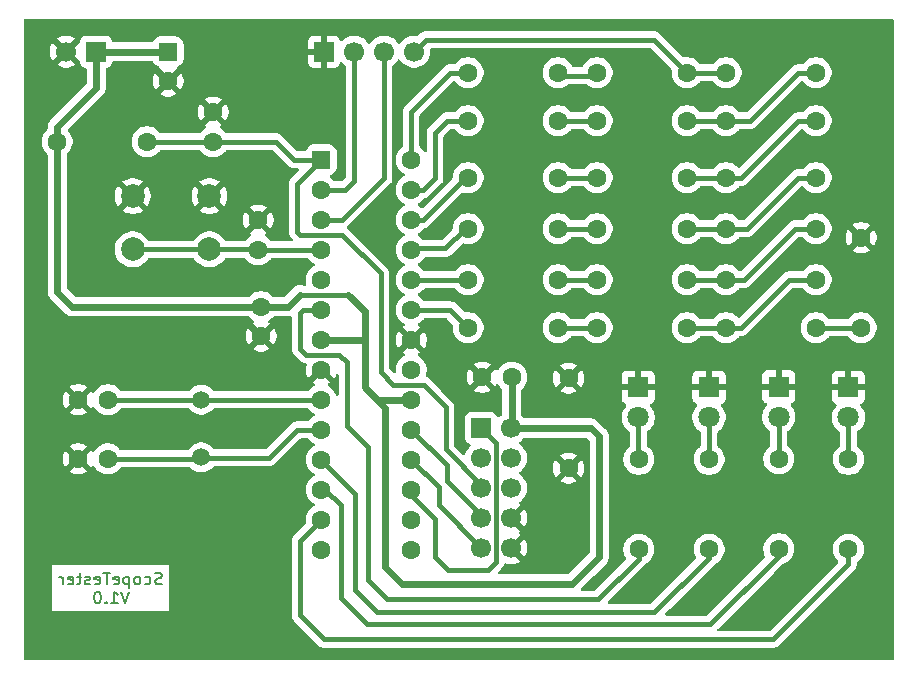
<source format=gbr>
%TF.GenerationSoftware,KiCad,Pcbnew,9.0.2+dfsg-1*%
%TF.CreationDate,2025-08-27T00:54:43+05:30*%
%TF.ProjectId,scopetester_v1,73636f70-6574-4657-9374-65725f76312e,rev?*%
%TF.SameCoordinates,Original*%
%TF.FileFunction,Copper,L2,Bot*%
%TF.FilePolarity,Positive*%
%FSLAX46Y46*%
G04 Gerber Fmt 4.6, Leading zero omitted, Abs format (unit mm)*
G04 Created by KiCad (PCBNEW 9.0.2+dfsg-1) date 2025-08-27 00:54:43*
%MOMM*%
%LPD*%
G01*
G04 APERTURE LIST*
G04 Aperture macros list*
%AMRoundRect*
0 Rectangle with rounded corners*
0 $1 Rounding radius*
0 $2 $3 $4 $5 $6 $7 $8 $9 X,Y pos of 4 corners*
0 Add a 4 corners polygon primitive as box body*
4,1,4,$2,$3,$4,$5,$6,$7,$8,$9,$2,$3,0*
0 Add four circle primitives for the rounded corners*
1,1,$1+$1,$2,$3*
1,1,$1+$1,$4,$5*
1,1,$1+$1,$6,$7*
1,1,$1+$1,$8,$9*
0 Add four rect primitives between the rounded corners*
20,1,$1+$1,$2,$3,$4,$5,0*
20,1,$1+$1,$4,$5,$6,$7,0*
20,1,$1+$1,$6,$7,$8,$9,0*
20,1,$1+$1,$8,$9,$2,$3,0*%
G04 Aperture macros list end*
%ADD10C,0.200000*%
%TA.AperFunction,NonConductor*%
%ADD11C,0.200000*%
%TD*%
%TA.AperFunction,ComponentPad*%
%ADD12R,1.700000X1.700000*%
%TD*%
%TA.AperFunction,ComponentPad*%
%ADD13C,1.700000*%
%TD*%
%TA.AperFunction,ComponentPad*%
%ADD14RoundRect,0.250000X-0.550000X-0.550000X0.550000X-0.550000X0.550000X0.550000X-0.550000X0.550000X0*%
%TD*%
%TA.AperFunction,ComponentPad*%
%ADD15C,1.600000*%
%TD*%
%TA.AperFunction,ComponentPad*%
%ADD16R,1.800000X1.800000*%
%TD*%
%TA.AperFunction,ComponentPad*%
%ADD17C,1.800000*%
%TD*%
%TA.AperFunction,ComponentPad*%
%ADD18C,1.500000*%
%TD*%
%TA.AperFunction,ComponentPad*%
%ADD19C,2.000000*%
%TD*%
%TA.AperFunction,ComponentPad*%
%ADD20RoundRect,0.250000X-0.550000X0.550000X-0.550000X-0.550000X0.550000X-0.550000X0.550000X0.550000X0*%
%TD*%
%TA.AperFunction,Conductor*%
%ADD21C,0.400000*%
%TD*%
%TA.AperFunction,Conductor*%
%ADD22C,0.600000*%
%TD*%
%TA.AperFunction,Conductor*%
%ADD23C,0.200000*%
%TD*%
G04 APERTURE END LIST*
D10*
D11*
X97757714Y-107295628D02*
X97614857Y-107343247D01*
X97614857Y-107343247D02*
X97376762Y-107343247D01*
X97376762Y-107343247D02*
X97281524Y-107295628D01*
X97281524Y-107295628D02*
X97233905Y-107248008D01*
X97233905Y-107248008D02*
X97186286Y-107152770D01*
X97186286Y-107152770D02*
X97186286Y-107057532D01*
X97186286Y-107057532D02*
X97233905Y-106962294D01*
X97233905Y-106962294D02*
X97281524Y-106914675D01*
X97281524Y-106914675D02*
X97376762Y-106867056D01*
X97376762Y-106867056D02*
X97567238Y-106819437D01*
X97567238Y-106819437D02*
X97662476Y-106771818D01*
X97662476Y-106771818D02*
X97710095Y-106724199D01*
X97710095Y-106724199D02*
X97757714Y-106628961D01*
X97757714Y-106628961D02*
X97757714Y-106533723D01*
X97757714Y-106533723D02*
X97710095Y-106438485D01*
X97710095Y-106438485D02*
X97662476Y-106390866D01*
X97662476Y-106390866D02*
X97567238Y-106343247D01*
X97567238Y-106343247D02*
X97329143Y-106343247D01*
X97329143Y-106343247D02*
X97186286Y-106390866D01*
X96329143Y-107295628D02*
X96424381Y-107343247D01*
X96424381Y-107343247D02*
X96614857Y-107343247D01*
X96614857Y-107343247D02*
X96710095Y-107295628D01*
X96710095Y-107295628D02*
X96757714Y-107248008D01*
X96757714Y-107248008D02*
X96805333Y-107152770D01*
X96805333Y-107152770D02*
X96805333Y-106867056D01*
X96805333Y-106867056D02*
X96757714Y-106771818D01*
X96757714Y-106771818D02*
X96710095Y-106724199D01*
X96710095Y-106724199D02*
X96614857Y-106676580D01*
X96614857Y-106676580D02*
X96424381Y-106676580D01*
X96424381Y-106676580D02*
X96329143Y-106724199D01*
X95757714Y-107343247D02*
X95852952Y-107295628D01*
X95852952Y-107295628D02*
X95900571Y-107248008D01*
X95900571Y-107248008D02*
X95948190Y-107152770D01*
X95948190Y-107152770D02*
X95948190Y-106867056D01*
X95948190Y-106867056D02*
X95900571Y-106771818D01*
X95900571Y-106771818D02*
X95852952Y-106724199D01*
X95852952Y-106724199D02*
X95757714Y-106676580D01*
X95757714Y-106676580D02*
X95614857Y-106676580D01*
X95614857Y-106676580D02*
X95519619Y-106724199D01*
X95519619Y-106724199D02*
X95472000Y-106771818D01*
X95472000Y-106771818D02*
X95424381Y-106867056D01*
X95424381Y-106867056D02*
X95424381Y-107152770D01*
X95424381Y-107152770D02*
X95472000Y-107248008D01*
X95472000Y-107248008D02*
X95519619Y-107295628D01*
X95519619Y-107295628D02*
X95614857Y-107343247D01*
X95614857Y-107343247D02*
X95757714Y-107343247D01*
X94995809Y-106676580D02*
X94995809Y-107676580D01*
X94995809Y-106724199D02*
X94900571Y-106676580D01*
X94900571Y-106676580D02*
X94710095Y-106676580D01*
X94710095Y-106676580D02*
X94614857Y-106724199D01*
X94614857Y-106724199D02*
X94567238Y-106771818D01*
X94567238Y-106771818D02*
X94519619Y-106867056D01*
X94519619Y-106867056D02*
X94519619Y-107152770D01*
X94519619Y-107152770D02*
X94567238Y-107248008D01*
X94567238Y-107248008D02*
X94614857Y-107295628D01*
X94614857Y-107295628D02*
X94710095Y-107343247D01*
X94710095Y-107343247D02*
X94900571Y-107343247D01*
X94900571Y-107343247D02*
X94995809Y-107295628D01*
X93710095Y-107295628D02*
X93805333Y-107343247D01*
X93805333Y-107343247D02*
X93995809Y-107343247D01*
X93995809Y-107343247D02*
X94091047Y-107295628D01*
X94091047Y-107295628D02*
X94138666Y-107200389D01*
X94138666Y-107200389D02*
X94138666Y-106819437D01*
X94138666Y-106819437D02*
X94091047Y-106724199D01*
X94091047Y-106724199D02*
X93995809Y-106676580D01*
X93995809Y-106676580D02*
X93805333Y-106676580D01*
X93805333Y-106676580D02*
X93710095Y-106724199D01*
X93710095Y-106724199D02*
X93662476Y-106819437D01*
X93662476Y-106819437D02*
X93662476Y-106914675D01*
X93662476Y-106914675D02*
X94138666Y-107009913D01*
X93376761Y-106343247D02*
X92805333Y-106343247D01*
X93091047Y-107343247D02*
X93091047Y-106343247D01*
X92091047Y-107295628D02*
X92186285Y-107343247D01*
X92186285Y-107343247D02*
X92376761Y-107343247D01*
X92376761Y-107343247D02*
X92471999Y-107295628D01*
X92471999Y-107295628D02*
X92519618Y-107200389D01*
X92519618Y-107200389D02*
X92519618Y-106819437D01*
X92519618Y-106819437D02*
X92471999Y-106724199D01*
X92471999Y-106724199D02*
X92376761Y-106676580D01*
X92376761Y-106676580D02*
X92186285Y-106676580D01*
X92186285Y-106676580D02*
X92091047Y-106724199D01*
X92091047Y-106724199D02*
X92043428Y-106819437D01*
X92043428Y-106819437D02*
X92043428Y-106914675D01*
X92043428Y-106914675D02*
X92519618Y-107009913D01*
X91662475Y-107295628D02*
X91567237Y-107343247D01*
X91567237Y-107343247D02*
X91376761Y-107343247D01*
X91376761Y-107343247D02*
X91281523Y-107295628D01*
X91281523Y-107295628D02*
X91233904Y-107200389D01*
X91233904Y-107200389D02*
X91233904Y-107152770D01*
X91233904Y-107152770D02*
X91281523Y-107057532D01*
X91281523Y-107057532D02*
X91376761Y-107009913D01*
X91376761Y-107009913D02*
X91519618Y-107009913D01*
X91519618Y-107009913D02*
X91614856Y-106962294D01*
X91614856Y-106962294D02*
X91662475Y-106867056D01*
X91662475Y-106867056D02*
X91662475Y-106819437D01*
X91662475Y-106819437D02*
X91614856Y-106724199D01*
X91614856Y-106724199D02*
X91519618Y-106676580D01*
X91519618Y-106676580D02*
X91376761Y-106676580D01*
X91376761Y-106676580D02*
X91281523Y-106724199D01*
X90948189Y-106676580D02*
X90567237Y-106676580D01*
X90805332Y-106343247D02*
X90805332Y-107200389D01*
X90805332Y-107200389D02*
X90757713Y-107295628D01*
X90757713Y-107295628D02*
X90662475Y-107343247D01*
X90662475Y-107343247D02*
X90567237Y-107343247D01*
X89852951Y-107295628D02*
X89948189Y-107343247D01*
X89948189Y-107343247D02*
X90138665Y-107343247D01*
X90138665Y-107343247D02*
X90233903Y-107295628D01*
X90233903Y-107295628D02*
X90281522Y-107200389D01*
X90281522Y-107200389D02*
X90281522Y-106819437D01*
X90281522Y-106819437D02*
X90233903Y-106724199D01*
X90233903Y-106724199D02*
X90138665Y-106676580D01*
X90138665Y-106676580D02*
X89948189Y-106676580D01*
X89948189Y-106676580D02*
X89852951Y-106724199D01*
X89852951Y-106724199D02*
X89805332Y-106819437D01*
X89805332Y-106819437D02*
X89805332Y-106914675D01*
X89805332Y-106914675D02*
X90281522Y-107009913D01*
X89376760Y-107343247D02*
X89376760Y-106676580D01*
X89376760Y-106867056D02*
X89329141Y-106771818D01*
X89329141Y-106771818D02*
X89281522Y-106724199D01*
X89281522Y-106724199D02*
X89186284Y-106676580D01*
X89186284Y-106676580D02*
X89091046Y-106676580D01*
X94995808Y-107953191D02*
X94662475Y-108953191D01*
X94662475Y-108953191D02*
X94329142Y-107953191D01*
X93471999Y-108953191D02*
X94043427Y-108953191D01*
X93757713Y-108953191D02*
X93757713Y-107953191D01*
X93757713Y-107953191D02*
X93852951Y-108096048D01*
X93852951Y-108096048D02*
X93948189Y-108191286D01*
X93948189Y-108191286D02*
X94043427Y-108238905D01*
X93043427Y-108857952D02*
X92995808Y-108905572D01*
X92995808Y-108905572D02*
X93043427Y-108953191D01*
X93043427Y-108953191D02*
X93091046Y-108905572D01*
X93091046Y-108905572D02*
X93043427Y-108857952D01*
X93043427Y-108857952D02*
X93043427Y-108953191D01*
X92376761Y-107953191D02*
X92281523Y-107953191D01*
X92281523Y-107953191D02*
X92186285Y-108000810D01*
X92186285Y-108000810D02*
X92138666Y-108048429D01*
X92138666Y-108048429D02*
X92091047Y-108143667D01*
X92091047Y-108143667D02*
X92043428Y-108334143D01*
X92043428Y-108334143D02*
X92043428Y-108572238D01*
X92043428Y-108572238D02*
X92091047Y-108762714D01*
X92091047Y-108762714D02*
X92138666Y-108857952D01*
X92138666Y-108857952D02*
X92186285Y-108905572D01*
X92186285Y-108905572D02*
X92281523Y-108953191D01*
X92281523Y-108953191D02*
X92376761Y-108953191D01*
X92376761Y-108953191D02*
X92471999Y-108905572D01*
X92471999Y-108905572D02*
X92519618Y-108857952D01*
X92519618Y-108857952D02*
X92567237Y-108762714D01*
X92567237Y-108762714D02*
X92614856Y-108572238D01*
X92614856Y-108572238D02*
X92614856Y-108334143D01*
X92614856Y-108334143D02*
X92567237Y-108143667D01*
X92567237Y-108143667D02*
X92519618Y-108048429D01*
X92519618Y-108048429D02*
X92471999Y-108000810D01*
X92471999Y-108000810D02*
X92376761Y-107953191D01*
D12*
%TO.P,J3,1,Pin_1*%
%TO.N,ISP_MOSI*%
X124800000Y-94100000D03*
D13*
%TO.P,J3,2,Pin_2*%
%TO.N,+5V*%
X127340000Y-94100000D03*
%TO.P,J3,3,Pin_3*%
%TO.N,unconnected-(J3-Pin_3-Pad3)*%
X124800000Y-96640000D03*
%TO.P,J3,4,Pin_4*%
%TO.N,unconnected-(J3-Pin_4-Pad4)*%
X127340000Y-96640000D03*
%TO.P,J3,5,Pin_5*%
%TO.N,U1_RESET*%
X124800000Y-99180000D03*
%TO.P,J3,6,Pin_6*%
%TO.N,unconnected-(J3-Pin_6-Pad6)*%
X127340000Y-99180000D03*
%TO.P,J3,7,Pin_7*%
%TO.N,ISP_SCK*%
X124800000Y-101720000D03*
%TO.P,J3,8,Pin_8*%
%TO.N,GND*%
X127340000Y-101720000D03*
%TO.P,J3,9,Pin_9*%
%TO.N,ISP_MISO*%
X124800000Y-104260000D03*
%TO.P,J3,10,Pin_10*%
%TO.N,GND*%
X127340000Y-104260000D03*
%TD*%
D14*
%TO.P,U1,1,PC6/~{RESET}*%
%TO.N,U1_RESET*%
X111262000Y-71384000D03*
D15*
%TO.P,U1,2,PD0*%
%TO.N,DIGI_OUT_0*%
X111262000Y-73924000D03*
%TO.P,U1,3,PD1*%
%TO.N,DIGI_OUT_1*%
X111262000Y-76464000D03*
%TO.P,U1,4,PD2*%
%TO.N,SW_MODE*%
X111262000Y-79004000D03*
%TO.P,U1,5,PD3*%
%TO.N,unconnected-(U1-PD3-Pad5)*%
X111262000Y-81544000D03*
%TO.P,U1,6,PD4*%
%TO.N,STAT_LED_0*%
X111262000Y-84084000D03*
%TO.P,U1,7,VCC*%
%TO.N,+5V*%
X111262000Y-86624000D03*
%TO.P,U1,8,GND*%
%TO.N,GND*%
X111262000Y-89164000D03*
%TO.P,U1,9,PB6/XTAL1*%
%TO.N,Net-(U1-PB6{slash}XTAL1)*%
X111262000Y-91704000D03*
%TO.P,U1,10,PB7/XTAL2*%
%TO.N,Net-(U1-PB7{slash}XTAL2)*%
X111262000Y-94244000D03*
%TO.P,U1,11,PD5*%
%TO.N,STAT_LED_1*%
X111262000Y-96784000D03*
%TO.P,U1,12,PD6*%
%TO.N,STAT_LED_2*%
X111262000Y-99324000D03*
%TO.P,U1,13,PD7*%
%TO.N,STAT_LED_3*%
X111262000Y-101864000D03*
%TO.P,U1,14,PB0*%
%TO.N,unconnected-(U1-PB0-Pad14)*%
X111262000Y-104404000D03*
%TO.P,U1,15,PB1*%
%TO.N,unconnected-(U1-PB1-Pad15)*%
X118882000Y-104404000D03*
%TO.P,U1,16,PB2*%
%TO.N,unconnected-(U1-PB2-Pad16)*%
X118882000Y-101864000D03*
%TO.P,U1,17,PB3*%
%TO.N,ISP_MOSI*%
X118882000Y-99324000D03*
%TO.P,U1,18,PB4*%
%TO.N,ISP_MISO*%
X118882000Y-96784000D03*
%TO.P,U1,19,PB5*%
%TO.N,ISP_SCK*%
X118882000Y-94244000D03*
%TO.P,U1,20,AVCC*%
%TO.N,+5V*%
X118882000Y-91704000D03*
%TO.P,U1,21,AREF*%
%TO.N,unconnected-(U1-AREF-Pad21)*%
X118882000Y-89164000D03*
%TO.P,U1,22,AGND*%
%TO.N,GND*%
X118882000Y-86624000D03*
%TO.P,U1,23,PC0*%
%TO.N,ANG_D0*%
X118882000Y-84084000D03*
%TO.P,U1,24,PC1*%
%TO.N,ANG_D1*%
X118882000Y-81544000D03*
%TO.P,U1,25,PC2*%
%TO.N,ANG_D2*%
X118882000Y-79004000D03*
%TO.P,U1,26,PC3*%
%TO.N,ANG_D3*%
X118882000Y-76464000D03*
%TO.P,U1,27,PC4*%
%TO.N,ANG_D4*%
X118882000Y-73924000D03*
%TO.P,U1,28,PC5*%
%TO.N,ANG_D5*%
X118882000Y-71384000D03*
%TD*%
%TO.P,C6,1*%
%TO.N,+5V*%
X106172000Y-83820000D03*
%TO.P,C6,2*%
%TO.N,GND*%
X106172000Y-86320000D03*
%TD*%
%TO.P,JP1,1,A*%
%TO.N,GND*%
X132200000Y-97500000D03*
%TO.P,JP1,2,B*%
X132200000Y-89880000D03*
%TD*%
%TO.P,R8,1*%
%TO.N,ANG_D2*%
X123698000Y-77216000D03*
%TO.P,R8,2*%
%TO.N,Net-(R14-Pad1)*%
X131318000Y-77216000D03*
%TD*%
%TO.P,R5,1*%
%TO.N,Net-(D3-A)*%
X138148000Y-96756000D03*
%TO.P,R5,2*%
%TO.N,STAT_LED_0*%
X138148000Y-104376000D03*
%TD*%
D16*
%TO.P,D1,1,K*%
%TO.N,GND*%
X150000000Y-90599780D03*
D17*
%TO.P,D1,2,A*%
%TO.N,Net-(D1-A)*%
X150000000Y-93139780D03*
%TD*%
D18*
%TO.P,Y1,1,1*%
%TO.N,Net-(U1-PB6{slash}XTAL1)*%
X101100000Y-91700000D03*
%TO.P,Y1,2,2*%
%TO.N,Net-(U1-PB7{slash}XTAL2)*%
X101100000Y-96580000D03*
%TD*%
D15*
%TO.P,R9,1*%
%TO.N,ANG_D1*%
X123698000Y-81534000D03*
%TO.P,R9,2*%
%TO.N,Net-(R15-Pad1)*%
X131318000Y-81534000D03*
%TD*%
%TO.P,R23,1*%
%TO.N,Net-(R22-Pad2)*%
X156972000Y-85598000D03*
%TO.P,R23,2*%
%TO.N,GND*%
X156972000Y-77978000D03*
%TD*%
%TO.P,R12,1*%
%TO.N,Net-(R12-Pad1)*%
X134620000Y-68072000D03*
%TO.P,R12,2*%
%TO.N,Net-(R12-Pad2)*%
X142240000Y-68072000D03*
%TD*%
%TO.P,R21,1*%
%TO.N,Net-(R16-Pad2)*%
X153162000Y-81534000D03*
%TO.P,R21,2*%
%TO.N,Net-(R15-Pad2)*%
X145542000Y-81534000D03*
%TD*%
%TO.P,R18,1*%
%TO.N,Net-(R13-Pad2)*%
X153162000Y-68072000D03*
%TO.P,R18,2*%
%TO.N,Net-(R12-Pad2)*%
X145542000Y-68072000D03*
%TD*%
%TO.P,R3,1*%
%TO.N,Net-(D1-A)*%
X150000000Y-96695780D03*
%TO.P,R3,2*%
%TO.N,STAT_LED_2*%
X150000000Y-104315780D03*
%TD*%
%TO.P,R6,1*%
%TO.N,ANG_D4*%
X123698000Y-68072000D03*
%TO.P,R6,2*%
%TO.N,Net-(R12-Pad1)*%
X131318000Y-68072000D03*
%TD*%
D16*
%TO.P,D3,1,K*%
%TO.N,GND*%
X138100000Y-90660000D03*
D17*
%TO.P,D3,2,A*%
%TO.N,Net-(D3-A)*%
X138100000Y-93200000D03*
%TD*%
D15*
%TO.P,R19,1*%
%TO.N,Net-(R14-Pad2)*%
X153162000Y-72898000D03*
%TO.P,R19,2*%
%TO.N,Net-(R13-Pad2)*%
X145542000Y-72898000D03*
%TD*%
%TO.P,R16,1*%
%TO.N,Net-(R10-Pad2)*%
X134620000Y-85598000D03*
%TO.P,R16,2*%
%TO.N,Net-(R16-Pad2)*%
X142240000Y-85598000D03*
%TD*%
%TO.P,R20,1*%
%TO.N,Net-(R15-Pad2)*%
X153162000Y-77216000D03*
%TO.P,R20,2*%
%TO.N,Net-(R14-Pad2)*%
X145542000Y-77216000D03*
%TD*%
%TO.P,R7,1*%
%TO.N,ANG_D3*%
X123698000Y-72898000D03*
%TO.P,R7,2*%
%TO.N,Net-(R13-Pad1)*%
X131318000Y-72898000D03*
%TD*%
%TO.P,R11,1*%
%TO.N,Net-(R11-Pad1)*%
X134620000Y-64008000D03*
%TO.P,R11,2*%
%TO.N,ANG_OUT_0*%
X142240000Y-64008000D03*
%TD*%
D19*
%TO.P,SW1,1,1*%
%TO.N,GND*%
X95302000Y-74458000D03*
X101802000Y-74458000D03*
%TO.P,SW1,2,2*%
%TO.N,SW_MODE*%
X95302000Y-78958000D03*
X101802000Y-78958000D03*
%TD*%
D15*
%TO.P,R14,1*%
%TO.N,Net-(R14-Pad1)*%
X134620000Y-77216000D03*
%TO.P,R14,2*%
%TO.N,Net-(R14-Pad2)*%
X142240000Y-77216000D03*
%TD*%
%TO.P,C7,1*%
%TO.N,+5V*%
X127400000Y-89800000D03*
%TO.P,C7,2*%
%TO.N,GND*%
X124900000Y-89800000D03*
%TD*%
%TO.P,C1,1*%
%TO.N,U1_RESET*%
X102108000Y-69850000D03*
%TO.P,C1,2*%
%TO.N,GND*%
X102108000Y-67350000D03*
%TD*%
%TO.P,R13,1*%
%TO.N,Net-(R13-Pad1)*%
X134620000Y-72898000D03*
%TO.P,R13,2*%
%TO.N,Net-(R13-Pad2)*%
X142240000Y-72898000D03*
%TD*%
%TO.P,C2,1*%
%TO.N,GND*%
X105918000Y-76494000D03*
%TO.P,C2,2*%
%TO.N,SW_MODE*%
X105918000Y-78994000D03*
%TD*%
%TO.P,R15,1*%
%TO.N,Net-(R15-Pad1)*%
X134620000Y-81534000D03*
%TO.P,R15,2*%
%TO.N,Net-(R15-Pad2)*%
X142240000Y-81534000D03*
%TD*%
%TO.P,R24,2*%
%TO.N,STAT_LED_3*%
X155900000Y-104376000D03*
%TO.P,R24,1*%
%TO.N,Net-(D4-A)*%
X155900000Y-96756000D03*
%TD*%
%TO.P,R4,1*%
%TO.N,Net-(D2-A)*%
X144100000Y-96756000D03*
%TO.P,R4,2*%
%TO.N,STAT_LED_1*%
X144100000Y-104376000D03*
%TD*%
D12*
%TO.P,J2,1,Pin_1*%
%TO.N,GND*%
X111506000Y-62230000D03*
D13*
%TO.P,J2,2,Pin_2*%
%TO.N,DIGI_OUT_0*%
X114046000Y-62230000D03*
%TO.P,J2,3,Pin_3*%
%TO.N,DIGI_OUT_1*%
X116586000Y-62230000D03*
%TO.P,J2,4,Pin_4*%
%TO.N,ANG_OUT_0*%
X119126000Y-62230000D03*
%TD*%
D15*
%TO.P,R22,1*%
%TO.N,Net-(R16-Pad2)*%
X145542000Y-85598000D03*
%TO.P,R22,2*%
%TO.N,Net-(R22-Pad2)*%
X153162000Y-85598000D03*
%TD*%
%TO.P,R2,1*%
%TO.N,ANG_D5*%
X123698000Y-64008000D03*
%TO.P,R2,2*%
%TO.N,Net-(R11-Pad1)*%
X131318000Y-64008000D03*
%TD*%
%TO.P,R10,1*%
%TO.N,ANG_D0*%
X123698000Y-85598000D03*
%TO.P,R10,2*%
%TO.N,Net-(R10-Pad2)*%
X131318000Y-85598000D03*
%TD*%
D20*
%TO.P,C5,1*%
%TO.N,+5V*%
X98298000Y-62230000D03*
D15*
%TO.P,C5,2*%
%TO.N,GND*%
X98298000Y-64730000D03*
%TD*%
%TO.P,R1,1*%
%TO.N,+5V*%
X88900000Y-69850000D03*
%TO.P,R1,2*%
%TO.N,U1_RESET*%
X96520000Y-69850000D03*
%TD*%
%TO.P,C4,1*%
%TO.N,GND*%
X90700000Y-91700000D03*
%TO.P,C4,2*%
%TO.N,Net-(U1-PB6{slash}XTAL1)*%
X93200000Y-91700000D03*
%TD*%
D17*
%TO.P,D4,2,A*%
%TO.N,Net-(D4-A)*%
X155900000Y-93200000D03*
D16*
%TO.P,D4,1,K*%
%TO.N,GND*%
X155900000Y-90660000D03*
%TD*%
D15*
%TO.P,C3,1*%
%TO.N,GND*%
X90678000Y-96700000D03*
%TO.P,C3,2*%
%TO.N,Net-(U1-PB7{slash}XTAL2)*%
X93178000Y-96700000D03*
%TD*%
D12*
%TO.P,J1,1,Pin_1*%
%TO.N,+5V*%
X92202000Y-62230000D03*
D13*
%TO.P,J1,2,Pin_2*%
%TO.N,GND*%
X89662000Y-62230000D03*
%TD*%
D15*
%TO.P,R17,1*%
%TO.N,Net-(R12-Pad2)*%
X153162000Y-64008000D03*
%TO.P,R17,2*%
%TO.N,ANG_OUT_0*%
X145542000Y-64008000D03*
%TD*%
D16*
%TO.P,D2,1,K*%
%TO.N,GND*%
X144100000Y-90660000D03*
D17*
%TO.P,D2,2,A*%
%TO.N,Net-(D2-A)*%
X144100000Y-93200000D03*
%TD*%
D21*
%TO.N,ISP_MOSI*%
X118882000Y-99324000D02*
X118882000Y-99782000D01*
X118882000Y-99782000D02*
X120900000Y-101800000D01*
X120900000Y-101800000D02*
X120900000Y-105000000D01*
X126050000Y-105450000D02*
X126050000Y-95350000D01*
X120900000Y-105000000D02*
X122000000Y-106100000D01*
X126050000Y-95350000D02*
X124800000Y-94100000D01*
X122000000Y-106100000D02*
X125400000Y-106100000D01*
X125400000Y-106100000D02*
X126050000Y-105450000D01*
%TO.N,ISP_MISO*%
X124800000Y-104260000D02*
X124800000Y-104250000D01*
X121200000Y-99102000D02*
X118882000Y-96784000D01*
X124800000Y-104250000D02*
X121200000Y-100650000D01*
X121200000Y-100650000D02*
X121200000Y-99102000D01*
%TO.N,ISP_SCK*%
X124800000Y-101720000D02*
X124800000Y-101485000D01*
X124800000Y-101485000D02*
X121900000Y-98585000D01*
X121900000Y-98585000D02*
X121900000Y-97262000D01*
X121900000Y-97262000D02*
X118882000Y-94244000D01*
D22*
%TO.N,+5V*%
X118882000Y-91704000D02*
X116004000Y-91704000D01*
X116004000Y-91704000D02*
X116000000Y-91700000D01*
D21*
%TO.N,ANG_D2*%
X118882000Y-79004000D02*
X118986000Y-78900000D01*
X118986000Y-78900000D02*
X121760000Y-78900000D01*
X121760000Y-78900000D02*
X123444000Y-77216000D01*
%TO.N,U1_RESET*%
X111262000Y-71384000D02*
X109220000Y-73426000D01*
X109220000Y-73426000D02*
X109220000Y-77470000D01*
X109474000Y-77724000D02*
X113030000Y-77724000D01*
X109220000Y-77470000D02*
X109474000Y-77724000D01*
X116300000Y-89376000D02*
X117374000Y-90450000D01*
X124800000Y-98900000D02*
X124800000Y-99180000D01*
X113030000Y-77724000D02*
X116300000Y-80994000D01*
X116300000Y-80994000D02*
X116300000Y-89376000D01*
X117374000Y-90450000D02*
X119928000Y-90450000D01*
X119928000Y-90450000D02*
X121800000Y-92322000D01*
X121800000Y-92322000D02*
X121800000Y-95900000D01*
X121800000Y-95900000D02*
X124800000Y-98900000D01*
%TO.N,STAT_LED_2*%
X111574000Y-99324000D02*
X112900000Y-100650000D01*
X112900000Y-100650000D02*
X112900000Y-108500000D01*
X112900000Y-108500000D02*
X115100000Y-110700000D01*
X115100000Y-110700000D02*
X144200000Y-110700000D01*
X144200000Y-110700000D02*
X150000000Y-104900000D01*
X150000000Y-104900000D02*
X150000000Y-104315780D01*
%TO.N,STAT_LED_1*%
X111262000Y-96784000D02*
X114150000Y-99672000D01*
X114150000Y-99672000D02*
X114150000Y-107850000D01*
X114150000Y-107850000D02*
X116000000Y-109700000D01*
X116000000Y-109700000D02*
X139476000Y-109700000D01*
X139476000Y-109700000D02*
X144100000Y-105076000D01*
X144100000Y-105076000D02*
X144100000Y-104376000D01*
%TO.N,STAT_LED_0*%
X113450000Y-88550000D02*
X113450000Y-93900000D01*
X112784000Y-87884000D02*
X113450000Y-88550000D01*
X111262000Y-84084000D02*
X109738000Y-84084000D01*
X115250000Y-107000000D02*
X116850000Y-108600000D01*
X109474000Y-87376000D02*
X109982000Y-87884000D01*
X134724000Y-108600000D02*
X138148000Y-105176000D01*
X109728000Y-84074000D02*
X109474000Y-84328000D01*
X109982000Y-87884000D02*
X112784000Y-87884000D01*
X109474000Y-84328000D02*
X109474000Y-87376000D01*
X115250000Y-95700000D02*
X115250000Y-107000000D01*
X116850000Y-108600000D02*
X134724000Y-108600000D01*
X113450000Y-93900000D02*
X115250000Y-95700000D01*
X109738000Y-84084000D02*
X109728000Y-84074000D01*
X138148000Y-105176000D02*
X138148000Y-104376000D01*
D22*
%TO.N,+5V*%
X116000000Y-91700000D02*
X116700000Y-92400000D01*
X116700000Y-105900000D02*
X118100000Y-107300000D01*
X116700000Y-92400000D02*
X116700000Y-105900000D01*
X118100000Y-107300000D02*
X118750000Y-107300000D01*
X134800000Y-105000000D02*
X134800000Y-94800000D01*
X134800000Y-94800000D02*
X134100000Y-94100000D01*
X134100000Y-94100000D02*
X127340000Y-94100000D01*
X132500000Y-107300000D02*
X134800000Y-105000000D01*
X118750000Y-107300000D02*
X132500000Y-107300000D01*
X114950000Y-84216000D02*
X114950000Y-86600000D01*
X111262000Y-86624000D02*
X114926000Y-86624000D01*
X114926000Y-86624000D02*
X114950000Y-86600000D01*
X113538000Y-82804000D02*
X114950000Y-84216000D01*
X114950000Y-86600000D02*
X114950000Y-87650000D01*
X116000000Y-91700000D02*
X114950000Y-90650000D01*
X114950000Y-90650000D02*
X114950000Y-87650000D01*
X127400000Y-89800000D02*
X127400000Y-94040000D01*
D23*
X127400000Y-94040000D02*
X127340000Y-94100000D01*
D21*
%TO.N,STAT_LED_3*%
X109474000Y-109974000D02*
X111500000Y-112000000D01*
X109474000Y-103652000D02*
X109474000Y-109974000D01*
X111262000Y-101864000D02*
X109474000Y-103652000D01*
X155900000Y-105600000D02*
X155900000Y-104376000D01*
X111500000Y-112000000D02*
X149500000Y-112000000D01*
X149500000Y-112000000D02*
X155900000Y-105600000D01*
%TO.N,Net-(D3-A)*%
X138100000Y-93200000D02*
X138100000Y-96708000D01*
X138100000Y-96708000D02*
X138148000Y-96756000D01*
%TO.N,U1_RESET*%
X102108000Y-69850000D02*
X107442000Y-69850000D01*
X96520000Y-69850000D02*
X102108000Y-69850000D01*
X107442000Y-69850000D02*
X108976000Y-71384000D01*
X108976000Y-71384000D02*
X111262000Y-71384000D01*
%TO.N,SW_MODE*%
X101802000Y-78958000D02*
X105882000Y-78958000D01*
X95302000Y-78958000D02*
X101802000Y-78958000D01*
X105918000Y-78994000D02*
X111252000Y-78994000D01*
%TO.N,Net-(U1-PB7{slash}XTAL2)*%
X93178000Y-96700000D02*
X100980000Y-96700000D01*
X101120000Y-96600000D02*
X106854000Y-96600000D01*
X93178000Y-96700000D02*
X93278000Y-96800000D01*
X106854000Y-96600000D02*
X109210000Y-94244000D01*
X100980000Y-96700000D02*
X101100000Y-96580000D01*
X101100000Y-96580000D02*
X101120000Y-96600000D01*
X109210000Y-94244000D02*
X111262000Y-94244000D01*
%TO.N,Net-(U1-PB6{slash}XTAL1)*%
X101100000Y-91700000D02*
X101106000Y-91694000D01*
X101106000Y-91694000D02*
X111252000Y-91694000D01*
X93200000Y-91700000D02*
X101100000Y-91700000D01*
%TO.N,Net-(D1-A)*%
X150000000Y-96695780D02*
X150000000Y-93139780D01*
%TO.N,Net-(D2-A)*%
X144100000Y-96756000D02*
X144100000Y-93200000D01*
%TO.N,ANG_OUT_0*%
X142240000Y-64008000D02*
X145542000Y-64008000D01*
X119126000Y-62230000D02*
X120142000Y-61214000D01*
X120142000Y-61214000D02*
X139446000Y-61214000D01*
X139446000Y-61214000D02*
X142240000Y-64008000D01*
%TO.N,DIGI_OUT_1*%
X111262000Y-76464000D02*
X113020000Y-76464000D01*
X113020000Y-76464000D02*
X116586000Y-72898000D01*
X116586000Y-72898000D02*
X116586000Y-62230000D01*
%TO.N,DIGI_OUT_0*%
X111262000Y-73924000D02*
X113274000Y-73924000D01*
X113274000Y-73924000D02*
X114046000Y-73152000D01*
X114046000Y-73152000D02*
X114046000Y-62230000D01*
%TO.N,ANG_D5*%
X118872000Y-71374000D02*
X118872000Y-67310000D01*
X118872000Y-67310000D02*
X122174000Y-64008000D01*
X122174000Y-64008000D02*
X123698000Y-64008000D01*
%TO.N,ANG_D4*%
X120904000Y-69088000D02*
X121920000Y-68072000D01*
X120904000Y-72898000D02*
X120904000Y-69088000D01*
X118882000Y-73924000D02*
X119878000Y-73924000D01*
X121920000Y-68072000D02*
X123698000Y-68072000D01*
X119878000Y-73924000D02*
X120904000Y-72898000D01*
%TO.N,ANG_D3*%
X119878000Y-76464000D02*
X123444000Y-72898000D01*
X118882000Y-76464000D02*
X119878000Y-76464000D01*
%TO.N,Net-(R13-Pad1)*%
X131318000Y-72898000D02*
X131302000Y-72898000D01*
X131302000Y-72898000D02*
X134620000Y-72898000D01*
X131302000Y-72898000D02*
X131300000Y-72900000D01*
%TO.N,Net-(R14-Pad1)*%
X131318000Y-77216000D02*
X134620000Y-77216000D01*
%TO.N,ANG_D1*%
X118892000Y-81534000D02*
X123698000Y-81534000D01*
%TO.N,Net-(R15-Pad1)*%
X131318000Y-81534000D02*
X134620000Y-81534000D01*
%TO.N,ANG_D0*%
X122184000Y-84084000D02*
X123698000Y-85598000D01*
X118882000Y-84084000D02*
X122184000Y-84084000D01*
%TO.N,Net-(R12-Pad2)*%
X151638000Y-64008000D02*
X147574000Y-68072000D01*
X153162000Y-64008000D02*
X151638000Y-64008000D01*
X142240000Y-68072000D02*
X142272000Y-68072000D01*
X142300000Y-68100000D02*
X142328000Y-68072000D01*
X142272000Y-68072000D02*
X142300000Y-68100000D01*
X147574000Y-68072000D02*
X145542000Y-68072000D01*
X142328000Y-68072000D02*
X145542000Y-68072000D01*
%TO.N,Net-(R14-Pad2)*%
X147320000Y-77216000D02*
X145542000Y-77216000D01*
X153162000Y-72898000D02*
X151638000Y-72898000D01*
X151638000Y-72898000D02*
X147320000Y-77216000D01*
X142240000Y-77216000D02*
X145542000Y-77216000D01*
%TO.N,Net-(R15-Pad2)*%
X153162000Y-77216000D02*
X151384000Y-77216000D01*
X142240000Y-81534000D02*
X145542000Y-81534000D01*
X151384000Y-77216000D02*
X147066000Y-81534000D01*
X147066000Y-81534000D02*
X145542000Y-81534000D01*
%TO.N,Net-(R16-Pad2)*%
X150876000Y-81534000D02*
X146812000Y-85598000D01*
X153162000Y-81534000D02*
X150876000Y-81534000D01*
X142240000Y-85598000D02*
X145542000Y-85598000D01*
X146812000Y-85598000D02*
X145542000Y-85598000D01*
%TO.N,Net-(D4-A)*%
X155900000Y-96756000D02*
X155900000Y-93200000D01*
D22*
%TO.N,+5V*%
X92202000Y-62230000D02*
X92202000Y-65278000D01*
X88900000Y-82550000D02*
X90170000Y-83820000D01*
X106172000Y-83820000D02*
X108458000Y-83820000D01*
D21*
X109474000Y-82804000D02*
X113538000Y-82804000D01*
D22*
X92202000Y-62230000D02*
X98298000Y-62230000D01*
X88900000Y-68580000D02*
X88900000Y-69850000D01*
X92202000Y-65278000D02*
X88900000Y-68580000D01*
X88900000Y-69850000D02*
X88900000Y-82550000D01*
X90170000Y-83820000D02*
X106172000Y-83820000D01*
X108458000Y-83820000D02*
X109474000Y-82804000D01*
D21*
%TO.N,Net-(R11-Pad1)*%
X131572000Y-64262000D02*
X134366000Y-64262000D01*
%TO.N,Net-(R12-Pad1)*%
X131318000Y-68072000D02*
X134620000Y-68072000D01*
%TO.N,Net-(R10-Pad2)*%
X131318000Y-85598000D02*
X134620000Y-85598000D01*
%TO.N,Net-(R13-Pad2)*%
X151638000Y-68072000D02*
X146812000Y-72898000D01*
X142657000Y-72900000D02*
X144943000Y-72900000D01*
X146812000Y-72898000D02*
X145542000Y-72898000D01*
X153162000Y-68072000D02*
X151638000Y-68072000D01*
%TO.N,Net-(R22-Pad2)*%
X153162000Y-85598000D02*
X156972000Y-85598000D01*
%TD*%
%TA.AperFunction,Conductor*%
%TO.N,GND*%
G36*
X133781038Y-94928502D02*
G01*
X133802012Y-94945404D01*
X133954595Y-95097986D01*
X133988620Y-95160298D01*
X133991500Y-95187082D01*
X133991500Y-104612918D01*
X133971498Y-104681039D01*
X133954595Y-104702013D01*
X132202013Y-106454595D01*
X132139701Y-106488621D01*
X132112918Y-106491500D01*
X126314662Y-106491500D01*
X126246541Y-106471498D01*
X126200048Y-106417842D01*
X126189944Y-106347568D01*
X126219438Y-106282988D01*
X126225566Y-106276405D01*
X126450329Y-106051641D01*
X126600328Y-105901642D01*
X126677865Y-105785601D01*
X126731273Y-105656661D01*
X126732145Y-105652280D01*
X126734730Y-105639281D01*
X126767631Y-105576374D01*
X126829323Y-105541237D01*
X126897246Y-105544025D01*
X127021998Y-105584560D01*
X127233126Y-105618000D01*
X127446874Y-105618000D01*
X127658003Y-105584559D01*
X127861286Y-105518509D01*
X127861292Y-105518506D01*
X128051750Y-105421463D01*
X128104167Y-105383378D01*
X128104167Y-105383377D01*
X127464947Y-104744158D01*
X127532993Y-104725925D01*
X127647007Y-104660099D01*
X127740099Y-104567007D01*
X127805925Y-104452993D01*
X127824157Y-104384948D01*
X128463376Y-105024167D01*
X128463378Y-105024167D01*
X128501463Y-104971750D01*
X128598506Y-104781292D01*
X128598509Y-104781286D01*
X128664559Y-104578003D01*
X128698000Y-104366873D01*
X128698000Y-104153126D01*
X128664559Y-103941996D01*
X128598509Y-103738713D01*
X128598506Y-103738707D01*
X128501464Y-103548251D01*
X128501463Y-103548249D01*
X128463378Y-103495831D01*
X127824157Y-104135051D01*
X127805925Y-104067007D01*
X127740099Y-103952993D01*
X127647007Y-103859901D01*
X127532993Y-103794075D01*
X127464947Y-103775841D01*
X128104168Y-103136621D01*
X128104167Y-103136620D01*
X128051749Y-103098535D01*
X128049950Y-103097433D01*
X128049409Y-103096835D01*
X128047742Y-103095624D01*
X128047996Y-103095273D01*
X128002318Y-103044786D01*
X127990711Y-102974745D01*
X128018814Y-102909547D01*
X128047788Y-102884442D01*
X128047741Y-102884377D01*
X128048498Y-102883826D01*
X128049958Y-102882562D01*
X128051750Y-102881463D01*
X128104167Y-102843378D01*
X128104167Y-102843377D01*
X127464947Y-102204158D01*
X127532993Y-102185925D01*
X127647007Y-102120099D01*
X127740099Y-102027007D01*
X127805925Y-101912993D01*
X127824157Y-101844948D01*
X128463376Y-102484167D01*
X128463378Y-102484167D01*
X128501463Y-102431750D01*
X128598506Y-102241292D01*
X128598509Y-102241286D01*
X128664559Y-102038003D01*
X128698000Y-101826873D01*
X128698000Y-101613126D01*
X128664559Y-101401996D01*
X128598509Y-101198713D01*
X128598506Y-101198707D01*
X128501464Y-101008251D01*
X128501463Y-101008249D01*
X128463378Y-100955831D01*
X127824157Y-101595051D01*
X127805925Y-101527007D01*
X127740099Y-101412993D01*
X127647007Y-101319901D01*
X127532993Y-101254075D01*
X127464947Y-101235841D01*
X128104168Y-100596621D01*
X128104167Y-100596620D01*
X128051750Y-100558536D01*
X128050428Y-100557726D01*
X128050030Y-100557286D01*
X128047742Y-100555624D01*
X128048091Y-100555143D01*
X128002797Y-100505078D01*
X127991191Y-100435036D01*
X128019295Y-100369839D01*
X128048075Y-100344903D01*
X128048004Y-100344804D01*
X128049158Y-100343965D01*
X128050441Y-100342854D01*
X128051992Y-100341902D01*
X128052009Y-100341894D01*
X128225004Y-100216206D01*
X128376206Y-100065004D01*
X128501894Y-99892009D01*
X128598972Y-99701483D01*
X128665049Y-99498116D01*
X128698500Y-99286916D01*
X128698500Y-99073084D01*
X128665049Y-98861884D01*
X128598972Y-98658517D01*
X128593734Y-98648236D01*
X128567508Y-98596765D01*
X128567507Y-98596764D01*
X128562829Y-98587583D01*
X128501894Y-98467991D01*
X128376206Y-98294996D01*
X128376203Y-98294993D01*
X128376201Y-98294990D01*
X128225009Y-98143798D01*
X128225006Y-98143796D01*
X128225004Y-98143794D01*
X128052009Y-98018106D01*
X128052007Y-98018105D01*
X128050920Y-98017439D01*
X128050591Y-98017075D01*
X128048004Y-98015196D01*
X128048398Y-98014652D01*
X128003283Y-97964796D01*
X127991670Y-97894756D01*
X128019766Y-97829555D01*
X128048130Y-97804978D01*
X128048004Y-97804804D01*
X128050030Y-97803331D01*
X128050920Y-97802561D01*
X128051997Y-97801899D01*
X128052009Y-97801894D01*
X128225004Y-97676206D01*
X128376206Y-97525004D01*
X128469162Y-97397061D01*
X130892000Y-97397061D01*
X130892000Y-97602938D01*
X130924208Y-97806296D01*
X130987826Y-98002093D01*
X130987829Y-98002099D01*
X131081297Y-98185540D01*
X131081298Y-98185541D01*
X131112416Y-98228372D01*
X131800000Y-97540788D01*
X131800000Y-97552661D01*
X131827259Y-97654394D01*
X131879920Y-97745606D01*
X131954394Y-97820080D01*
X132045606Y-97872741D01*
X132147339Y-97900000D01*
X132159210Y-97900000D01*
X131471626Y-98587582D01*
X131471626Y-98587583D01*
X131514454Y-98618699D01*
X131697900Y-98712170D01*
X131697906Y-98712173D01*
X131893705Y-98775791D01*
X131893701Y-98775791D01*
X132097061Y-98808000D01*
X132302939Y-98808000D01*
X132506296Y-98775791D01*
X132702093Y-98712173D01*
X132702099Y-98712170D01*
X132885541Y-98618701D01*
X132928372Y-98587582D01*
X132928372Y-98587581D01*
X132240791Y-97900000D01*
X132252661Y-97900000D01*
X132354394Y-97872741D01*
X132445606Y-97820080D01*
X132520080Y-97745606D01*
X132572741Y-97654394D01*
X132600000Y-97552661D01*
X132600000Y-97540791D01*
X133287581Y-98228372D01*
X133287582Y-98228372D01*
X133318701Y-98185541D01*
X133412170Y-98002099D01*
X133412173Y-98002093D01*
X133475791Y-97806296D01*
X133508000Y-97602938D01*
X133508000Y-97397061D01*
X133475791Y-97193703D01*
X133412173Y-96997906D01*
X133412170Y-96997900D01*
X133318699Y-96814454D01*
X133287583Y-96771626D01*
X133287582Y-96771626D01*
X132600000Y-97459208D01*
X132600000Y-97447339D01*
X132572741Y-97345606D01*
X132520080Y-97254394D01*
X132445606Y-97179920D01*
X132354394Y-97127259D01*
X132252661Y-97100000D01*
X132240790Y-97100000D01*
X132928372Y-96412416D01*
X132885541Y-96381298D01*
X132885540Y-96381297D01*
X132702099Y-96287829D01*
X132702093Y-96287826D01*
X132506294Y-96224208D01*
X132506298Y-96224208D01*
X132302939Y-96192000D01*
X132097061Y-96192000D01*
X131893703Y-96224208D01*
X131697906Y-96287826D01*
X131697900Y-96287829D01*
X131514452Y-96381301D01*
X131471625Y-96412416D01*
X132159209Y-97100000D01*
X132147339Y-97100000D01*
X132045606Y-97127259D01*
X131954394Y-97179920D01*
X131879920Y-97254394D01*
X131827259Y-97345606D01*
X131800000Y-97447339D01*
X131800000Y-97459209D01*
X131112416Y-96771625D01*
X131081301Y-96814452D01*
X130987829Y-96997900D01*
X130987826Y-96997906D01*
X130924208Y-97193703D01*
X130892000Y-97397061D01*
X128469162Y-97397061D01*
X128501894Y-97352009D01*
X128598972Y-97161483D01*
X128665049Y-96958116D01*
X128698500Y-96746916D01*
X128698500Y-96533084D01*
X128665049Y-96321884D01*
X128598972Y-96118517D01*
X128501894Y-95927991D01*
X128376206Y-95754996D01*
X128376203Y-95754993D01*
X128376201Y-95754990D01*
X128225009Y-95603798D01*
X128225006Y-95603796D01*
X128225004Y-95603794D01*
X128065392Y-95487829D01*
X128052012Y-95478108D01*
X128050920Y-95477439D01*
X128050591Y-95477075D01*
X128048004Y-95475196D01*
X128048398Y-95474652D01*
X128003283Y-95424796D01*
X127991670Y-95354756D01*
X128019766Y-95289555D01*
X128048130Y-95264978D01*
X128048004Y-95264804D01*
X128050030Y-95263331D01*
X128050920Y-95262561D01*
X128051997Y-95261899D01*
X128052009Y-95261894D01*
X128225004Y-95136206D01*
X128376206Y-94985004D01*
X128394053Y-94960438D01*
X128450274Y-94917085D01*
X128495989Y-94908500D01*
X133712917Y-94908500D01*
X133781038Y-94928502D01*
G37*
%TD.AperFunction*%
%TA.AperFunction,Conductor*%
G36*
X112349582Y-89892372D02*
G01*
X112380701Y-89849541D01*
X112474170Y-89666099D01*
X112474173Y-89666093D01*
X112495667Y-89599942D01*
X112535740Y-89541336D01*
X112601137Y-89513699D01*
X112671094Y-89525806D01*
X112723400Y-89573812D01*
X112741500Y-89638878D01*
X112741500Y-91227507D01*
X112721498Y-91295628D01*
X112667842Y-91342121D01*
X112597568Y-91352225D01*
X112532988Y-91322731D01*
X112495667Y-91266444D01*
X112474634Y-91201710D01*
X112381129Y-91018197D01*
X112260068Y-90851570D01*
X112260065Y-90851567D01*
X112260063Y-90851564D01*
X112114435Y-90705936D01*
X112114432Y-90705934D01*
X112114430Y-90705932D01*
X111947803Y-90584871D01*
X111871486Y-90545985D01*
X111819873Y-90497239D01*
X111802807Y-90428324D01*
X111825708Y-90361122D01*
X111871488Y-90321453D01*
X111947541Y-90282701D01*
X111990372Y-90251582D01*
X111990372Y-90251581D01*
X111302791Y-89564000D01*
X111314661Y-89564000D01*
X111416394Y-89536741D01*
X111507606Y-89484080D01*
X111582080Y-89409606D01*
X111634741Y-89318394D01*
X111662000Y-89216661D01*
X111662000Y-89204789D01*
X112349582Y-89892372D01*
G37*
%TD.AperFunction*%
%TA.AperFunction,Conductor*%
G36*
X159697621Y-59466502D02*
G01*
X159744114Y-59520158D01*
X159755500Y-59572500D01*
X159755500Y-113655500D01*
X159735498Y-113723621D01*
X159681842Y-113770114D01*
X159629500Y-113781500D01*
X86242500Y-113781500D01*
X86174379Y-113761498D01*
X86127886Y-113707842D01*
X86116500Y-113655500D01*
X86116500Y-109567836D01*
X88477546Y-109567836D01*
X98372359Y-109567836D01*
X98372359Y-105728602D01*
X88477546Y-105728602D01*
X88477546Y-109567836D01*
X86116500Y-109567836D01*
X86116500Y-69747019D01*
X87591500Y-69747019D01*
X87591500Y-69952981D01*
X87623720Y-70156408D01*
X87687366Y-70352290D01*
X87780871Y-70535803D01*
X87901932Y-70702430D01*
X87901934Y-70702432D01*
X87901936Y-70702435D01*
X88051070Y-70851569D01*
X88050268Y-70852370D01*
X88086136Y-70907301D01*
X88091500Y-70943674D01*
X88091500Y-82629632D01*
X88105671Y-82700873D01*
X88122570Y-82785831D01*
X88150186Y-82852500D01*
X88183516Y-82932968D01*
X88271997Y-83065389D01*
X89654611Y-84448003D01*
X89787032Y-84536484D01*
X89860600Y-84566956D01*
X89860602Y-84566957D01*
X89934164Y-84597428D01*
X89934169Y-84597430D01*
X90090370Y-84628500D01*
X105078326Y-84628500D01*
X105146447Y-84648502D01*
X105170160Y-84669200D01*
X105170431Y-84668930D01*
X105319564Y-84818063D01*
X105319567Y-84818065D01*
X105319570Y-84818068D01*
X105486197Y-84939129D01*
X105523261Y-84958014D01*
X105574875Y-85006761D01*
X105591941Y-85075676D01*
X105569040Y-85142878D01*
X105523261Y-85182546D01*
X105486455Y-85201299D01*
X105486453Y-85201301D01*
X105443625Y-85232416D01*
X106131209Y-85920000D01*
X106119339Y-85920000D01*
X106017606Y-85947259D01*
X105926394Y-85999920D01*
X105851920Y-86074394D01*
X105799259Y-86165606D01*
X105772000Y-86267339D01*
X105772000Y-86279209D01*
X105084416Y-85591625D01*
X105053301Y-85634452D01*
X104959829Y-85817900D01*
X104959826Y-85817906D01*
X104896208Y-86013703D01*
X104864000Y-86217061D01*
X104864000Y-86422938D01*
X104896208Y-86626296D01*
X104959826Y-86822093D01*
X104959829Y-86822099D01*
X105053297Y-87005540D01*
X105053298Y-87005541D01*
X105084416Y-87048372D01*
X105772000Y-86360788D01*
X105772000Y-86372661D01*
X105799259Y-86474394D01*
X105851920Y-86565606D01*
X105926394Y-86640080D01*
X106017606Y-86692741D01*
X106119339Y-86720000D01*
X106131210Y-86720000D01*
X105443626Y-87407582D01*
X105443626Y-87407583D01*
X105486454Y-87438699D01*
X105669900Y-87532170D01*
X105669906Y-87532173D01*
X105865705Y-87595791D01*
X105865701Y-87595791D01*
X106069061Y-87628000D01*
X106274939Y-87628000D01*
X106478296Y-87595791D01*
X106674093Y-87532173D01*
X106674099Y-87532170D01*
X106857541Y-87438701D01*
X106900372Y-87407582D01*
X106900372Y-87407581D01*
X106212791Y-86720000D01*
X106224661Y-86720000D01*
X106326394Y-86692741D01*
X106417606Y-86640080D01*
X106492080Y-86565606D01*
X106544741Y-86474394D01*
X106572000Y-86372661D01*
X106572000Y-86360791D01*
X107259581Y-87048372D01*
X107259582Y-87048372D01*
X107290701Y-87005541D01*
X107384170Y-86822099D01*
X107384173Y-86822093D01*
X107447791Y-86626296D01*
X107480000Y-86422938D01*
X107480000Y-86217061D01*
X107447791Y-86013703D01*
X107384173Y-85817906D01*
X107384170Y-85817900D01*
X107290699Y-85634454D01*
X107259583Y-85591626D01*
X107259582Y-85591626D01*
X106572000Y-86279208D01*
X106572000Y-86267339D01*
X106544741Y-86165606D01*
X106492080Y-86074394D01*
X106417606Y-85999920D01*
X106326394Y-85947259D01*
X106224661Y-85920000D01*
X106212790Y-85920000D01*
X106900372Y-85232416D01*
X106857541Y-85201298D01*
X106857539Y-85201297D01*
X106820738Y-85182545D01*
X106769124Y-85133796D01*
X106752059Y-85064881D01*
X106774961Y-84997679D01*
X106820737Y-84958014D01*
X106857803Y-84939129D01*
X107024430Y-84818068D01*
X107096934Y-84745564D01*
X107173569Y-84668930D01*
X107174370Y-84669731D01*
X107229301Y-84633864D01*
X107265674Y-84628500D01*
X108537629Y-84628500D01*
X108537630Y-84628500D01*
X108614920Y-84613126D01*
X108685632Y-84619454D01*
X108741699Y-84663008D01*
X108765319Y-84729960D01*
X108765500Y-84736705D01*
X108765500Y-87445784D01*
X108792727Y-87582661D01*
X108792729Y-87582666D01*
X108846135Y-87711601D01*
X108919314Y-87821122D01*
X108923672Y-87827643D01*
X109530357Y-88434327D01*
X109646399Y-88511865D01*
X109699807Y-88533986D01*
X109775338Y-88565273D01*
X109888721Y-88587826D01*
X109918291Y-88593708D01*
X109918022Y-88595056D01*
X109977353Y-88619012D01*
X110018364Y-88676965D01*
X110021533Y-88747891D01*
X110019006Y-88756760D01*
X109986209Y-88857700D01*
X109986208Y-88857701D01*
X109954000Y-89061061D01*
X109954000Y-89266938D01*
X109986208Y-89470296D01*
X110049826Y-89666093D01*
X110049829Y-89666099D01*
X110143297Y-89849540D01*
X110143298Y-89849541D01*
X110174416Y-89892372D01*
X110174417Y-89892372D01*
X110862000Y-89204789D01*
X110862000Y-89216661D01*
X110889259Y-89318394D01*
X110941920Y-89409606D01*
X111016394Y-89484080D01*
X111107606Y-89536741D01*
X111209339Y-89564000D01*
X111221210Y-89564000D01*
X110533626Y-90251582D01*
X110533626Y-90251583D01*
X110576454Y-90282699D01*
X110652511Y-90321453D01*
X110704126Y-90370202D01*
X110721192Y-90439117D01*
X110698291Y-90506318D01*
X110652511Y-90545987D01*
X110576193Y-90584872D01*
X110409567Y-90705934D01*
X110409564Y-90705936D01*
X110263932Y-90851568D01*
X110204363Y-90933560D01*
X110148140Y-90976915D01*
X110102426Y-90985500D01*
X102200677Y-90985500D01*
X102132556Y-90965498D01*
X102098741Y-90933561D01*
X102093662Y-90926570D01*
X102059930Y-90880142D01*
X102059927Y-90880139D01*
X102059925Y-90880136D01*
X101919860Y-90740071D01*
X101759601Y-90623636D01*
X101759600Y-90623635D01*
X101759598Y-90623634D01*
X101583097Y-90533702D01*
X101394700Y-90472488D01*
X101199046Y-90441500D01*
X101000954Y-90441500D01*
X100805300Y-90472488D01*
X100805297Y-90472488D01*
X100805296Y-90472489D01*
X100616903Y-90533702D01*
X100616901Y-90533703D01*
X100440398Y-90623636D01*
X100280139Y-90740071D01*
X100140075Y-90880135D01*
X100140070Y-90880142D01*
X100096897Y-90939562D01*
X100040676Y-90982915D01*
X99994963Y-90991500D01*
X94366839Y-90991500D01*
X94298718Y-90971498D01*
X94264903Y-90939561D01*
X94256980Y-90928656D01*
X94198068Y-90847570D01*
X94198065Y-90847567D01*
X94198063Y-90847564D01*
X94052435Y-90701936D01*
X94052432Y-90701934D01*
X94052430Y-90701932D01*
X93923655Y-90608372D01*
X93885806Y-90580873D01*
X93885805Y-90580872D01*
X93885803Y-90580871D01*
X93702290Y-90487366D01*
X93702287Y-90487365D01*
X93702285Y-90487364D01*
X93506412Y-90423721D01*
X93506410Y-90423720D01*
X93506408Y-90423720D01*
X93302981Y-90391500D01*
X93097019Y-90391500D01*
X92893592Y-90423720D01*
X92893590Y-90423720D01*
X92893587Y-90423721D01*
X92697714Y-90487364D01*
X92697708Y-90487367D01*
X92514193Y-90580873D01*
X92347567Y-90701934D01*
X92347564Y-90701936D01*
X92201937Y-90847564D01*
X92201934Y-90847567D01*
X92201932Y-90847570D01*
X92172862Y-90887582D01*
X92080871Y-91014196D01*
X92061986Y-91051260D01*
X92013238Y-91102875D01*
X91944323Y-91119940D01*
X91877121Y-91097039D01*
X91837454Y-91051260D01*
X91818701Y-91014457D01*
X91787583Y-90971626D01*
X91787582Y-90971626D01*
X91100000Y-91659208D01*
X91100000Y-91647339D01*
X91072741Y-91545606D01*
X91020080Y-91454394D01*
X90945606Y-91379920D01*
X90854394Y-91327259D01*
X90752661Y-91300000D01*
X90740790Y-91300000D01*
X91428372Y-90612416D01*
X91385541Y-90581298D01*
X91385540Y-90581297D01*
X91202099Y-90487829D01*
X91202093Y-90487826D01*
X91006294Y-90424208D01*
X91006298Y-90424208D01*
X90802939Y-90392000D01*
X90597061Y-90392000D01*
X90393703Y-90424208D01*
X90197906Y-90487826D01*
X90197900Y-90487829D01*
X90014452Y-90581301D01*
X89971625Y-90612416D01*
X90659209Y-91300000D01*
X90647339Y-91300000D01*
X90545606Y-91327259D01*
X90454394Y-91379920D01*
X90379920Y-91454394D01*
X90327259Y-91545606D01*
X90300000Y-91647339D01*
X90300000Y-91659209D01*
X89612416Y-90971625D01*
X89581301Y-91014452D01*
X89487829Y-91197900D01*
X89487826Y-91197906D01*
X89424208Y-91393703D01*
X89392000Y-91597061D01*
X89392000Y-91802938D01*
X89424208Y-92006296D01*
X89487826Y-92202093D01*
X89487829Y-92202099D01*
X89581297Y-92385540D01*
X89581298Y-92385541D01*
X89612416Y-92428372D01*
X90300000Y-91740788D01*
X90300000Y-91752661D01*
X90327259Y-91854394D01*
X90379920Y-91945606D01*
X90454394Y-92020080D01*
X90545606Y-92072741D01*
X90647339Y-92100000D01*
X90659210Y-92100000D01*
X89971626Y-92787582D01*
X89971626Y-92787583D01*
X90014454Y-92818699D01*
X90197900Y-92912170D01*
X90197906Y-92912173D01*
X90393705Y-92975791D01*
X90393701Y-92975791D01*
X90597061Y-93008000D01*
X90802939Y-93008000D01*
X91006296Y-92975791D01*
X91202093Y-92912173D01*
X91202099Y-92912170D01*
X91385541Y-92818701D01*
X91428372Y-92787582D01*
X91428372Y-92787581D01*
X90740791Y-92100000D01*
X90752661Y-92100000D01*
X90854394Y-92072741D01*
X90945606Y-92020080D01*
X91020080Y-91945606D01*
X91072741Y-91854394D01*
X91100000Y-91752661D01*
X91100000Y-91740791D01*
X91787581Y-92428372D01*
X91787582Y-92428372D01*
X91818701Y-92385541D01*
X91837453Y-92348740D01*
X91886201Y-92297125D01*
X91955116Y-92280059D01*
X92022318Y-92302960D01*
X92061985Y-92348738D01*
X92080871Y-92385803D01*
X92201932Y-92552430D01*
X92201934Y-92552432D01*
X92201936Y-92552435D01*
X92347564Y-92698063D01*
X92347567Y-92698065D01*
X92347570Y-92698068D01*
X92514197Y-92819129D01*
X92697710Y-92912634D01*
X92893592Y-92976280D01*
X93097019Y-93008500D01*
X93097022Y-93008500D01*
X93302978Y-93008500D01*
X93302981Y-93008500D01*
X93506408Y-92976280D01*
X93702290Y-92912634D01*
X93885803Y-92819129D01*
X94052430Y-92698068D01*
X94198068Y-92552430D01*
X94264903Y-92460438D01*
X94321125Y-92417085D01*
X94366839Y-92408500D01*
X99994963Y-92408500D01*
X100063084Y-92428502D01*
X100096897Y-92460436D01*
X100140070Y-92519858D01*
X100140072Y-92519860D01*
X100140075Y-92519864D01*
X100280139Y-92659928D01*
X100280142Y-92659930D01*
X100440402Y-92776366D01*
X100616903Y-92866298D01*
X100805300Y-92927512D01*
X101000954Y-92958500D01*
X101000957Y-92958500D01*
X101199043Y-92958500D01*
X101199046Y-92958500D01*
X101394700Y-92927512D01*
X101583097Y-92866298D01*
X101759598Y-92776366D01*
X101919858Y-92659930D01*
X102059930Y-92519858D01*
X102107460Y-92454439D01*
X102163683Y-92411085D01*
X102209396Y-92402500D01*
X110087896Y-92402500D01*
X110156017Y-92422502D01*
X110189830Y-92454437D01*
X110263932Y-92556430D01*
X110263934Y-92556432D01*
X110263936Y-92556435D01*
X110409564Y-92702063D01*
X110409567Y-92702065D01*
X110409570Y-92702068D01*
X110576197Y-92823129D01*
X110651962Y-92861733D01*
X110703577Y-92910482D01*
X110720643Y-92979397D01*
X110697742Y-93046598D01*
X110651963Y-93086266D01*
X110583033Y-93121387D01*
X110576193Y-93124873D01*
X110409567Y-93245934D01*
X110409564Y-93245936D01*
X110263936Y-93391564D01*
X110263934Y-93391567D01*
X110263932Y-93391570D01*
X110207234Y-93469609D01*
X110197097Y-93483561D01*
X110140875Y-93526915D01*
X110095161Y-93535500D01*
X109140212Y-93535500D01*
X109071779Y-93549112D01*
X109071778Y-93549113D01*
X109026151Y-93558189D01*
X109003337Y-93562727D01*
X109003334Y-93562728D01*
X108965572Y-93578368D01*
X108965572Y-93578369D01*
X108941757Y-93588233D01*
X108874401Y-93616133D01*
X108874400Y-93616134D01*
X108758357Y-93693671D01*
X108758351Y-93693676D01*
X106597434Y-95854595D01*
X106535122Y-95888620D01*
X106508339Y-95891500D01*
X102219567Y-95891500D01*
X102151446Y-95871498D01*
X102117631Y-95839561D01*
X102078670Y-95785936D01*
X102059930Y-95760142D01*
X102059927Y-95760139D01*
X102059925Y-95760136D01*
X101919860Y-95620071D01*
X101759601Y-95503636D01*
X101759600Y-95503635D01*
X101759598Y-95503634D01*
X101583097Y-95413702D01*
X101394700Y-95352488D01*
X101199046Y-95321500D01*
X101000954Y-95321500D01*
X100805300Y-95352488D01*
X100805297Y-95352488D01*
X100805296Y-95352489D01*
X100616903Y-95413702D01*
X100616901Y-95413703D01*
X100440398Y-95503636D01*
X100280139Y-95620071D01*
X100140071Y-95760139D01*
X100023634Y-95920401D01*
X100022461Y-95922704D01*
X100021783Y-95923421D01*
X100021049Y-95924620D01*
X100020797Y-95924465D01*
X99973713Y-95974319D01*
X99910195Y-95991500D01*
X94344839Y-95991500D01*
X94276718Y-95971498D01*
X94242903Y-95939561D01*
X94228983Y-95920402D01*
X94176068Y-95847570D01*
X94176065Y-95847567D01*
X94176063Y-95847564D01*
X94030435Y-95701936D01*
X94030432Y-95701934D01*
X94030430Y-95701932D01*
X93899118Y-95606529D01*
X93863806Y-95580873D01*
X93863805Y-95580872D01*
X93863803Y-95580871D01*
X93680290Y-95487366D01*
X93680287Y-95487365D01*
X93680285Y-95487364D01*
X93484412Y-95423721D01*
X93484410Y-95423720D01*
X93484408Y-95423720D01*
X93280981Y-95391500D01*
X93075019Y-95391500D01*
X92871592Y-95423720D01*
X92871590Y-95423720D01*
X92871587Y-95423721D01*
X92675714Y-95487364D01*
X92675708Y-95487367D01*
X92492193Y-95580873D01*
X92325567Y-95701934D01*
X92325564Y-95701936D01*
X92179936Y-95847564D01*
X92179934Y-95847567D01*
X92058872Y-96014195D01*
X92039986Y-96051260D01*
X91991238Y-96102875D01*
X91922323Y-96119940D01*
X91855121Y-96097039D01*
X91815454Y-96051260D01*
X91796701Y-96014457D01*
X91765583Y-95971626D01*
X91765582Y-95971626D01*
X91078000Y-96659208D01*
X91078000Y-96647339D01*
X91050741Y-96545606D01*
X90998080Y-96454394D01*
X90923606Y-96379920D01*
X90832394Y-96327259D01*
X90730661Y-96300000D01*
X90718790Y-96300000D01*
X91406372Y-95612416D01*
X91363541Y-95581298D01*
X91363540Y-95581297D01*
X91180099Y-95487829D01*
X91180093Y-95487826D01*
X90984294Y-95424208D01*
X90984298Y-95424208D01*
X90780939Y-95392000D01*
X90575061Y-95392000D01*
X90371703Y-95424208D01*
X90175906Y-95487826D01*
X90175900Y-95487829D01*
X89992452Y-95581301D01*
X89949625Y-95612416D01*
X90637209Y-96300000D01*
X90625339Y-96300000D01*
X90523606Y-96327259D01*
X90432394Y-96379920D01*
X90357920Y-96454394D01*
X90305259Y-96545606D01*
X90278000Y-96647339D01*
X90278000Y-96659209D01*
X89590416Y-95971625D01*
X89559301Y-96014452D01*
X89465829Y-96197900D01*
X89465829Y-96197901D01*
X89402208Y-96393703D01*
X89370000Y-96597061D01*
X89370000Y-96802938D01*
X89402208Y-97006296D01*
X89465826Y-97202093D01*
X89465829Y-97202099D01*
X89559297Y-97385540D01*
X89559298Y-97385541D01*
X89590416Y-97428372D01*
X90278000Y-96740788D01*
X90278000Y-96752661D01*
X90305259Y-96854394D01*
X90357920Y-96945606D01*
X90432394Y-97020080D01*
X90523606Y-97072741D01*
X90625339Y-97100000D01*
X90637210Y-97100000D01*
X89949626Y-97787582D01*
X89949626Y-97787583D01*
X89992454Y-97818699D01*
X90175900Y-97912170D01*
X90175906Y-97912173D01*
X90371705Y-97975791D01*
X90371701Y-97975791D01*
X90575061Y-98008000D01*
X90780939Y-98008000D01*
X90984296Y-97975791D01*
X91180093Y-97912173D01*
X91180099Y-97912170D01*
X91363541Y-97818701D01*
X91406372Y-97787582D01*
X91406372Y-97787581D01*
X90718791Y-97100000D01*
X90730661Y-97100000D01*
X90832394Y-97072741D01*
X90923606Y-97020080D01*
X90998080Y-96945606D01*
X91050741Y-96854394D01*
X91078000Y-96752661D01*
X91078000Y-96740791D01*
X91765581Y-97428372D01*
X91765582Y-97428372D01*
X91796701Y-97385541D01*
X91815453Y-97348740D01*
X91864201Y-97297125D01*
X91933116Y-97280059D01*
X92000318Y-97302960D01*
X92039985Y-97348738D01*
X92056721Y-97381583D01*
X92058873Y-97385806D01*
X92069237Y-97400071D01*
X92179932Y-97552430D01*
X92179934Y-97552432D01*
X92179936Y-97552435D01*
X92325564Y-97698063D01*
X92325567Y-97698065D01*
X92325570Y-97698068D01*
X92492197Y-97819129D01*
X92675710Y-97912634D01*
X92871592Y-97976280D01*
X93075019Y-98008500D01*
X93075022Y-98008500D01*
X93280978Y-98008500D01*
X93280981Y-98008500D01*
X93484408Y-97976280D01*
X93680290Y-97912634D01*
X93863803Y-97819129D01*
X94030430Y-97698068D01*
X94176068Y-97552430D01*
X94242903Y-97460438D01*
X94299125Y-97417085D01*
X94344839Y-97408500D01*
X100096522Y-97408500D01*
X100164643Y-97428502D01*
X100185612Y-97445400D01*
X100280142Y-97539930D01*
X100440402Y-97656366D01*
X100616903Y-97746298D01*
X100805300Y-97807512D01*
X101000954Y-97838500D01*
X101000957Y-97838500D01*
X101199043Y-97838500D01*
X101199046Y-97838500D01*
X101394700Y-97807512D01*
X101583097Y-97746298D01*
X101759598Y-97656366D01*
X101919858Y-97539930D01*
X102059930Y-97399858D01*
X102068589Y-97387940D01*
X102088571Y-97360438D01*
X102144793Y-97317085D01*
X102190506Y-97308500D01*
X106923777Y-97308500D01*
X106923782Y-97308500D01*
X106992221Y-97294886D01*
X107060662Y-97281273D01*
X107098427Y-97265630D01*
X107189601Y-97227865D01*
X107305643Y-97150328D01*
X109466566Y-94989405D01*
X109528878Y-94955380D01*
X109555661Y-94952500D01*
X110095161Y-94952500D01*
X110163282Y-94972502D01*
X110197096Y-95004438D01*
X110263932Y-95096430D01*
X110263934Y-95096432D01*
X110263936Y-95096435D01*
X110409564Y-95242063D01*
X110409567Y-95242065D01*
X110409570Y-95242068D01*
X110576197Y-95363129D01*
X110651962Y-95401733D01*
X110703577Y-95450482D01*
X110720643Y-95519397D01*
X110697742Y-95586598D01*
X110651963Y-95626266D01*
X110598787Y-95653361D01*
X110576193Y-95664873D01*
X110409567Y-95785934D01*
X110409564Y-95785936D01*
X110263936Y-95931564D01*
X110263934Y-95931567D01*
X110142873Y-96098193D01*
X110049367Y-96281708D01*
X110049364Y-96281714D01*
X109985721Y-96477587D01*
X109985720Y-96477590D01*
X109985720Y-96477592D01*
X109953500Y-96681019D01*
X109953500Y-96886981D01*
X109982922Y-97072741D01*
X109985721Y-97090412D01*
X110040268Y-97258291D01*
X110049366Y-97286290D01*
X110142871Y-97469803D01*
X110263932Y-97636430D01*
X110263934Y-97636432D01*
X110263936Y-97636435D01*
X110409564Y-97782063D01*
X110409567Y-97782065D01*
X110409570Y-97782068D01*
X110576197Y-97903129D01*
X110651962Y-97941733D01*
X110703577Y-97990482D01*
X110720643Y-98059397D01*
X110697742Y-98126598D01*
X110651963Y-98166266D01*
X110614136Y-98185540D01*
X110576193Y-98204873D01*
X110409567Y-98325934D01*
X110409564Y-98325936D01*
X110263936Y-98471564D01*
X110263934Y-98471567D01*
X110142873Y-98638193D01*
X110049367Y-98821708D01*
X110049364Y-98821714D01*
X109985721Y-99017587D01*
X109985720Y-99017590D01*
X109985720Y-99017592D01*
X109953500Y-99221019D01*
X109953500Y-99426981D01*
X109985720Y-99630408D01*
X109985721Y-99630412D01*
X110042265Y-99804437D01*
X110049366Y-99826290D01*
X110142871Y-100009803D01*
X110263932Y-100176430D01*
X110263934Y-100176432D01*
X110263936Y-100176435D01*
X110409564Y-100322063D01*
X110409567Y-100322065D01*
X110409570Y-100322068D01*
X110576197Y-100443129D01*
X110651962Y-100481733D01*
X110703577Y-100530482D01*
X110720643Y-100599397D01*
X110697742Y-100666598D01*
X110651963Y-100706266D01*
X110583033Y-100741387D01*
X110576193Y-100744873D01*
X110409567Y-100865934D01*
X110409564Y-100865936D01*
X110263936Y-101011564D01*
X110263934Y-101011567D01*
X110142873Y-101178193D01*
X110049367Y-101361708D01*
X110049364Y-101361714D01*
X109985721Y-101557587D01*
X109985720Y-101557590D01*
X109985720Y-101557592D01*
X109953500Y-101761019D01*
X109953500Y-101966981D01*
X109970658Y-102075312D01*
X109971288Y-102079288D01*
X109962188Y-102149700D01*
X109935934Y-102188094D01*
X108923676Y-103200351D01*
X108923671Y-103200357D01*
X108846137Y-103316395D01*
X108846135Y-103316397D01*
X108846135Y-103316399D01*
X108821864Y-103374996D01*
X108792728Y-103445334D01*
X108792727Y-103445337D01*
X108792727Y-103445338D01*
X108789145Y-103463347D01*
X108765500Y-103582216D01*
X108765500Y-110043784D01*
X108792727Y-110180661D01*
X108792729Y-110180666D01*
X108846135Y-110309601D01*
X108923671Y-110425642D01*
X108923676Y-110425648D01*
X109574434Y-111076405D01*
X111048358Y-112550328D01*
X111164400Y-112627865D01*
X111239930Y-112659150D01*
X111239931Y-112659150D01*
X111239932Y-112659151D01*
X111293333Y-112681271D01*
X111293338Y-112681273D01*
X111430219Y-112708500D01*
X111430220Y-112708500D01*
X149569777Y-112708500D01*
X149569782Y-112708500D01*
X149638221Y-112694886D01*
X149706662Y-112681273D01*
X149744427Y-112665630D01*
X149835601Y-112627865D01*
X149951643Y-112550328D01*
X156450328Y-106051642D01*
X156527865Y-105935601D01*
X156575595Y-105820370D01*
X156581273Y-105806662D01*
X156608500Y-105669781D01*
X156608500Y-105542839D01*
X156628502Y-105474718D01*
X156660440Y-105440902D01*
X156713898Y-105402063D01*
X156752430Y-105374068D01*
X156898068Y-105228430D01*
X157019129Y-105061803D01*
X157112634Y-104878290D01*
X157176280Y-104682408D01*
X157208500Y-104478981D01*
X157208500Y-104273019D01*
X157176280Y-104069592D01*
X157112634Y-103873710D01*
X157019129Y-103690197D01*
X156898068Y-103523570D01*
X156898065Y-103523567D01*
X156898063Y-103523564D01*
X156752435Y-103377936D01*
X156752432Y-103377934D01*
X156752430Y-103377932D01*
X156585803Y-103256871D01*
X156402290Y-103163366D01*
X156402287Y-103163365D01*
X156402285Y-103163364D01*
X156206412Y-103099721D01*
X156206410Y-103099720D01*
X156206408Y-103099720D01*
X156002981Y-103067500D01*
X155797019Y-103067500D01*
X155593592Y-103099720D01*
X155593590Y-103099720D01*
X155593587Y-103099721D01*
X155397714Y-103163364D01*
X155397708Y-103163367D01*
X155214193Y-103256873D01*
X155047567Y-103377934D01*
X155047564Y-103377936D01*
X154901936Y-103523564D01*
X154901934Y-103523567D01*
X154780873Y-103690193D01*
X154687367Y-103873708D01*
X154687364Y-103873714D01*
X154623721Y-104069587D01*
X154623720Y-104069590D01*
X154623720Y-104069592D01*
X154591500Y-104273019D01*
X154591500Y-104478981D01*
X154623720Y-104682408D01*
X154623721Y-104682412D01*
X154667799Y-104818071D01*
X154687366Y-104878290D01*
X154780871Y-105061803D01*
X154780873Y-105061806D01*
X154810675Y-105102825D01*
X154901932Y-105228430D01*
X154901934Y-105228432D01*
X154901936Y-105228435D01*
X154996670Y-105323169D01*
X155030696Y-105385481D01*
X155025631Y-105456296D01*
X154996670Y-105501359D01*
X149243434Y-111254595D01*
X149181122Y-111288621D01*
X149154339Y-111291500D01*
X144914662Y-111291500D01*
X144846541Y-111271498D01*
X144800048Y-111217842D01*
X144789944Y-111147568D01*
X144819438Y-111082988D01*
X144825567Y-111076405D01*
X149563252Y-106338717D01*
X150290206Y-105611762D01*
X150340362Y-105581027D01*
X150502290Y-105528414D01*
X150685803Y-105434909D01*
X150852430Y-105313848D01*
X150998068Y-105168210D01*
X151119129Y-105001583D01*
X151212634Y-104818070D01*
X151276280Y-104622188D01*
X151308500Y-104418761D01*
X151308500Y-104212799D01*
X151276280Y-104009372D01*
X151212634Y-103813490D01*
X151119129Y-103629977D01*
X150998068Y-103463350D01*
X150998065Y-103463347D01*
X150998063Y-103463344D01*
X150852435Y-103317716D01*
X150852432Y-103317714D01*
X150852430Y-103317712D01*
X150685803Y-103196651D01*
X150502290Y-103103146D01*
X150502287Y-103103145D01*
X150502285Y-103103144D01*
X150306412Y-103039501D01*
X150306410Y-103039500D01*
X150306408Y-103039500D01*
X150102981Y-103007280D01*
X149897019Y-103007280D01*
X149693592Y-103039500D01*
X149693590Y-103039500D01*
X149693587Y-103039501D01*
X149497714Y-103103144D01*
X149497708Y-103103147D01*
X149314193Y-103196653D01*
X149147567Y-103317714D01*
X149147564Y-103317716D01*
X149001936Y-103463344D01*
X149001934Y-103463347D01*
X148880873Y-103629973D01*
X148787367Y-103813488D01*
X148787364Y-103813494D01*
X148723721Y-104009367D01*
X148723720Y-104009370D01*
X148723720Y-104009372D01*
X148691500Y-104212799D01*
X148691500Y-104418761D01*
X148722252Y-104612918D01*
X148723721Y-104622192D01*
X148775476Y-104781478D01*
X148787366Y-104818070D01*
X148832317Y-104906290D01*
X148844568Y-104930334D01*
X148857672Y-105000111D01*
X148830972Y-105065896D01*
X148821396Y-105076632D01*
X143943434Y-109954595D01*
X143881122Y-109988621D01*
X143854339Y-109991500D01*
X140490661Y-109991500D01*
X140422540Y-109971498D01*
X140376047Y-109917842D01*
X140365943Y-109847568D01*
X140395437Y-109782988D01*
X140401566Y-109776405D01*
X140769258Y-109408712D01*
X144562453Y-105615515D01*
X144598245Y-105591603D01*
X144597878Y-105590882D01*
X144602290Y-105588634D01*
X144785803Y-105495129D01*
X144952430Y-105374068D01*
X145098068Y-105228430D01*
X145219129Y-105061803D01*
X145312634Y-104878290D01*
X145376280Y-104682408D01*
X145408500Y-104478981D01*
X145408500Y-104273019D01*
X145376280Y-104069592D01*
X145312634Y-103873710D01*
X145219129Y-103690197D01*
X145098068Y-103523570D01*
X145098065Y-103523567D01*
X145098063Y-103523564D01*
X144952435Y-103377936D01*
X144952432Y-103377934D01*
X144952430Y-103377932D01*
X144785803Y-103256871D01*
X144602290Y-103163366D01*
X144602287Y-103163365D01*
X144602285Y-103163364D01*
X144406412Y-103099721D01*
X144406410Y-103099720D01*
X144406408Y-103099720D01*
X144202981Y-103067500D01*
X143997019Y-103067500D01*
X143793592Y-103099720D01*
X143793590Y-103099720D01*
X143793587Y-103099721D01*
X143597714Y-103163364D01*
X143597708Y-103163367D01*
X143414193Y-103256873D01*
X143247567Y-103377934D01*
X143247564Y-103377936D01*
X143101936Y-103523564D01*
X143101934Y-103523567D01*
X142980873Y-103690193D01*
X142887367Y-103873708D01*
X142887364Y-103873714D01*
X142823721Y-104069587D01*
X142823720Y-104069590D01*
X142823720Y-104069592D01*
X142791500Y-104273019D01*
X142791500Y-104478981D01*
X142823720Y-104682408D01*
X142823721Y-104682412D01*
X142867799Y-104818071D01*
X142887366Y-104878290D01*
X142980871Y-105061803D01*
X142983119Y-105066214D01*
X142981219Y-105067181D01*
X142997419Y-105127113D01*
X142975949Y-105194785D01*
X142960543Y-105213485D01*
X139219434Y-108954595D01*
X139157122Y-108988621D01*
X139130339Y-108991500D01*
X135638661Y-108991500D01*
X135570540Y-108971498D01*
X135524047Y-108917842D01*
X135513943Y-108847568D01*
X135543437Y-108782988D01*
X135549566Y-108776405D01*
X138698321Y-105627650D01*
X138698328Y-105627643D01*
X138744380Y-105558720D01*
X138791939Y-105516458D01*
X138833803Y-105495129D01*
X139000430Y-105374068D01*
X139146068Y-105228430D01*
X139267129Y-105061803D01*
X139360634Y-104878290D01*
X139424280Y-104682408D01*
X139456500Y-104478981D01*
X139456500Y-104273019D01*
X139424280Y-104069592D01*
X139360634Y-103873710D01*
X139267129Y-103690197D01*
X139146068Y-103523570D01*
X139146065Y-103523567D01*
X139146063Y-103523564D01*
X139000435Y-103377936D01*
X139000432Y-103377934D01*
X139000430Y-103377932D01*
X138833803Y-103256871D01*
X138650290Y-103163366D01*
X138650287Y-103163365D01*
X138650285Y-103163364D01*
X138454412Y-103099721D01*
X138454410Y-103099720D01*
X138454408Y-103099720D01*
X138250981Y-103067500D01*
X138045019Y-103067500D01*
X137841592Y-103099720D01*
X137841590Y-103099720D01*
X137841587Y-103099721D01*
X137645714Y-103163364D01*
X137645708Y-103163367D01*
X137462193Y-103256873D01*
X137295567Y-103377934D01*
X137295564Y-103377936D01*
X137149936Y-103523564D01*
X137149934Y-103523567D01*
X137028873Y-103690193D01*
X136935367Y-103873708D01*
X136935364Y-103873714D01*
X136871721Y-104069587D01*
X136871720Y-104069590D01*
X136871720Y-104069592D01*
X136839500Y-104273019D01*
X136839500Y-104478981D01*
X136871720Y-104682408D01*
X136871721Y-104682412D01*
X136915799Y-104818071D01*
X136935366Y-104878290D01*
X136993862Y-104993094D01*
X137028872Y-105061805D01*
X137062973Y-105108741D01*
X137086831Y-105175609D01*
X137070750Y-105244760D01*
X137050131Y-105271896D01*
X134467434Y-107854595D01*
X134405122Y-107888620D01*
X134378339Y-107891500D01*
X133356082Y-107891500D01*
X133287961Y-107871498D01*
X133241468Y-107817842D01*
X133231364Y-107747568D01*
X133260858Y-107682988D01*
X133266987Y-107676405D01*
X134337310Y-106606082D01*
X135428003Y-105515389D01*
X135516484Y-105382968D01*
X135546956Y-105309399D01*
X135577430Y-105235831D01*
X135608500Y-105079630D01*
X135608500Y-94720370D01*
X135577430Y-94564169D01*
X135516483Y-94417032D01*
X135516483Y-94417031D01*
X135467977Y-94344437D01*
X135428003Y-94284611D01*
X135428002Y-94284610D01*
X135427999Y-94284606D01*
X135311005Y-94167612D01*
X135310982Y-94167591D01*
X134615388Y-93471996D01*
X134547252Y-93426469D01*
X134482968Y-93383516D01*
X134401260Y-93349672D01*
X134401257Y-93349670D01*
X134335837Y-93322572D01*
X134335834Y-93322571D01*
X134335831Y-93322570D01*
X134257730Y-93307035D01*
X134179632Y-93291500D01*
X134179630Y-93291500D01*
X128495989Y-93291500D01*
X128462708Y-93281727D01*
X128429303Y-93272406D01*
X128428540Y-93271695D01*
X128427868Y-93271498D01*
X128401885Y-93249288D01*
X128397730Y-93244621D01*
X128376206Y-93214996D01*
X128331923Y-93170713D01*
X128331915Y-93170704D01*
X128250360Y-93089149D01*
X136691500Y-93089149D01*
X136691500Y-93310851D01*
X136716644Y-93469604D01*
X136726183Y-93529829D01*
X136794690Y-93740671D01*
X136794692Y-93740676D01*
X136864661Y-93877998D01*
X136895345Y-93938218D01*
X137025658Y-94117578D01*
X137182418Y-94274338D01*
X137182421Y-94274340D01*
X137182424Y-94274343D01*
X137334058Y-94384512D01*
X137339561Y-94388510D01*
X137382915Y-94444732D01*
X137391500Y-94490446D01*
X137391500Y-95624034D01*
X137371498Y-95692155D01*
X137339562Y-95725969D01*
X137295570Y-95757931D01*
X137295564Y-95757936D01*
X137149936Y-95903564D01*
X137149934Y-95903567D01*
X137028873Y-96070193D01*
X136935367Y-96253708D01*
X136935364Y-96253714D01*
X136871721Y-96449587D01*
X136871720Y-96449590D01*
X136871720Y-96449592D01*
X136839500Y-96653019D01*
X136839500Y-96858981D01*
X136871720Y-97062408D01*
X136871721Y-97062412D01*
X136925480Y-97227866D01*
X136935366Y-97258290D01*
X137028871Y-97441803D01*
X137149932Y-97608430D01*
X137149934Y-97608432D01*
X137149936Y-97608435D01*
X137295564Y-97754063D01*
X137295567Y-97754065D01*
X137295570Y-97754068D01*
X137462197Y-97875129D01*
X137645710Y-97968634D01*
X137841592Y-98032280D01*
X138045019Y-98064500D01*
X138045022Y-98064500D01*
X138250978Y-98064500D01*
X138250981Y-98064500D01*
X138454408Y-98032280D01*
X138650290Y-97968634D01*
X138833803Y-97875129D01*
X139000430Y-97754068D01*
X139146068Y-97608430D01*
X139267129Y-97441803D01*
X139360634Y-97258290D01*
X139424280Y-97062408D01*
X139456500Y-96858981D01*
X139456500Y-96653019D01*
X139424280Y-96449592D01*
X139360634Y-96253710D01*
X139267129Y-96070197D01*
X139146068Y-95903570D01*
X139146065Y-95903567D01*
X139146063Y-95903564D01*
X139000432Y-95757933D01*
X138860439Y-95656222D01*
X138817085Y-95599999D01*
X138808500Y-95554286D01*
X138808500Y-94490446D01*
X138828502Y-94422325D01*
X138860439Y-94388510D01*
X138865942Y-94384512D01*
X139017576Y-94274343D01*
X139174343Y-94117576D01*
X139304657Y-93938215D01*
X139405308Y-93740676D01*
X139473818Y-93529824D01*
X139508500Y-93310851D01*
X139508500Y-93089149D01*
X142691500Y-93089149D01*
X142691500Y-93310851D01*
X142716644Y-93469604D01*
X142726183Y-93529829D01*
X142794690Y-93740671D01*
X142794692Y-93740676D01*
X142864661Y-93877998D01*
X142895345Y-93938218D01*
X143025658Y-94117578D01*
X143182418Y-94274338D01*
X143182421Y-94274340D01*
X143182424Y-94274343D01*
X143334058Y-94384512D01*
X143339561Y-94388510D01*
X143382915Y-94444732D01*
X143391500Y-94490446D01*
X143391500Y-95589160D01*
X143371498Y-95657281D01*
X143339562Y-95691096D01*
X143247563Y-95757937D01*
X143101936Y-95903564D01*
X143101934Y-95903567D01*
X142980873Y-96070193D01*
X142887367Y-96253708D01*
X142887364Y-96253714D01*
X142823721Y-96449587D01*
X142823720Y-96449590D01*
X142823720Y-96449592D01*
X142791500Y-96653019D01*
X142791500Y-96858981D01*
X142823720Y-97062408D01*
X142823721Y-97062412D01*
X142877480Y-97227866D01*
X142887366Y-97258290D01*
X142980871Y-97441803D01*
X143101932Y-97608430D01*
X143101934Y-97608432D01*
X143101936Y-97608435D01*
X143247564Y-97754063D01*
X143247567Y-97754065D01*
X143247570Y-97754068D01*
X143414197Y-97875129D01*
X143597710Y-97968634D01*
X143793592Y-98032280D01*
X143997019Y-98064500D01*
X143997022Y-98064500D01*
X144202978Y-98064500D01*
X144202981Y-98064500D01*
X144406408Y-98032280D01*
X144602290Y-97968634D01*
X144785803Y-97875129D01*
X144952430Y-97754068D01*
X145098068Y-97608430D01*
X145219129Y-97441803D01*
X145312634Y-97258290D01*
X145376280Y-97062408D01*
X145408500Y-96858981D01*
X145408500Y-96653019D01*
X145376280Y-96449592D01*
X145312634Y-96253710D01*
X145219129Y-96070197D01*
X145098068Y-95903570D01*
X145098065Y-95903567D01*
X145098063Y-95903564D01*
X144952436Y-95757937D01*
X144952432Y-95757934D01*
X144952430Y-95757932D01*
X144869476Y-95697662D01*
X144860438Y-95691096D01*
X144817085Y-95634873D01*
X144808500Y-95589160D01*
X144808500Y-94490446D01*
X144828502Y-94422325D01*
X144860439Y-94388510D01*
X144865942Y-94384512D01*
X145017576Y-94274343D01*
X145174343Y-94117576D01*
X145304657Y-93938215D01*
X145405308Y-93740676D01*
X145473818Y-93529824D01*
X145508500Y-93310851D01*
X145508500Y-93089149D01*
X145498962Y-93028929D01*
X148591500Y-93028929D01*
X148591500Y-93250631D01*
X148613256Y-93387991D01*
X148626183Y-93469609D01*
X148694690Y-93680451D01*
X148694692Y-93680456D01*
X148739047Y-93767507D01*
X148795345Y-93877998D01*
X148925658Y-94057358D01*
X149082418Y-94214118D01*
X149082421Y-94214120D01*
X149082424Y-94214123D01*
X149239561Y-94328290D01*
X149282915Y-94384512D01*
X149291500Y-94430226D01*
X149291500Y-95528940D01*
X149271498Y-95597061D01*
X149239562Y-95630876D01*
X149147563Y-95697717D01*
X149001936Y-95843344D01*
X149001934Y-95843347D01*
X148880873Y-96009973D01*
X148787367Y-96193488D01*
X148787364Y-96193494D01*
X148723721Y-96389367D01*
X148723720Y-96389370D01*
X148723720Y-96389372D01*
X148691500Y-96592799D01*
X148691500Y-96798761D01*
X148723041Y-96997900D01*
X148723721Y-97002192D01*
X148781468Y-97179920D01*
X148787366Y-97198070D01*
X148857087Y-97334904D01*
X148880872Y-97381585D01*
X148924623Y-97441803D01*
X149001932Y-97548210D01*
X149001934Y-97548212D01*
X149001936Y-97548215D01*
X149147564Y-97693843D01*
X149147567Y-97693845D01*
X149147570Y-97693848D01*
X149314197Y-97814909D01*
X149497710Y-97908414D01*
X149693592Y-97972060D01*
X149897019Y-98004280D01*
X149897022Y-98004280D01*
X150102978Y-98004280D01*
X150102981Y-98004280D01*
X150306408Y-97972060D01*
X150502290Y-97908414D01*
X150685803Y-97814909D01*
X150852430Y-97693848D01*
X150998068Y-97548210D01*
X151107884Y-97397061D01*
X151119128Y-97381585D01*
X151142913Y-97334904D01*
X151212634Y-97198070D01*
X151276280Y-97002188D01*
X151308500Y-96798761D01*
X151308500Y-96592799D01*
X151276280Y-96389372D01*
X151212634Y-96193490D01*
X151119129Y-96009977D01*
X150998068Y-95843350D01*
X150998065Y-95843347D01*
X150998063Y-95843344D01*
X150852436Y-95697717D01*
X150852432Y-95697714D01*
X150852430Y-95697712D01*
X150760438Y-95630876D01*
X150717085Y-95574653D01*
X150708500Y-95528940D01*
X150708500Y-94430226D01*
X150728502Y-94362105D01*
X150760439Y-94328290D01*
X150917576Y-94214123D01*
X151074343Y-94057356D01*
X151204657Y-93877995D01*
X151305308Y-93680456D01*
X151373818Y-93469604D01*
X151408500Y-93250631D01*
X151408500Y-93089149D01*
X154491500Y-93089149D01*
X154491500Y-93310851D01*
X154516644Y-93469604D01*
X154526183Y-93529829D01*
X154594690Y-93740671D01*
X154594692Y-93740676D01*
X154664661Y-93877998D01*
X154695345Y-93938218D01*
X154825658Y-94117578D01*
X154982418Y-94274338D01*
X154982421Y-94274340D01*
X154982424Y-94274343D01*
X155134058Y-94384512D01*
X155139561Y-94388510D01*
X155182915Y-94444732D01*
X155191500Y-94490446D01*
X155191500Y-95589160D01*
X155171498Y-95657281D01*
X155139562Y-95691096D01*
X155047563Y-95757937D01*
X154901936Y-95903564D01*
X154901934Y-95903567D01*
X154780873Y-96070193D01*
X154687367Y-96253708D01*
X154687364Y-96253714D01*
X154623721Y-96449587D01*
X154623720Y-96449590D01*
X154623720Y-96449592D01*
X154591500Y-96653019D01*
X154591500Y-96858981D01*
X154623720Y-97062408D01*
X154623721Y-97062412D01*
X154677480Y-97227866D01*
X154687366Y-97258290D01*
X154780871Y-97441803D01*
X154901932Y-97608430D01*
X154901934Y-97608432D01*
X154901936Y-97608435D01*
X155047564Y-97754063D01*
X155047567Y-97754065D01*
X155047570Y-97754068D01*
X155214197Y-97875129D01*
X155397710Y-97968634D01*
X155593592Y-98032280D01*
X155797019Y-98064500D01*
X155797022Y-98064500D01*
X156002978Y-98064500D01*
X156002981Y-98064500D01*
X156206408Y-98032280D01*
X156402290Y-97968634D01*
X156585803Y-97875129D01*
X156752430Y-97754068D01*
X156898068Y-97608430D01*
X157019129Y-97441803D01*
X157112634Y-97258290D01*
X157176280Y-97062408D01*
X157208500Y-96858981D01*
X157208500Y-96653019D01*
X157176280Y-96449592D01*
X157112634Y-96253710D01*
X157019129Y-96070197D01*
X156898068Y-95903570D01*
X156898065Y-95903567D01*
X156898063Y-95903564D01*
X156752436Y-95757937D01*
X156752432Y-95757934D01*
X156752430Y-95757932D01*
X156669476Y-95697662D01*
X156660438Y-95691096D01*
X156617085Y-95634873D01*
X156608500Y-95589160D01*
X156608500Y-94490446D01*
X156628502Y-94422325D01*
X156660439Y-94388510D01*
X156665942Y-94384512D01*
X156817576Y-94274343D01*
X156974343Y-94117576D01*
X157104657Y-93938215D01*
X157205308Y-93740676D01*
X157273818Y-93529824D01*
X157308500Y-93310851D01*
X157308500Y-93089149D01*
X157273818Y-92870176D01*
X157205308Y-92659324D01*
X157104657Y-92461785D01*
X156974343Y-92282424D01*
X156974341Y-92282421D01*
X156934341Y-92242421D01*
X156900315Y-92180109D01*
X156905380Y-92109294D01*
X156947927Y-92052458D01*
X156979404Y-92035270D01*
X157045965Y-92010444D01*
X157162904Y-91922904D01*
X157250444Y-91805965D01*
X157250444Y-91805964D01*
X157301494Y-91669093D01*
X157307999Y-91608597D01*
X157308000Y-91608585D01*
X157308000Y-90914000D01*
X156272968Y-90914000D01*
X156319333Y-90833694D01*
X156350000Y-90719244D01*
X156350000Y-90600756D01*
X156319333Y-90486306D01*
X156272968Y-90406000D01*
X157308000Y-90406000D01*
X157308000Y-89711414D01*
X157307999Y-89711402D01*
X157301494Y-89650906D01*
X157250444Y-89514035D01*
X157250444Y-89514034D01*
X157162904Y-89397095D01*
X157045965Y-89309555D01*
X156909093Y-89258505D01*
X156848597Y-89252000D01*
X156154000Y-89252000D01*
X156154000Y-90287031D01*
X156073694Y-90240667D01*
X155959244Y-90210000D01*
X155840756Y-90210000D01*
X155726306Y-90240667D01*
X155646000Y-90287031D01*
X155646000Y-89252000D01*
X154951402Y-89252000D01*
X154890906Y-89258505D01*
X154754035Y-89309555D01*
X154754034Y-89309555D01*
X154637095Y-89397095D01*
X154549555Y-89514034D01*
X154549555Y-89514035D01*
X154498505Y-89650906D01*
X154492000Y-89711402D01*
X154492000Y-90406000D01*
X155527032Y-90406000D01*
X155480667Y-90486306D01*
X155450000Y-90600756D01*
X155450000Y-90719244D01*
X155480667Y-90833694D01*
X155527032Y-90914000D01*
X154492000Y-90914000D01*
X154492000Y-91608597D01*
X154498505Y-91669093D01*
X154549555Y-91805964D01*
X154549555Y-91805965D01*
X154637095Y-91922904D01*
X154754033Y-92010443D01*
X154820596Y-92035270D01*
X154877431Y-92077817D01*
X154902242Y-92144337D01*
X154887151Y-92213711D01*
X154865659Y-92242420D01*
X154825658Y-92282421D01*
X154695345Y-92461781D01*
X154594693Y-92659322D01*
X154594690Y-92659328D01*
X154526183Y-92870170D01*
X154526182Y-92870175D01*
X154526182Y-92870176D01*
X154491500Y-93089149D01*
X151408500Y-93089149D01*
X151408500Y-93028929D01*
X151373818Y-92809956D01*
X151305308Y-92599104D01*
X151204657Y-92401565D01*
X151118096Y-92282424D01*
X151074341Y-92222201D01*
X151034341Y-92182201D01*
X151000315Y-92119889D01*
X151005380Y-92049074D01*
X151047927Y-91992238D01*
X151079404Y-91975050D01*
X151145965Y-91950224D01*
X151262904Y-91862684D01*
X151350444Y-91745745D01*
X151350444Y-91745744D01*
X151401494Y-91608873D01*
X151407999Y-91548377D01*
X151408000Y-91548365D01*
X151408000Y-90853780D01*
X150372968Y-90853780D01*
X150419333Y-90773474D01*
X150450000Y-90659024D01*
X150450000Y-90540536D01*
X150419333Y-90426086D01*
X150372968Y-90345780D01*
X151408000Y-90345780D01*
X151408000Y-89651194D01*
X151407999Y-89651182D01*
X151401494Y-89590686D01*
X151350444Y-89453815D01*
X151350444Y-89453814D01*
X151262904Y-89336875D01*
X151145965Y-89249335D01*
X151009093Y-89198285D01*
X150948597Y-89191780D01*
X150254000Y-89191780D01*
X150254000Y-90226811D01*
X150173694Y-90180447D01*
X150059244Y-90149780D01*
X149940756Y-90149780D01*
X149826306Y-90180447D01*
X149746000Y-90226811D01*
X149746000Y-89191780D01*
X149051402Y-89191780D01*
X148990906Y-89198285D01*
X148854035Y-89249335D01*
X148854034Y-89249335D01*
X148737095Y-89336875D01*
X148649555Y-89453814D01*
X148649555Y-89453815D01*
X148598505Y-89590686D01*
X148592000Y-89651182D01*
X148592000Y-90345780D01*
X149627032Y-90345780D01*
X149580667Y-90426086D01*
X149550000Y-90540536D01*
X149550000Y-90659024D01*
X149580667Y-90773474D01*
X149627032Y-90853780D01*
X148592000Y-90853780D01*
X148592000Y-91548377D01*
X148598505Y-91608873D01*
X148649555Y-91745744D01*
X148649555Y-91745745D01*
X148737095Y-91862684D01*
X148854033Y-91950223D01*
X148920596Y-91975050D01*
X148977431Y-92017597D01*
X149002242Y-92084117D01*
X148987151Y-92153491D01*
X148965659Y-92182200D01*
X148925658Y-92222201D01*
X148795345Y-92401561D01*
X148694693Y-92599102D01*
X148694690Y-92599108D01*
X148626183Y-92809950D01*
X148626182Y-92809955D01*
X148626182Y-92809956D01*
X148591500Y-93028929D01*
X145498962Y-93028929D01*
X145473818Y-92870176D01*
X145405308Y-92659324D01*
X145304657Y-92461785D01*
X145174343Y-92282424D01*
X145174341Y-92282421D01*
X145134341Y-92242421D01*
X145100315Y-92180109D01*
X145105380Y-92109294D01*
X145147927Y-92052458D01*
X145179404Y-92035270D01*
X145245965Y-92010444D01*
X145362904Y-91922904D01*
X145450444Y-91805965D01*
X145450444Y-91805964D01*
X145501494Y-91669093D01*
X145507999Y-91608597D01*
X145508000Y-91608585D01*
X145508000Y-90914000D01*
X144472968Y-90914000D01*
X144519333Y-90833694D01*
X144550000Y-90719244D01*
X144550000Y-90600756D01*
X144519333Y-90486306D01*
X144472968Y-90406000D01*
X145508000Y-90406000D01*
X145508000Y-89711414D01*
X145507999Y-89711399D01*
X145502611Y-89661284D01*
X145501494Y-89650905D01*
X145450444Y-89514035D01*
X145450444Y-89514034D01*
X145362904Y-89397095D01*
X145245965Y-89309555D01*
X145109093Y-89258505D01*
X145048597Y-89252000D01*
X144354000Y-89252000D01*
X144354000Y-90287031D01*
X144273694Y-90240667D01*
X144159244Y-90210000D01*
X144040756Y-90210000D01*
X143926306Y-90240667D01*
X143846000Y-90287031D01*
X143846000Y-89252000D01*
X143151402Y-89252000D01*
X143090906Y-89258505D01*
X142954035Y-89309555D01*
X142954034Y-89309555D01*
X142837095Y-89397095D01*
X142749555Y-89514034D01*
X142749555Y-89514035D01*
X142698505Y-89650906D01*
X142692000Y-89711402D01*
X142692000Y-90406000D01*
X143727032Y-90406000D01*
X143680667Y-90486306D01*
X143650000Y-90600756D01*
X143650000Y-90719244D01*
X143680667Y-90833694D01*
X143727032Y-90914000D01*
X142692000Y-90914000D01*
X142692000Y-91608597D01*
X142698505Y-91669093D01*
X142749555Y-91805964D01*
X142749555Y-91805965D01*
X142837095Y-91922904D01*
X142954033Y-92010443D01*
X143020596Y-92035270D01*
X143077431Y-92077817D01*
X143102242Y-92144337D01*
X143087151Y-92213711D01*
X143065659Y-92242420D01*
X143025658Y-92282421D01*
X142895345Y-92461781D01*
X142794693Y-92659322D01*
X142794690Y-92659328D01*
X142726183Y-92870170D01*
X142726182Y-92870175D01*
X142726182Y-92870176D01*
X142691500Y-93089149D01*
X139508500Y-93089149D01*
X139473818Y-92870176D01*
X139405308Y-92659324D01*
X139304657Y-92461785D01*
X139174343Y-92282424D01*
X139174341Y-92282421D01*
X139134341Y-92242421D01*
X139100315Y-92180109D01*
X139105380Y-92109294D01*
X139147927Y-92052458D01*
X139179404Y-92035270D01*
X139245965Y-92010444D01*
X139362904Y-91922904D01*
X139450444Y-91805965D01*
X139450444Y-91805964D01*
X139501494Y-91669093D01*
X139507999Y-91608597D01*
X139508000Y-91608585D01*
X139508000Y-90914000D01*
X138472968Y-90914000D01*
X138519333Y-90833694D01*
X138550000Y-90719244D01*
X138550000Y-90600756D01*
X138519333Y-90486306D01*
X138472968Y-90406000D01*
X139508000Y-90406000D01*
X139508000Y-89711414D01*
X139507999Y-89711402D01*
X139501494Y-89650906D01*
X139450444Y-89514035D01*
X139450444Y-89514034D01*
X139362904Y-89397095D01*
X139245965Y-89309555D01*
X139109093Y-89258505D01*
X139048597Y-89252000D01*
X138354000Y-89252000D01*
X138354000Y-90287031D01*
X138273694Y-90240667D01*
X138159244Y-90210000D01*
X138040756Y-90210000D01*
X137926306Y-90240667D01*
X137846000Y-90287031D01*
X137846000Y-89252000D01*
X137151402Y-89252000D01*
X137090906Y-89258505D01*
X136954035Y-89309555D01*
X136954034Y-89309555D01*
X136837095Y-89397095D01*
X136749555Y-89514034D01*
X136749555Y-89514035D01*
X136698505Y-89650906D01*
X136692000Y-89711402D01*
X136692000Y-90406000D01*
X137727032Y-90406000D01*
X137680667Y-90486306D01*
X137650000Y-90600756D01*
X137650000Y-90719244D01*
X137680667Y-90833694D01*
X137727032Y-90914000D01*
X136692000Y-90914000D01*
X136692000Y-91608597D01*
X136698505Y-91669093D01*
X136749555Y-91805964D01*
X136749555Y-91805965D01*
X136837095Y-91922904D01*
X136954033Y-92010443D01*
X137020596Y-92035270D01*
X137077431Y-92077817D01*
X137102242Y-92144337D01*
X137087151Y-92213711D01*
X137065659Y-92242420D01*
X137025658Y-92282421D01*
X136895345Y-92461781D01*
X136794693Y-92659322D01*
X136794690Y-92659328D01*
X136726183Y-92870170D01*
X136726182Y-92870175D01*
X136726182Y-92870176D01*
X136691500Y-93089149D01*
X128250360Y-93089149D01*
X128245405Y-93084194D01*
X128211379Y-93021882D01*
X128208500Y-92995099D01*
X128208500Y-90893674D01*
X128228502Y-90825553D01*
X128249200Y-90801839D01*
X128248930Y-90801569D01*
X128398063Y-90652435D01*
X128398068Y-90652430D01*
X128519129Y-90485803D01*
X128612634Y-90302290D01*
X128676280Y-90106408D01*
X128708500Y-89902981D01*
X128708500Y-89777061D01*
X130892000Y-89777061D01*
X130892000Y-89982938D01*
X130924208Y-90186296D01*
X130987826Y-90382093D01*
X130987829Y-90382099D01*
X131081297Y-90565540D01*
X131081298Y-90565541D01*
X131112416Y-90608372D01*
X131800000Y-89920788D01*
X131800000Y-89932661D01*
X131827259Y-90034394D01*
X131879920Y-90125606D01*
X131954394Y-90200080D01*
X132045606Y-90252741D01*
X132147339Y-90280000D01*
X132159210Y-90280000D01*
X131471626Y-90967582D01*
X131471626Y-90967583D01*
X131514454Y-90998699D01*
X131697900Y-91092170D01*
X131697906Y-91092173D01*
X131893705Y-91155791D01*
X131893701Y-91155791D01*
X132097061Y-91188000D01*
X132302939Y-91188000D01*
X132506296Y-91155791D01*
X132702093Y-91092173D01*
X132702099Y-91092170D01*
X132885541Y-90998701D01*
X132928372Y-90967582D01*
X132928372Y-90967581D01*
X132240791Y-90280000D01*
X132252661Y-90280000D01*
X132354394Y-90252741D01*
X132445606Y-90200080D01*
X132520080Y-90125606D01*
X132572741Y-90034394D01*
X132600000Y-89932661D01*
X132600000Y-89920791D01*
X133287581Y-90608372D01*
X133287582Y-90608372D01*
X133318701Y-90565541D01*
X133412170Y-90382099D01*
X133412173Y-90382093D01*
X133475791Y-90186296D01*
X133508000Y-89982938D01*
X133508000Y-89777061D01*
X133500189Y-89727746D01*
X133500189Y-89727745D01*
X133475791Y-89573704D01*
X133412173Y-89377906D01*
X133412170Y-89377900D01*
X133318699Y-89194454D01*
X133287583Y-89151626D01*
X133287582Y-89151626D01*
X132600000Y-89839208D01*
X132600000Y-89827339D01*
X132572741Y-89725606D01*
X132520080Y-89634394D01*
X132445606Y-89559920D01*
X132354394Y-89507259D01*
X132252661Y-89480000D01*
X132240790Y-89480000D01*
X132928372Y-88792416D01*
X132885541Y-88761298D01*
X132885540Y-88761297D01*
X132702099Y-88667829D01*
X132702093Y-88667826D01*
X132506294Y-88604208D01*
X132506298Y-88604208D01*
X132302939Y-88572000D01*
X132097061Y-88572000D01*
X131893703Y-88604208D01*
X131697906Y-88667826D01*
X131697900Y-88667829D01*
X131514452Y-88761301D01*
X131471625Y-88792416D01*
X132159209Y-89480000D01*
X132147339Y-89480000D01*
X132045606Y-89507259D01*
X131954394Y-89559920D01*
X131879920Y-89634394D01*
X131827259Y-89725606D01*
X131800000Y-89827339D01*
X131800000Y-89839209D01*
X131112416Y-89151625D01*
X131081301Y-89194452D01*
X130987829Y-89377900D01*
X130987826Y-89377906D01*
X130924208Y-89573703D01*
X130892000Y-89777061D01*
X128708500Y-89777061D01*
X128708500Y-89697019D01*
X128676280Y-89493592D01*
X128612634Y-89297710D01*
X128519129Y-89114197D01*
X128398068Y-88947570D01*
X128398065Y-88947567D01*
X128398063Y-88947564D01*
X128252435Y-88801936D01*
X128252432Y-88801934D01*
X128252430Y-88801932D01*
X128086391Y-88681298D01*
X128085806Y-88680873D01*
X128085805Y-88680872D01*
X128085803Y-88680871D01*
X127902290Y-88587366D01*
X127902287Y-88587365D01*
X127902285Y-88587364D01*
X127706412Y-88523721D01*
X127706410Y-88523720D01*
X127706408Y-88523720D01*
X127502981Y-88491500D01*
X127297019Y-88491500D01*
X127093592Y-88523720D01*
X127093590Y-88523720D01*
X127093587Y-88523721D01*
X126897714Y-88587364D01*
X126897708Y-88587367D01*
X126714193Y-88680873D01*
X126547567Y-88801934D01*
X126547564Y-88801936D01*
X126401936Y-88947564D01*
X126401934Y-88947567D01*
X126280871Y-89114196D01*
X126261986Y-89151260D01*
X126213238Y-89202875D01*
X126144323Y-89219940D01*
X126077121Y-89197039D01*
X126037454Y-89151260D01*
X126018701Y-89114457D01*
X125987583Y-89071626D01*
X125987582Y-89071626D01*
X125300000Y-89759208D01*
X125300000Y-89747339D01*
X125272741Y-89645606D01*
X125220080Y-89554394D01*
X125145606Y-89479920D01*
X125054394Y-89427259D01*
X124952661Y-89400000D01*
X124940790Y-89400000D01*
X125628372Y-88712416D01*
X125585541Y-88681298D01*
X125585540Y-88681297D01*
X125402099Y-88587829D01*
X125402093Y-88587826D01*
X125206294Y-88524208D01*
X125206298Y-88524208D01*
X125002939Y-88492000D01*
X124797061Y-88492000D01*
X124593703Y-88524208D01*
X124397906Y-88587826D01*
X124397900Y-88587829D01*
X124214452Y-88681301D01*
X124171625Y-88712416D01*
X124859209Y-89400000D01*
X124847339Y-89400000D01*
X124745606Y-89427259D01*
X124654394Y-89479920D01*
X124579920Y-89554394D01*
X124527259Y-89645606D01*
X124500000Y-89747339D01*
X124500000Y-89759209D01*
X123812416Y-89071625D01*
X123781301Y-89114452D01*
X123687829Y-89297900D01*
X123687826Y-89297906D01*
X123624208Y-89493703D01*
X123592000Y-89697061D01*
X123592000Y-89902938D01*
X123624208Y-90106296D01*
X123687826Y-90302093D01*
X123687829Y-90302099D01*
X123781297Y-90485540D01*
X123781298Y-90485541D01*
X123812416Y-90528372D01*
X124500000Y-89840788D01*
X124500000Y-89852661D01*
X124527259Y-89954394D01*
X124579920Y-90045606D01*
X124654394Y-90120080D01*
X124745606Y-90172741D01*
X124847339Y-90200000D01*
X124859210Y-90200000D01*
X124171626Y-90887582D01*
X124171626Y-90887583D01*
X124214454Y-90918699D01*
X124397900Y-91012170D01*
X124397906Y-91012173D01*
X124593705Y-91075791D01*
X124593701Y-91075791D01*
X124797061Y-91108000D01*
X125002939Y-91108000D01*
X125206296Y-91075791D01*
X125402093Y-91012173D01*
X125402099Y-91012170D01*
X125585541Y-90918701D01*
X125628372Y-90887582D01*
X125628372Y-90887581D01*
X124940791Y-90200000D01*
X124952661Y-90200000D01*
X125054394Y-90172741D01*
X125145606Y-90120080D01*
X125220080Y-90045606D01*
X125272741Y-89954394D01*
X125300000Y-89852661D01*
X125300000Y-89840791D01*
X125987581Y-90528372D01*
X125987582Y-90528372D01*
X126018701Y-90485541D01*
X126037453Y-90448740D01*
X126086201Y-90397125D01*
X126155116Y-90380059D01*
X126222318Y-90402960D01*
X126261985Y-90448738D01*
X126280737Y-90485540D01*
X126280873Y-90485806D01*
X126282007Y-90487367D01*
X126401932Y-90652430D01*
X126401934Y-90652432D01*
X126401936Y-90652435D01*
X126551070Y-90801569D01*
X126550268Y-90802370D01*
X126586136Y-90857301D01*
X126591500Y-90893674D01*
X126591500Y-92900417D01*
X126571498Y-92968538D01*
X126539562Y-93002353D01*
X126454992Y-93063797D01*
X126352018Y-93166771D01*
X126289706Y-93200796D01*
X126218890Y-93195730D01*
X126162054Y-93153184D01*
X126144871Y-93121715D01*
X126100889Y-93003796D01*
X126100886Y-93003792D01*
X126100886Y-93003791D01*
X126013261Y-92886738D01*
X125896207Y-92799112D01*
X125896202Y-92799110D01*
X125759204Y-92748011D01*
X125759196Y-92748009D01*
X125698649Y-92741500D01*
X125698638Y-92741500D01*
X123901362Y-92741500D01*
X123901350Y-92741500D01*
X123840803Y-92748009D01*
X123840795Y-92748011D01*
X123703797Y-92799110D01*
X123703792Y-92799112D01*
X123586738Y-92886738D01*
X123499112Y-93003792D01*
X123499110Y-93003797D01*
X123448011Y-93140795D01*
X123448009Y-93140803D01*
X123441500Y-93201350D01*
X123441500Y-94998649D01*
X123448009Y-95059196D01*
X123448011Y-95059204D01*
X123499110Y-95196202D01*
X123499112Y-95196207D01*
X123586738Y-95313261D01*
X123703791Y-95400886D01*
X123703792Y-95400886D01*
X123703796Y-95400889D01*
X123821711Y-95444869D01*
X123878543Y-95487414D01*
X123903354Y-95553934D01*
X123888263Y-95623308D01*
X123866771Y-95652018D01*
X123763794Y-95754995D01*
X123638108Y-95927987D01*
X123541029Y-96118515D01*
X123541026Y-96118521D01*
X123476910Y-96315852D01*
X123436836Y-96374458D01*
X123371440Y-96402095D01*
X123301483Y-96389988D01*
X123267982Y-96366011D01*
X122545405Y-95643434D01*
X122511379Y-95581122D01*
X122508500Y-95554339D01*
X122508500Y-92252220D01*
X122508499Y-92252216D01*
X122506551Y-92242421D01*
X122481273Y-92115338D01*
X122465731Y-92077817D01*
X122460622Y-92065482D01*
X122460602Y-92065435D01*
X122456409Y-92055313D01*
X122437824Y-92010443D01*
X122427866Y-91986401D01*
X122427865Y-91986399D01*
X122350328Y-91870358D01*
X122350323Y-91870352D01*
X121408627Y-90928656D01*
X120379648Y-89899676D01*
X120379642Y-89899671D01*
X120263602Y-89822136D01*
X120263603Y-89822136D01*
X120263601Y-89822135D01*
X120230721Y-89808515D01*
X120197701Y-89794838D01*
X120177652Y-89786533D01*
X120122372Y-89741985D01*
X120099951Y-89674622D01*
X120106036Y-89631195D01*
X120158280Y-89470408D01*
X120190500Y-89266981D01*
X120190500Y-89061019D01*
X120158280Y-88857592D01*
X120150379Y-88833278D01*
X120139364Y-88799373D01*
X120111109Y-88712416D01*
X120094634Y-88661710D01*
X120001129Y-88478197D01*
X119880068Y-88311570D01*
X119880065Y-88311567D01*
X119880063Y-88311564D01*
X119734435Y-88165936D01*
X119734432Y-88165934D01*
X119734430Y-88165932D01*
X119608999Y-88074802D01*
X119567806Y-88044873D01*
X119567805Y-88044872D01*
X119567803Y-88044871D01*
X119491486Y-88005985D01*
X119439873Y-87957239D01*
X119422807Y-87888324D01*
X119445708Y-87821122D01*
X119491488Y-87781453D01*
X119567541Y-87742701D01*
X119610372Y-87711582D01*
X119610372Y-87711581D01*
X118922791Y-87024000D01*
X118934661Y-87024000D01*
X119036394Y-86996741D01*
X119127606Y-86944080D01*
X119202080Y-86869606D01*
X119254741Y-86778394D01*
X119282000Y-86676661D01*
X119282000Y-86664791D01*
X119969581Y-87352372D01*
X119969582Y-87352372D01*
X120000701Y-87309541D01*
X120094170Y-87126099D01*
X120094173Y-87126093D01*
X120157791Y-86930296D01*
X120190000Y-86726938D01*
X120190000Y-86521061D01*
X120157791Y-86317703D01*
X120094173Y-86121906D01*
X120094170Y-86121900D01*
X120000699Y-85938454D01*
X119969583Y-85895626D01*
X119969582Y-85895626D01*
X119282000Y-86583208D01*
X119282000Y-86571339D01*
X119254741Y-86469606D01*
X119202080Y-86378394D01*
X119127606Y-86303920D01*
X119036394Y-86251259D01*
X118934661Y-86224000D01*
X118922790Y-86224000D01*
X119610372Y-85536416D01*
X119567541Y-85505298D01*
X119567535Y-85505294D01*
X119491487Y-85466545D01*
X119439872Y-85417797D01*
X119422807Y-85348882D01*
X119445708Y-85281680D01*
X119491485Y-85242014D01*
X119567803Y-85203129D01*
X119734430Y-85082068D01*
X119880068Y-84936430D01*
X119946903Y-84844438D01*
X120003125Y-84801085D01*
X120048839Y-84792500D01*
X121838339Y-84792500D01*
X121906460Y-84812502D01*
X121927434Y-84829405D01*
X122371934Y-85273905D01*
X122405960Y-85336217D01*
X122407288Y-85382710D01*
X122402981Y-85409903D01*
X122389500Y-85495019D01*
X122389500Y-85700981D01*
X122418433Y-85883652D01*
X122421721Y-85904412D01*
X122452753Y-85999920D01*
X122485366Y-86100290D01*
X122576563Y-86279273D01*
X122578873Y-86283806D01*
X122595361Y-86306500D01*
X122699932Y-86450430D01*
X122699934Y-86450432D01*
X122699936Y-86450435D01*
X122845564Y-86596063D01*
X122845567Y-86596065D01*
X122845570Y-86596068D01*
X123012197Y-86717129D01*
X123195710Y-86810634D01*
X123391592Y-86874280D01*
X123595019Y-86906500D01*
X123595022Y-86906500D01*
X123800978Y-86906500D01*
X123800981Y-86906500D01*
X124004408Y-86874280D01*
X124200290Y-86810634D01*
X124383803Y-86717129D01*
X124550430Y-86596068D01*
X124696068Y-86450430D01*
X124817129Y-86283803D01*
X124910634Y-86100290D01*
X124974280Y-85904408D01*
X125006500Y-85700981D01*
X125006500Y-85495019D01*
X130009500Y-85495019D01*
X130009500Y-85700981D01*
X130038433Y-85883652D01*
X130041721Y-85904412D01*
X130072753Y-85999920D01*
X130105366Y-86100290D01*
X130196563Y-86279273D01*
X130198873Y-86283806D01*
X130215361Y-86306500D01*
X130319932Y-86450430D01*
X130319934Y-86450432D01*
X130319936Y-86450435D01*
X130465564Y-86596063D01*
X130465567Y-86596065D01*
X130465570Y-86596068D01*
X130632197Y-86717129D01*
X130815710Y-86810634D01*
X131011592Y-86874280D01*
X131215019Y-86906500D01*
X131215022Y-86906500D01*
X131420978Y-86906500D01*
X131420981Y-86906500D01*
X131624408Y-86874280D01*
X131820290Y-86810634D01*
X132003803Y-86717129D01*
X132170430Y-86596068D01*
X132316068Y-86450430D01*
X132382903Y-86358438D01*
X132439125Y-86315085D01*
X132484839Y-86306500D01*
X133453161Y-86306500D01*
X133521282Y-86326502D01*
X133555096Y-86358438D01*
X133621932Y-86450430D01*
X133621934Y-86450432D01*
X133621936Y-86450435D01*
X133767564Y-86596063D01*
X133767567Y-86596065D01*
X133767570Y-86596068D01*
X133934197Y-86717129D01*
X134117710Y-86810634D01*
X134313592Y-86874280D01*
X134517019Y-86906500D01*
X134517022Y-86906500D01*
X134722978Y-86906500D01*
X134722981Y-86906500D01*
X134926408Y-86874280D01*
X135122290Y-86810634D01*
X135305803Y-86717129D01*
X135472430Y-86596068D01*
X135618068Y-86450430D01*
X135739129Y-86283803D01*
X135832634Y-86100290D01*
X135896280Y-85904408D01*
X135928500Y-85700981D01*
X135928500Y-85495019D01*
X140931500Y-85495019D01*
X140931500Y-85700981D01*
X140960433Y-85883652D01*
X140963721Y-85904412D01*
X140994753Y-85999920D01*
X141027366Y-86100290D01*
X141118563Y-86279273D01*
X141120873Y-86283806D01*
X141137361Y-86306500D01*
X141241932Y-86450430D01*
X141241934Y-86450432D01*
X141241936Y-86450435D01*
X141387564Y-86596063D01*
X141387567Y-86596065D01*
X141387570Y-86596068D01*
X141554197Y-86717129D01*
X141737710Y-86810634D01*
X141933592Y-86874280D01*
X142137019Y-86906500D01*
X142137022Y-86906500D01*
X142342978Y-86906500D01*
X142342981Y-86906500D01*
X142546408Y-86874280D01*
X142742290Y-86810634D01*
X142925803Y-86717129D01*
X143092430Y-86596068D01*
X143238068Y-86450430D01*
X143304903Y-86358438D01*
X143361125Y-86315085D01*
X143406839Y-86306500D01*
X144375161Y-86306500D01*
X144443282Y-86326502D01*
X144477096Y-86358438D01*
X144543932Y-86450430D01*
X144543934Y-86450432D01*
X144543936Y-86450435D01*
X144689564Y-86596063D01*
X144689567Y-86596065D01*
X144689570Y-86596068D01*
X144856197Y-86717129D01*
X145039710Y-86810634D01*
X145235592Y-86874280D01*
X145439019Y-86906500D01*
X145439022Y-86906500D01*
X145644978Y-86906500D01*
X145644981Y-86906500D01*
X145848408Y-86874280D01*
X146044290Y-86810634D01*
X146227803Y-86717129D01*
X146394430Y-86596068D01*
X146540068Y-86450430D01*
X146606903Y-86358438D01*
X146663125Y-86315085D01*
X146708839Y-86306500D01*
X146881777Y-86306500D01*
X146881782Y-86306500D01*
X146950221Y-86292886D01*
X147018662Y-86279273D01*
X147056427Y-86263630D01*
X147147601Y-86225865D01*
X147263643Y-86148328D01*
X147637172Y-85774799D01*
X147916953Y-85495019D01*
X151853500Y-85495019D01*
X151853500Y-85700981D01*
X151882433Y-85883652D01*
X151885721Y-85904412D01*
X151916753Y-85999920D01*
X151949366Y-86100290D01*
X152040563Y-86279273D01*
X152042873Y-86283806D01*
X152059361Y-86306500D01*
X152163932Y-86450430D01*
X152163934Y-86450432D01*
X152163936Y-86450435D01*
X152309564Y-86596063D01*
X152309567Y-86596065D01*
X152309570Y-86596068D01*
X152476197Y-86717129D01*
X152659710Y-86810634D01*
X152855592Y-86874280D01*
X153059019Y-86906500D01*
X153059022Y-86906500D01*
X153264978Y-86906500D01*
X153264981Y-86906500D01*
X153468408Y-86874280D01*
X153664290Y-86810634D01*
X153847803Y-86717129D01*
X154014430Y-86596068D01*
X154160068Y-86450430D01*
X154226903Y-86358438D01*
X154283125Y-86315085D01*
X154328839Y-86306500D01*
X155805161Y-86306500D01*
X155873282Y-86326502D01*
X155907096Y-86358438D01*
X155973932Y-86450430D01*
X155973934Y-86450432D01*
X155973936Y-86450435D01*
X156119564Y-86596063D01*
X156119567Y-86596065D01*
X156119570Y-86596068D01*
X156286197Y-86717129D01*
X156469710Y-86810634D01*
X156665592Y-86874280D01*
X156869019Y-86906500D01*
X156869022Y-86906500D01*
X157074978Y-86906500D01*
X157074981Y-86906500D01*
X157278408Y-86874280D01*
X157474290Y-86810634D01*
X157657803Y-86717129D01*
X157824430Y-86596068D01*
X157970068Y-86450430D01*
X158091129Y-86283803D01*
X158184634Y-86100290D01*
X158248280Y-85904408D01*
X158280500Y-85700981D01*
X158280500Y-85495019D01*
X158248280Y-85291592D01*
X158184634Y-85095710D01*
X158091129Y-84912197D01*
X157970068Y-84745570D01*
X157970065Y-84745567D01*
X157970063Y-84745564D01*
X157824435Y-84599936D01*
X157824432Y-84599934D01*
X157824430Y-84599932D01*
X157657803Y-84478871D01*
X157474290Y-84385366D01*
X157474287Y-84385365D01*
X157474285Y-84385364D01*
X157278412Y-84321721D01*
X157278410Y-84321720D01*
X157278408Y-84321720D01*
X157074981Y-84289500D01*
X156869019Y-84289500D01*
X156665592Y-84321720D01*
X156665590Y-84321720D01*
X156665587Y-84321721D01*
X156469714Y-84385364D01*
X156469708Y-84385367D01*
X156286193Y-84478873D01*
X156119567Y-84599934D01*
X156119564Y-84599936D01*
X155973936Y-84745564D01*
X155973934Y-84745567D01*
X155942610Y-84788680D01*
X155913023Y-84829405D01*
X155907097Y-84837561D01*
X155850875Y-84880915D01*
X155805161Y-84889500D01*
X154328839Y-84889500D01*
X154260718Y-84869498D01*
X154226903Y-84837561D01*
X154160068Y-84745570D01*
X154160065Y-84745567D01*
X154160063Y-84745564D01*
X154014435Y-84599936D01*
X154014432Y-84599934D01*
X154014430Y-84599932D01*
X153847803Y-84478871D01*
X153664290Y-84385366D01*
X153664287Y-84385365D01*
X153664285Y-84385364D01*
X153468412Y-84321721D01*
X153468410Y-84321720D01*
X153468408Y-84321720D01*
X153264981Y-84289500D01*
X153059019Y-84289500D01*
X152855592Y-84321720D01*
X152855590Y-84321720D01*
X152855587Y-84321721D01*
X152659714Y-84385364D01*
X152659708Y-84385367D01*
X152476193Y-84478873D01*
X152309567Y-84599934D01*
X152309564Y-84599936D01*
X152163936Y-84745564D01*
X152163934Y-84745567D01*
X152042873Y-84912193D01*
X151949367Y-85095708D01*
X151949364Y-85095714D01*
X151885721Y-85291587D01*
X151885720Y-85291590D01*
X151885720Y-85291592D01*
X151853500Y-85495019D01*
X147916953Y-85495019D01*
X148010999Y-85400973D01*
X151132565Y-82279405D01*
X151194877Y-82245380D01*
X151221660Y-82242500D01*
X151995161Y-82242500D01*
X152063282Y-82262502D01*
X152097096Y-82294438D01*
X152163932Y-82386430D01*
X152163934Y-82386432D01*
X152163936Y-82386435D01*
X152309564Y-82532063D01*
X152309567Y-82532065D01*
X152309570Y-82532068D01*
X152476197Y-82653129D01*
X152659710Y-82746634D01*
X152855592Y-82810280D01*
X153059019Y-82842500D01*
X153059022Y-82842500D01*
X153264978Y-82842500D01*
X153264981Y-82842500D01*
X153468408Y-82810280D01*
X153664290Y-82746634D01*
X153847803Y-82653129D01*
X154014430Y-82532068D01*
X154160068Y-82386430D01*
X154281129Y-82219803D01*
X154374634Y-82036290D01*
X154438280Y-81840408D01*
X154470500Y-81636981D01*
X154470500Y-81431019D01*
X154438280Y-81227592D01*
X154374634Y-81031710D01*
X154281129Y-80848197D01*
X154160068Y-80681570D01*
X154160065Y-80681567D01*
X154160063Y-80681564D01*
X154014435Y-80535936D01*
X154014432Y-80535934D01*
X154014430Y-80535932D01*
X153847803Y-80414871D01*
X153664290Y-80321366D01*
X153664287Y-80321365D01*
X153664285Y-80321364D01*
X153468412Y-80257721D01*
X153468410Y-80257720D01*
X153468408Y-80257720D01*
X153264981Y-80225500D01*
X153059019Y-80225500D01*
X152855592Y-80257720D01*
X152855590Y-80257720D01*
X152855587Y-80257721D01*
X152659714Y-80321364D01*
X152659708Y-80321367D01*
X152476193Y-80414873D01*
X152309567Y-80535934D01*
X152309564Y-80535936D01*
X152163937Y-80681564D01*
X152163934Y-80681567D01*
X152163932Y-80681570D01*
X152156667Y-80691570D01*
X152097097Y-80773561D01*
X152040875Y-80816915D01*
X151995161Y-80825500D01*
X150806213Y-80825500D01*
X150669342Y-80852725D01*
X150669339Y-80852726D01*
X150631572Y-80868368D01*
X150631572Y-80868369D01*
X150612690Y-80876190D01*
X150540400Y-80906133D01*
X150424354Y-80983674D01*
X150424352Y-80983676D01*
X146690358Y-84717669D01*
X146628046Y-84751695D01*
X146557230Y-84746630D01*
X146512168Y-84717669D01*
X146394435Y-84599936D01*
X146394432Y-84599934D01*
X146394430Y-84599932D01*
X146227803Y-84478871D01*
X146044290Y-84385366D01*
X146044287Y-84385365D01*
X146044285Y-84385364D01*
X145848412Y-84321721D01*
X145848410Y-84321720D01*
X145848408Y-84321720D01*
X145644981Y-84289500D01*
X145439019Y-84289500D01*
X145235592Y-84321720D01*
X145235590Y-84321720D01*
X145235587Y-84321721D01*
X145039714Y-84385364D01*
X145039708Y-84385367D01*
X144856193Y-84478873D01*
X144689567Y-84599934D01*
X144689564Y-84599936D01*
X144543936Y-84745564D01*
X144543934Y-84745567D01*
X144512610Y-84788680D01*
X144483023Y-84829405D01*
X144477097Y-84837561D01*
X144420875Y-84880915D01*
X144375161Y-84889500D01*
X143406839Y-84889500D01*
X143338718Y-84869498D01*
X143304903Y-84837561D01*
X143238068Y-84745570D01*
X143238065Y-84745567D01*
X143238063Y-84745564D01*
X143092435Y-84599936D01*
X143092432Y-84599934D01*
X143092430Y-84599932D01*
X142925803Y-84478871D01*
X142742290Y-84385366D01*
X142742287Y-84385365D01*
X142742285Y-84385364D01*
X142546412Y-84321721D01*
X142546410Y-84321720D01*
X142546408Y-84321720D01*
X142342981Y-84289500D01*
X142137019Y-84289500D01*
X141933592Y-84321720D01*
X141933590Y-84321720D01*
X141933587Y-84321721D01*
X141737714Y-84385364D01*
X141737708Y-84385367D01*
X141554193Y-84478873D01*
X141387567Y-84599934D01*
X141387564Y-84599936D01*
X141241936Y-84745564D01*
X141241934Y-84745567D01*
X141120873Y-84912193D01*
X141027367Y-85095708D01*
X141027364Y-85095714D01*
X140963721Y-85291587D01*
X140963720Y-85291590D01*
X140963720Y-85291592D01*
X140931500Y-85495019D01*
X135928500Y-85495019D01*
X135896280Y-85291592D01*
X135832634Y-85095710D01*
X135739129Y-84912197D01*
X135618068Y-84745570D01*
X135618065Y-84745567D01*
X135618063Y-84745564D01*
X135472435Y-84599936D01*
X135472432Y-84599934D01*
X135472430Y-84599932D01*
X135305803Y-84478871D01*
X135122290Y-84385366D01*
X135122287Y-84385365D01*
X135122285Y-84385364D01*
X134926412Y-84321721D01*
X134926410Y-84321720D01*
X134926408Y-84321720D01*
X134722981Y-84289500D01*
X134517019Y-84289500D01*
X134313592Y-84321720D01*
X134313590Y-84321720D01*
X134313587Y-84321721D01*
X134117714Y-84385364D01*
X134117708Y-84385367D01*
X133934193Y-84478873D01*
X133767567Y-84599934D01*
X133767564Y-84599936D01*
X133621936Y-84745564D01*
X133621934Y-84745567D01*
X133590610Y-84788680D01*
X133561023Y-84829405D01*
X133555097Y-84837561D01*
X133498875Y-84880915D01*
X133453161Y-84889500D01*
X132484839Y-84889500D01*
X132416718Y-84869498D01*
X132382903Y-84837561D01*
X132316068Y-84745570D01*
X132316065Y-84745567D01*
X132316063Y-84745564D01*
X132170435Y-84599936D01*
X132170432Y-84599934D01*
X132170430Y-84599932D01*
X132003803Y-84478871D01*
X131820290Y-84385366D01*
X131820287Y-84385365D01*
X131820285Y-84385364D01*
X131624412Y-84321721D01*
X131624410Y-84321720D01*
X131624408Y-84321720D01*
X131420981Y-84289500D01*
X131215019Y-84289500D01*
X131011592Y-84321720D01*
X131011590Y-84321720D01*
X131011587Y-84321721D01*
X130815714Y-84385364D01*
X130815708Y-84385367D01*
X130632193Y-84478873D01*
X130465567Y-84599934D01*
X130465564Y-84599936D01*
X130319936Y-84745564D01*
X130319934Y-84745567D01*
X130198873Y-84912193D01*
X130105367Y-85095708D01*
X130105364Y-85095714D01*
X130041721Y-85291587D01*
X130041720Y-85291590D01*
X130041720Y-85291592D01*
X130009500Y-85495019D01*
X125006500Y-85495019D01*
X124974280Y-85291592D01*
X124910634Y-85095710D01*
X124817129Y-84912197D01*
X124696068Y-84745570D01*
X124696065Y-84745567D01*
X124696063Y-84745564D01*
X124550435Y-84599936D01*
X124550432Y-84599934D01*
X124550430Y-84599932D01*
X124383803Y-84478871D01*
X124200290Y-84385366D01*
X124200287Y-84385365D01*
X124200285Y-84385364D01*
X124004412Y-84321721D01*
X124004410Y-84321720D01*
X124004408Y-84321720D01*
X123800981Y-84289500D01*
X123595019Y-84289500D01*
X123509903Y-84302981D01*
X123482710Y-84307288D01*
X123412299Y-84298188D01*
X123373907Y-84271936D01*
X122635643Y-83533672D01*
X122519601Y-83456135D01*
X122428427Y-83418369D01*
X122428426Y-83418368D01*
X122390669Y-83402729D01*
X122390663Y-83402727D01*
X122390662Y-83402727D01*
X122322221Y-83389113D01*
X122322220Y-83389112D01*
X122253787Y-83375500D01*
X122253782Y-83375500D01*
X122253781Y-83375500D01*
X120048839Y-83375500D01*
X119980718Y-83355498D01*
X119946903Y-83323561D01*
X119880068Y-83231570D01*
X119880065Y-83231567D01*
X119880063Y-83231564D01*
X119734435Y-83085936D01*
X119734432Y-83085934D01*
X119734430Y-83085932D01*
X119575962Y-82970799D01*
X119567806Y-82964873D01*
X119567805Y-82964872D01*
X119567803Y-82964871D01*
X119492034Y-82926265D01*
X119440422Y-82877519D01*
X119423356Y-82808604D01*
X119446257Y-82741402D01*
X119492034Y-82701735D01*
X119567803Y-82663129D01*
X119734430Y-82542068D01*
X119880068Y-82396430D01*
X119954168Y-82294438D01*
X120010390Y-82251085D01*
X120056104Y-82242500D01*
X122531161Y-82242500D01*
X122599282Y-82262502D01*
X122633096Y-82294438D01*
X122699932Y-82386430D01*
X122699934Y-82386432D01*
X122699936Y-82386435D01*
X122845564Y-82532063D01*
X122845567Y-82532065D01*
X122845570Y-82532068D01*
X123012197Y-82653129D01*
X123195710Y-82746634D01*
X123391592Y-82810280D01*
X123595019Y-82842500D01*
X123595022Y-82842500D01*
X123800978Y-82842500D01*
X123800981Y-82842500D01*
X124004408Y-82810280D01*
X124200290Y-82746634D01*
X124383803Y-82653129D01*
X124550430Y-82532068D01*
X124696068Y-82386430D01*
X124817129Y-82219803D01*
X124910634Y-82036290D01*
X124974280Y-81840408D01*
X125006500Y-81636981D01*
X125006500Y-81431019D01*
X130009500Y-81431019D01*
X130009500Y-81636981D01*
X130011084Y-81646981D01*
X130041721Y-81840412D01*
X130100671Y-82021842D01*
X130105366Y-82036290D01*
X130196479Y-82215108D01*
X130198873Y-82219806D01*
X130215361Y-82242500D01*
X130319932Y-82386430D01*
X130319934Y-82386432D01*
X130319936Y-82386435D01*
X130465564Y-82532063D01*
X130465567Y-82532065D01*
X130465570Y-82532068D01*
X130632197Y-82653129D01*
X130815710Y-82746634D01*
X131011592Y-82810280D01*
X131215019Y-82842500D01*
X131215022Y-82842500D01*
X131420978Y-82842500D01*
X131420981Y-82842500D01*
X131624408Y-82810280D01*
X131820290Y-82746634D01*
X132003803Y-82653129D01*
X132170430Y-82532068D01*
X132316068Y-82386430D01*
X132382903Y-82294438D01*
X132439125Y-82251085D01*
X132484839Y-82242500D01*
X133453161Y-82242500D01*
X133521282Y-82262502D01*
X133555096Y-82294438D01*
X133621932Y-82386430D01*
X133621934Y-82386432D01*
X133621936Y-82386435D01*
X133767564Y-82532063D01*
X133767567Y-82532065D01*
X133767570Y-82532068D01*
X133934197Y-82653129D01*
X134117710Y-82746634D01*
X134313592Y-82810280D01*
X134517019Y-82842500D01*
X134517022Y-82842500D01*
X134722978Y-82842500D01*
X134722981Y-82842500D01*
X134926408Y-82810280D01*
X135122290Y-82746634D01*
X135305803Y-82653129D01*
X135472430Y-82532068D01*
X135618068Y-82386430D01*
X135739129Y-82219803D01*
X135832634Y-82036290D01*
X135896280Y-81840408D01*
X135928500Y-81636981D01*
X135928500Y-81431019D01*
X140931500Y-81431019D01*
X140931500Y-81636981D01*
X140933084Y-81646981D01*
X140963721Y-81840412D01*
X141022671Y-82021842D01*
X141027366Y-82036290D01*
X141118479Y-82215108D01*
X141120873Y-82219806D01*
X141137361Y-82242500D01*
X141241932Y-82386430D01*
X141241934Y-82386432D01*
X141241936Y-82386435D01*
X141387564Y-82532063D01*
X141387567Y-82532065D01*
X141387570Y-82532068D01*
X141554197Y-82653129D01*
X141737710Y-82746634D01*
X141933592Y-82810280D01*
X142137019Y-82842500D01*
X142137022Y-82842500D01*
X142342978Y-82842500D01*
X142342981Y-82842500D01*
X142546408Y-82810280D01*
X142742290Y-82746634D01*
X142925803Y-82653129D01*
X143092430Y-82532068D01*
X143238068Y-82386430D01*
X143304903Y-82294438D01*
X143361125Y-82251085D01*
X143406839Y-82242500D01*
X144375161Y-82242500D01*
X144443282Y-82262502D01*
X144477096Y-82294438D01*
X144543932Y-82386430D01*
X144543934Y-82386432D01*
X144543936Y-82386435D01*
X144689564Y-82532063D01*
X144689567Y-82532065D01*
X144689570Y-82532068D01*
X144856197Y-82653129D01*
X145039710Y-82746634D01*
X145235592Y-82810280D01*
X145439019Y-82842500D01*
X145439022Y-82842500D01*
X145644978Y-82842500D01*
X145644981Y-82842500D01*
X145848408Y-82810280D01*
X146044290Y-82746634D01*
X146227803Y-82653129D01*
X146394430Y-82532068D01*
X146540068Y-82386430D01*
X146606903Y-82294438D01*
X146663125Y-82251085D01*
X146708839Y-82242500D01*
X147135777Y-82242500D01*
X147135782Y-82242500D01*
X147204221Y-82228886D01*
X147272662Y-82215273D01*
X147310427Y-82199630D01*
X147401601Y-82161865D01*
X147517643Y-82084328D01*
X151640566Y-77961405D01*
X151702878Y-77927379D01*
X151729661Y-77924500D01*
X151995161Y-77924500D01*
X152063282Y-77944502D01*
X152097096Y-77976438D01*
X152163932Y-78068430D01*
X152163934Y-78068432D01*
X152163936Y-78068435D01*
X152309564Y-78214063D01*
X152309567Y-78214065D01*
X152309570Y-78214068D01*
X152476197Y-78335129D01*
X152659710Y-78428634D01*
X152855592Y-78492280D01*
X153059019Y-78524500D01*
X153059022Y-78524500D01*
X153264978Y-78524500D01*
X153264981Y-78524500D01*
X153468408Y-78492280D01*
X153664290Y-78428634D01*
X153847803Y-78335129D01*
X154014430Y-78214068D01*
X154160068Y-78068430D01*
X154281129Y-77901803D01*
X154294755Y-77875061D01*
X155664000Y-77875061D01*
X155664000Y-78080938D01*
X155696208Y-78284296D01*
X155759826Y-78480093D01*
X155759829Y-78480099D01*
X155853297Y-78663540D01*
X155853298Y-78663541D01*
X155884416Y-78706372D01*
X156572000Y-78018788D01*
X156572000Y-78030661D01*
X156599259Y-78132394D01*
X156651920Y-78223606D01*
X156726394Y-78298080D01*
X156817606Y-78350741D01*
X156919339Y-78378000D01*
X156931210Y-78378000D01*
X156243626Y-79065582D01*
X156243626Y-79065583D01*
X156286454Y-79096699D01*
X156469900Y-79190170D01*
X156469906Y-79190173D01*
X156665705Y-79253791D01*
X156665701Y-79253791D01*
X156869061Y-79286000D01*
X157074939Y-79286000D01*
X157278296Y-79253791D01*
X157474093Y-79190173D01*
X157474099Y-79190170D01*
X157657541Y-79096701D01*
X157700372Y-79065582D01*
X157700372Y-79065581D01*
X157012791Y-78378000D01*
X157024661Y-78378000D01*
X157126394Y-78350741D01*
X157217606Y-78298080D01*
X157292080Y-78223606D01*
X157344741Y-78132394D01*
X157372000Y-78030661D01*
X157372000Y-78018791D01*
X158059581Y-78706372D01*
X158059582Y-78706372D01*
X158090701Y-78663541D01*
X158184170Y-78480099D01*
X158184173Y-78480093D01*
X158247791Y-78284296D01*
X158280000Y-78080938D01*
X158280000Y-77875061D01*
X158247791Y-77671703D01*
X158184173Y-77475906D01*
X158184170Y-77475900D01*
X158090699Y-77292454D01*
X158059583Y-77249626D01*
X158059582Y-77249626D01*
X157372000Y-77937208D01*
X157372000Y-77925339D01*
X157344741Y-77823606D01*
X157292080Y-77732394D01*
X157217606Y-77657920D01*
X157126394Y-77605259D01*
X157024661Y-77578000D01*
X157012790Y-77578000D01*
X157700372Y-76890416D01*
X157657541Y-76859298D01*
X157657540Y-76859297D01*
X157474099Y-76765829D01*
X157474093Y-76765826D01*
X157278294Y-76702208D01*
X157278298Y-76702208D01*
X157074939Y-76670000D01*
X156869061Y-76670000D01*
X156665703Y-76702208D01*
X156469906Y-76765826D01*
X156469900Y-76765829D01*
X156286452Y-76859301D01*
X156243625Y-76890416D01*
X156931209Y-77578000D01*
X156919339Y-77578000D01*
X156817606Y-77605259D01*
X156726394Y-77657920D01*
X156651920Y-77732394D01*
X156599259Y-77823606D01*
X156572000Y-77925339D01*
X156572000Y-77937209D01*
X155884416Y-77249625D01*
X155853301Y-77292452D01*
X155759829Y-77475900D01*
X155759826Y-77475906D01*
X155696208Y-77671703D01*
X155664000Y-77875061D01*
X154294755Y-77875061D01*
X154374634Y-77718290D01*
X154438280Y-77522408D01*
X154470500Y-77318981D01*
X154470500Y-77113019D01*
X154438280Y-76909592D01*
X154374634Y-76713710D01*
X154281129Y-76530197D01*
X154160068Y-76363570D01*
X154160065Y-76363567D01*
X154160063Y-76363564D01*
X154014435Y-76217936D01*
X154014432Y-76217934D01*
X154014430Y-76217932D01*
X153847803Y-76096871D01*
X153664290Y-76003366D01*
X153664287Y-76003365D01*
X153664285Y-76003364D01*
X153468412Y-75939721D01*
X153468410Y-75939720D01*
X153468408Y-75939720D01*
X153264981Y-75907500D01*
X153059019Y-75907500D01*
X152855592Y-75939720D01*
X152855590Y-75939720D01*
X152855587Y-75939721D01*
X152659714Y-76003364D01*
X152659708Y-76003367D01*
X152476193Y-76096873D01*
X152309567Y-76217934D01*
X152309564Y-76217936D01*
X152163936Y-76363564D01*
X152163934Y-76363567D01*
X152097097Y-76455561D01*
X152040875Y-76498915D01*
X151995161Y-76507500D01*
X151314212Y-76507500D01*
X151245779Y-76521112D01*
X151245778Y-76521113D01*
X151200151Y-76530189D01*
X151177337Y-76534727D01*
X151177334Y-76534728D01*
X151139572Y-76550368D01*
X151139572Y-76550369D01*
X151115757Y-76560233D01*
X151048401Y-76588133D01*
X151048400Y-76588134D01*
X150932357Y-76665671D01*
X150932351Y-76665676D01*
X146809434Y-80788595D01*
X146782065Y-80803539D01*
X146755837Y-80820396D01*
X146749538Y-80821301D01*
X146747122Y-80822621D01*
X146720339Y-80825500D01*
X146708839Y-80825500D01*
X146640718Y-80805498D01*
X146606903Y-80773561D01*
X146547333Y-80691570D01*
X146540068Y-80681570D01*
X146540065Y-80681567D01*
X146540063Y-80681564D01*
X146394435Y-80535936D01*
X146394432Y-80535934D01*
X146394430Y-80535932D01*
X146227803Y-80414871D01*
X146044290Y-80321366D01*
X146044287Y-80321365D01*
X146044285Y-80321364D01*
X145848412Y-80257721D01*
X145848410Y-80257720D01*
X145848408Y-80257720D01*
X145644981Y-80225500D01*
X145439019Y-80225500D01*
X145235592Y-80257720D01*
X145235590Y-80257720D01*
X145235587Y-80257721D01*
X145039714Y-80321364D01*
X145039708Y-80321367D01*
X144856193Y-80414873D01*
X144689567Y-80535934D01*
X144689564Y-80535936D01*
X144543937Y-80681564D01*
X144543934Y-80681567D01*
X144543932Y-80681570D01*
X144536667Y-80691570D01*
X144477097Y-80773561D01*
X144420875Y-80816915D01*
X144375161Y-80825500D01*
X143406839Y-80825500D01*
X143338718Y-80805498D01*
X143304903Y-80773561D01*
X143245333Y-80691570D01*
X143238068Y-80681570D01*
X143238065Y-80681567D01*
X143238063Y-80681564D01*
X143092435Y-80535936D01*
X143092432Y-80535934D01*
X143092430Y-80535932D01*
X142925803Y-80414871D01*
X142742290Y-80321366D01*
X142742287Y-80321365D01*
X142742285Y-80321364D01*
X142546412Y-80257721D01*
X142546410Y-80257720D01*
X142546408Y-80257720D01*
X142342981Y-80225500D01*
X142137019Y-80225500D01*
X141933592Y-80257720D01*
X141933590Y-80257720D01*
X141933587Y-80257721D01*
X141737714Y-80321364D01*
X141737708Y-80321367D01*
X141554193Y-80414873D01*
X141387567Y-80535934D01*
X141387564Y-80535936D01*
X141241937Y-80681564D01*
X141241934Y-80681567D01*
X141241932Y-80681570D01*
X141234667Y-80691570D01*
X141120873Y-80848193D01*
X141027367Y-81031708D01*
X141027364Y-81031714D01*
X140963721Y-81227587D01*
X140963720Y-81227590D01*
X140963720Y-81227592D01*
X140931500Y-81431019D01*
X135928500Y-81431019D01*
X135896280Y-81227592D01*
X135832634Y-81031710D01*
X135739129Y-80848197D01*
X135618068Y-80681570D01*
X135618065Y-80681567D01*
X135618063Y-80681564D01*
X135472435Y-80535936D01*
X135472432Y-80535934D01*
X135472430Y-80535932D01*
X135305803Y-80414871D01*
X135122290Y-80321366D01*
X135122287Y-80321365D01*
X135122285Y-80321364D01*
X134926412Y-80257721D01*
X134926410Y-80257720D01*
X134926408Y-80257720D01*
X134722981Y-80225500D01*
X134517019Y-80225500D01*
X134313592Y-80257720D01*
X134313590Y-80257720D01*
X134313587Y-80257721D01*
X134117714Y-80321364D01*
X134117708Y-80321367D01*
X133934193Y-80414873D01*
X133767567Y-80535934D01*
X133767564Y-80535936D01*
X133621937Y-80681564D01*
X133621934Y-80681567D01*
X133621932Y-80681570D01*
X133614667Y-80691570D01*
X133555097Y-80773561D01*
X133498875Y-80816915D01*
X133453161Y-80825500D01*
X132484839Y-80825500D01*
X132416718Y-80805498D01*
X132382903Y-80773561D01*
X132323333Y-80691570D01*
X132316068Y-80681570D01*
X132316065Y-80681567D01*
X132316063Y-80681564D01*
X132170435Y-80535936D01*
X132170432Y-80535934D01*
X132170430Y-80535932D01*
X132003803Y-80414871D01*
X131820290Y-80321366D01*
X131820287Y-80321365D01*
X131820285Y-80321364D01*
X131624412Y-80257721D01*
X131624410Y-80257720D01*
X131624408Y-80257720D01*
X131420981Y-80225500D01*
X131215019Y-80225500D01*
X131011592Y-80257720D01*
X131011590Y-80257720D01*
X131011587Y-80257721D01*
X130815714Y-80321364D01*
X130815708Y-80321367D01*
X130632193Y-80414873D01*
X130465567Y-80535934D01*
X130465564Y-80535936D01*
X130319937Y-80681564D01*
X130319934Y-80681567D01*
X130319932Y-80681570D01*
X130312667Y-80691570D01*
X130198873Y-80848193D01*
X130105367Y-81031708D01*
X130105364Y-81031714D01*
X130041721Y-81227587D01*
X130041720Y-81227590D01*
X130041720Y-81227592D01*
X130009500Y-81431019D01*
X125006500Y-81431019D01*
X124974280Y-81227592D01*
X124910634Y-81031710D01*
X124817129Y-80848197D01*
X124696068Y-80681570D01*
X124696065Y-80681567D01*
X124696063Y-80681564D01*
X124550435Y-80535936D01*
X124550432Y-80535934D01*
X124550430Y-80535932D01*
X124383803Y-80414871D01*
X124200290Y-80321366D01*
X124200287Y-80321365D01*
X124200285Y-80321364D01*
X124004412Y-80257721D01*
X124004410Y-80257720D01*
X124004408Y-80257720D01*
X123800981Y-80225500D01*
X123595019Y-80225500D01*
X123391592Y-80257720D01*
X123391590Y-80257720D01*
X123391587Y-80257721D01*
X123195714Y-80321364D01*
X123195708Y-80321367D01*
X123012193Y-80414873D01*
X122845567Y-80535934D01*
X122845564Y-80535936D01*
X122699937Y-80681564D01*
X122699934Y-80681567D01*
X122699932Y-80681570D01*
X122692667Y-80691570D01*
X122633097Y-80773561D01*
X122576875Y-80816915D01*
X122531161Y-80825500D01*
X120041574Y-80825500D01*
X119973453Y-80805498D01*
X119939637Y-80773560D01*
X119880067Y-80691568D01*
X119734435Y-80545936D01*
X119734432Y-80545934D01*
X119734430Y-80545932D01*
X119573976Y-80429356D01*
X119567806Y-80424873D01*
X119567805Y-80424872D01*
X119567803Y-80424871D01*
X119492034Y-80386265D01*
X119440422Y-80337519D01*
X119423356Y-80268604D01*
X119446257Y-80201402D01*
X119492034Y-80161735D01*
X119567803Y-80123129D01*
X119734430Y-80002068D01*
X119880068Y-79856430D01*
X120001129Y-79689803D01*
X120007502Y-79677294D01*
X120056251Y-79625681D01*
X120119768Y-79608500D01*
X121829781Y-79608500D01*
X121829782Y-79608500D01*
X121943581Y-79585864D01*
X121966662Y-79581273D01*
X122004427Y-79565630D01*
X122095601Y-79527865D01*
X122211643Y-79450328D01*
X123169513Y-78492456D01*
X123231822Y-78458434D01*
X123297541Y-78461721D01*
X123329165Y-78471996D01*
X123391592Y-78492280D01*
X123595019Y-78524500D01*
X123595022Y-78524500D01*
X123800978Y-78524500D01*
X123800981Y-78524500D01*
X124004408Y-78492280D01*
X124200290Y-78428634D01*
X124383803Y-78335129D01*
X124550430Y-78214068D01*
X124696068Y-78068430D01*
X124817129Y-77901803D01*
X124910634Y-77718290D01*
X124974280Y-77522408D01*
X125006500Y-77318981D01*
X125006500Y-77113019D01*
X130009500Y-77113019D01*
X130009500Y-77318981D01*
X130036056Y-77486645D01*
X130041721Y-77522412D01*
X130105180Y-77717720D01*
X130105366Y-77718290D01*
X130190244Y-77884871D01*
X130198873Y-77901806D01*
X130215361Y-77924500D01*
X130319932Y-78068430D01*
X130319934Y-78068432D01*
X130319936Y-78068435D01*
X130465564Y-78214063D01*
X130465567Y-78214065D01*
X130465570Y-78214068D01*
X130632197Y-78335129D01*
X130815710Y-78428634D01*
X131011592Y-78492280D01*
X131215019Y-78524500D01*
X131215022Y-78524500D01*
X131420978Y-78524500D01*
X131420981Y-78524500D01*
X131624408Y-78492280D01*
X131820290Y-78428634D01*
X132003803Y-78335129D01*
X132170430Y-78214068D01*
X132316068Y-78068430D01*
X132382903Y-77976438D01*
X132439125Y-77933085D01*
X132484839Y-77924500D01*
X133453161Y-77924500D01*
X133521282Y-77944502D01*
X133555096Y-77976438D01*
X133621932Y-78068430D01*
X133621934Y-78068432D01*
X133621936Y-78068435D01*
X133767564Y-78214063D01*
X133767567Y-78214065D01*
X133767570Y-78214068D01*
X133934197Y-78335129D01*
X134117710Y-78428634D01*
X134313592Y-78492280D01*
X134517019Y-78524500D01*
X134517022Y-78524500D01*
X134722978Y-78524500D01*
X134722981Y-78524500D01*
X134926408Y-78492280D01*
X135122290Y-78428634D01*
X135305803Y-78335129D01*
X135472430Y-78214068D01*
X135618068Y-78068430D01*
X135739129Y-77901803D01*
X135832634Y-77718290D01*
X135896280Y-77522408D01*
X135928500Y-77318981D01*
X135928500Y-77113019D01*
X140931500Y-77113019D01*
X140931500Y-77318981D01*
X140958056Y-77486645D01*
X140963721Y-77522412D01*
X141027180Y-77717720D01*
X141027366Y-77718290D01*
X141112244Y-77884871D01*
X141120873Y-77901806D01*
X141137361Y-77924500D01*
X141241932Y-78068430D01*
X141241934Y-78068432D01*
X141241936Y-78068435D01*
X141387564Y-78214063D01*
X141387567Y-78214065D01*
X141387570Y-78214068D01*
X141554197Y-78335129D01*
X141737710Y-78428634D01*
X141933592Y-78492280D01*
X142137019Y-78524500D01*
X142137022Y-78524500D01*
X142342978Y-78524500D01*
X142342981Y-78524500D01*
X142546408Y-78492280D01*
X142742290Y-78428634D01*
X142925803Y-78335129D01*
X143092430Y-78214068D01*
X143238068Y-78068430D01*
X143304903Y-77976438D01*
X143361125Y-77933085D01*
X143406839Y-77924500D01*
X144375161Y-77924500D01*
X144443282Y-77944502D01*
X144477096Y-77976438D01*
X144543932Y-78068430D01*
X144543934Y-78068432D01*
X144543936Y-78068435D01*
X144689564Y-78214063D01*
X144689567Y-78214065D01*
X144689570Y-78214068D01*
X144856197Y-78335129D01*
X145039710Y-78428634D01*
X145235592Y-78492280D01*
X145439019Y-78524500D01*
X145439022Y-78524500D01*
X145644978Y-78524500D01*
X145644981Y-78524500D01*
X145848408Y-78492280D01*
X146044290Y-78428634D01*
X146227803Y-78335129D01*
X146394430Y-78214068D01*
X146540068Y-78068430D01*
X146606903Y-77976438D01*
X146663125Y-77933085D01*
X146708839Y-77924500D01*
X147389777Y-77924500D01*
X147389782Y-77924500D01*
X147458221Y-77910886D01*
X147526662Y-77897273D01*
X147564427Y-77881630D01*
X147655601Y-77843865D01*
X147771643Y-77766328D01*
X151894566Y-73643405D01*
X151921934Y-73628460D01*
X151948163Y-73611604D01*
X151954461Y-73610698D01*
X151956878Y-73609379D01*
X151983661Y-73606500D01*
X151995161Y-73606500D01*
X152063282Y-73626502D01*
X152097096Y-73658438D01*
X152163932Y-73750430D01*
X152163934Y-73750432D01*
X152163936Y-73750435D01*
X152309564Y-73896063D01*
X152309567Y-73896065D01*
X152309570Y-73896068D01*
X152476197Y-74017129D01*
X152659710Y-74110634D01*
X152855592Y-74174280D01*
X153059019Y-74206500D01*
X153059022Y-74206500D01*
X153264978Y-74206500D01*
X153264981Y-74206500D01*
X153468408Y-74174280D01*
X153664290Y-74110634D01*
X153847803Y-74017129D01*
X154014430Y-73896068D01*
X154160068Y-73750430D01*
X154281129Y-73583803D01*
X154374634Y-73400290D01*
X154438280Y-73204408D01*
X154470500Y-73000981D01*
X154470500Y-72795019D01*
X154438280Y-72591592D01*
X154374634Y-72395710D01*
X154281129Y-72212197D01*
X154160068Y-72045570D01*
X154160065Y-72045567D01*
X154160063Y-72045564D01*
X154014435Y-71899936D01*
X154014432Y-71899934D01*
X154014430Y-71899932D01*
X153847803Y-71778871D01*
X153664290Y-71685366D01*
X153664287Y-71685365D01*
X153664285Y-71685364D01*
X153468412Y-71621721D01*
X153468410Y-71621720D01*
X153468408Y-71621720D01*
X153264981Y-71589500D01*
X153059019Y-71589500D01*
X152855592Y-71621720D01*
X152855590Y-71621720D01*
X152855587Y-71621721D01*
X152659714Y-71685364D01*
X152659708Y-71685367D01*
X152476193Y-71778873D01*
X152309567Y-71899934D01*
X152309564Y-71899936D01*
X152163936Y-72045564D01*
X152163934Y-72045567D01*
X152097097Y-72137561D01*
X152040875Y-72180915D01*
X151995161Y-72189500D01*
X151568212Y-72189500D01*
X151499779Y-72203112D01*
X151499778Y-72203113D01*
X151454151Y-72212189D01*
X151431337Y-72216727D01*
X151431334Y-72216728D01*
X151393572Y-72232368D01*
X151393572Y-72232369D01*
X151369757Y-72242233D01*
X151302401Y-72270133D01*
X151302400Y-72270134D01*
X151186357Y-72347671D01*
X151186351Y-72347676D01*
X147063434Y-76470595D01*
X147001122Y-76504621D01*
X146974339Y-76507500D01*
X146708839Y-76507500D01*
X146640718Y-76487498D01*
X146606903Y-76455561D01*
X146560041Y-76391061D01*
X146540068Y-76363570D01*
X146540065Y-76363567D01*
X146540063Y-76363564D01*
X146394435Y-76217936D01*
X146394432Y-76217934D01*
X146394430Y-76217932D01*
X146227803Y-76096871D01*
X146044290Y-76003366D01*
X146044287Y-76003365D01*
X146044285Y-76003364D01*
X145848412Y-75939721D01*
X145848410Y-75939720D01*
X145848408Y-75939720D01*
X145644981Y-75907500D01*
X145439019Y-75907500D01*
X145235592Y-75939720D01*
X145235590Y-75939720D01*
X145235587Y-75939721D01*
X145039714Y-76003364D01*
X145039708Y-76003367D01*
X144856193Y-76096873D01*
X144689567Y-76217934D01*
X144689564Y-76217936D01*
X144543936Y-76363564D01*
X144543934Y-76363567D01*
X144477097Y-76455561D01*
X144420875Y-76498915D01*
X144375161Y-76507500D01*
X143406839Y-76507500D01*
X143338718Y-76487498D01*
X143304903Y-76455561D01*
X143258041Y-76391061D01*
X143238068Y-76363570D01*
X143238065Y-76363567D01*
X143238063Y-76363564D01*
X143092435Y-76217936D01*
X143092432Y-76217934D01*
X143092430Y-76217932D01*
X142925803Y-76096871D01*
X142742290Y-76003366D01*
X142742287Y-76003365D01*
X142742285Y-76003364D01*
X142546412Y-75939721D01*
X142546410Y-75939720D01*
X142546408Y-75939720D01*
X142342981Y-75907500D01*
X142137019Y-75907500D01*
X141933592Y-75939720D01*
X141933590Y-75939720D01*
X141933587Y-75939721D01*
X141737714Y-76003364D01*
X141737708Y-76003367D01*
X141554193Y-76096873D01*
X141387567Y-76217934D01*
X141387564Y-76217936D01*
X141241936Y-76363564D01*
X141241934Y-76363567D01*
X141120873Y-76530193D01*
X141027367Y-76713708D01*
X141027364Y-76713714D01*
X140963721Y-76909587D01*
X140963720Y-76909590D01*
X140963720Y-76909592D01*
X140931500Y-77113019D01*
X135928500Y-77113019D01*
X135896280Y-76909592D01*
X135832634Y-76713710D01*
X135739129Y-76530197D01*
X135618068Y-76363570D01*
X135618065Y-76363567D01*
X135618063Y-76363564D01*
X135472435Y-76217936D01*
X135472432Y-76217934D01*
X135472430Y-76217932D01*
X135305803Y-76096871D01*
X135122290Y-76003366D01*
X135122287Y-76003365D01*
X135122285Y-76003364D01*
X134926412Y-75939721D01*
X134926410Y-75939720D01*
X134926408Y-75939720D01*
X134722981Y-75907500D01*
X134517019Y-75907500D01*
X134313592Y-75939720D01*
X134313590Y-75939720D01*
X134313587Y-75939721D01*
X134117714Y-76003364D01*
X134117708Y-76003367D01*
X133934193Y-76096873D01*
X133767567Y-76217934D01*
X133767564Y-76217936D01*
X133621936Y-76363564D01*
X133621934Y-76363567D01*
X133555097Y-76455561D01*
X133498875Y-76498915D01*
X133453161Y-76507500D01*
X132484839Y-76507500D01*
X132416718Y-76487498D01*
X132382903Y-76455561D01*
X132336041Y-76391061D01*
X132316068Y-76363570D01*
X132316065Y-76363567D01*
X132316063Y-76363564D01*
X132170435Y-76217936D01*
X132170432Y-76217934D01*
X132170430Y-76217932D01*
X132003803Y-76096871D01*
X131820290Y-76003366D01*
X131820287Y-76003365D01*
X131820285Y-76003364D01*
X131624412Y-75939721D01*
X131624410Y-75939720D01*
X131624408Y-75939720D01*
X131420981Y-75907500D01*
X131215019Y-75907500D01*
X131011592Y-75939720D01*
X131011590Y-75939720D01*
X131011587Y-75939721D01*
X130815714Y-76003364D01*
X130815708Y-76003367D01*
X130632193Y-76096873D01*
X130465567Y-76217934D01*
X130465564Y-76217936D01*
X130319936Y-76363564D01*
X130319934Y-76363567D01*
X130198873Y-76530193D01*
X130105367Y-76713708D01*
X130105364Y-76713714D01*
X130041721Y-76909587D01*
X130041720Y-76909590D01*
X130041720Y-76909592D01*
X130009500Y-77113019D01*
X125006500Y-77113019D01*
X124974280Y-76909592D01*
X124910634Y-76713710D01*
X124817129Y-76530197D01*
X124696068Y-76363570D01*
X124696065Y-76363567D01*
X124696063Y-76363564D01*
X124550435Y-76217936D01*
X124550432Y-76217934D01*
X124550430Y-76217932D01*
X124383803Y-76096871D01*
X124200290Y-76003366D01*
X124200287Y-76003365D01*
X124200285Y-76003364D01*
X124004412Y-75939721D01*
X124004410Y-75939720D01*
X124004408Y-75939720D01*
X123800981Y-75907500D01*
X123595019Y-75907500D01*
X123391592Y-75939720D01*
X123391590Y-75939720D01*
X123391587Y-75939721D01*
X123195714Y-76003364D01*
X123195708Y-76003367D01*
X123012193Y-76096873D01*
X122845567Y-76217934D01*
X122845564Y-76217936D01*
X122699936Y-76363564D01*
X122699934Y-76363567D01*
X122578873Y-76530193D01*
X122485367Y-76713708D01*
X122485364Y-76713714D01*
X122421721Y-76909587D01*
X122421720Y-76909590D01*
X122421720Y-76909592D01*
X122392175Y-77096135D01*
X122389500Y-77113022D01*
X122389500Y-77216339D01*
X122369498Y-77284460D01*
X122352595Y-77305434D01*
X121503434Y-78154595D01*
X121441122Y-78188621D01*
X121414339Y-78191500D01*
X119972189Y-78191500D01*
X119904068Y-78171498D01*
X119883094Y-78154595D01*
X119734435Y-78005936D01*
X119734432Y-78005934D01*
X119734430Y-78005932D01*
X119567803Y-77884871D01*
X119492034Y-77846265D01*
X119440422Y-77797519D01*
X119423356Y-77728604D01*
X119446257Y-77661402D01*
X119492034Y-77621735D01*
X119567803Y-77583129D01*
X119734430Y-77462068D01*
X119880068Y-77316430D01*
X119961880Y-77203824D01*
X119979851Y-77189965D01*
X119994520Y-77172653D01*
X120011151Y-77165829D01*
X120018099Y-77160472D01*
X120026975Y-77157393D01*
X120033020Y-77155544D01*
X120084662Y-77145273D01*
X120129933Y-77126521D01*
X120213601Y-77091865D01*
X120329643Y-77014328D01*
X123169511Y-74174457D01*
X123231822Y-74140434D01*
X123297541Y-74143721D01*
X123391592Y-74174280D01*
X123595019Y-74206500D01*
X123595022Y-74206500D01*
X123800978Y-74206500D01*
X123800981Y-74206500D01*
X124004408Y-74174280D01*
X124200290Y-74110634D01*
X124383803Y-74017129D01*
X124550430Y-73896068D01*
X124696068Y-73750430D01*
X124817129Y-73583803D01*
X124910634Y-73400290D01*
X124974280Y-73204408D01*
X125006500Y-73000981D01*
X125006500Y-72795019D01*
X130009500Y-72795019D01*
X130009500Y-73000981D01*
X130037632Y-73178595D01*
X130041721Y-73204412D01*
X130104110Y-73396427D01*
X130105366Y-73400290D01*
X130196563Y-73579273D01*
X130198873Y-73583806D01*
X130221599Y-73615085D01*
X130319932Y-73750430D01*
X130319934Y-73750432D01*
X130319936Y-73750435D01*
X130465564Y-73896063D01*
X130465567Y-73896065D01*
X130465570Y-73896068D01*
X130632197Y-74017129D01*
X130815710Y-74110634D01*
X131011592Y-74174280D01*
X131215019Y-74206500D01*
X131215022Y-74206500D01*
X131420978Y-74206500D01*
X131420981Y-74206500D01*
X131624408Y-74174280D01*
X131820290Y-74110634D01*
X132003803Y-74017129D01*
X132170430Y-73896068D01*
X132316068Y-73750430D01*
X132382903Y-73658438D01*
X132439125Y-73615085D01*
X132484839Y-73606500D01*
X133453161Y-73606500D01*
X133521282Y-73626502D01*
X133555096Y-73658438D01*
X133621932Y-73750430D01*
X133621934Y-73750432D01*
X133621936Y-73750435D01*
X133767564Y-73896063D01*
X133767567Y-73896065D01*
X133767570Y-73896068D01*
X133934197Y-74017129D01*
X134117710Y-74110634D01*
X134313592Y-74174280D01*
X134517019Y-74206500D01*
X134517022Y-74206500D01*
X134722978Y-74206500D01*
X134722981Y-74206500D01*
X134926408Y-74174280D01*
X135122290Y-74110634D01*
X135305803Y-74017129D01*
X135472430Y-73896068D01*
X135618068Y-73750430D01*
X135739129Y-73583803D01*
X135832634Y-73400290D01*
X135896280Y-73204408D01*
X135928500Y-73000981D01*
X135928500Y-72795019D01*
X140931500Y-72795019D01*
X140931500Y-73000981D01*
X140959632Y-73178595D01*
X140963721Y-73204412D01*
X141026110Y-73396427D01*
X141027366Y-73400290D01*
X141118563Y-73579273D01*
X141120873Y-73583806D01*
X141143599Y-73615085D01*
X141241932Y-73750430D01*
X141241934Y-73750432D01*
X141241936Y-73750435D01*
X141387564Y-73896063D01*
X141387567Y-73896065D01*
X141387570Y-73896068D01*
X141554197Y-74017129D01*
X141737710Y-74110634D01*
X141933592Y-74174280D01*
X142137019Y-74206500D01*
X142137022Y-74206500D01*
X142342978Y-74206500D01*
X142342981Y-74206500D01*
X142546408Y-74174280D01*
X142742290Y-74110634D01*
X142925803Y-74017129D01*
X143092430Y-73896068D01*
X143238068Y-73750430D01*
X143303450Y-73660438D01*
X143359672Y-73617085D01*
X143405386Y-73608500D01*
X144376614Y-73608500D01*
X144444735Y-73628502D01*
X144478549Y-73660438D01*
X144543932Y-73750430D01*
X144543934Y-73750432D01*
X144543936Y-73750435D01*
X144689564Y-73896063D01*
X144689567Y-73896065D01*
X144689570Y-73896068D01*
X144856197Y-74017129D01*
X145039710Y-74110634D01*
X145235592Y-74174280D01*
X145439019Y-74206500D01*
X145439022Y-74206500D01*
X145644978Y-74206500D01*
X145644981Y-74206500D01*
X145848408Y-74174280D01*
X146044290Y-74110634D01*
X146227803Y-74017129D01*
X146394430Y-73896068D01*
X146540068Y-73750430D01*
X146606903Y-73658438D01*
X146663125Y-73615085D01*
X146708839Y-73606500D01*
X146881781Y-73606500D01*
X146881782Y-73606500D01*
X146972782Y-73588399D01*
X147018662Y-73579273D01*
X147043364Y-73569040D01*
X147056418Y-73563634D01*
X147056421Y-73563632D01*
X147056427Y-73563630D01*
X147147601Y-73525865D01*
X147263643Y-73448328D01*
X151894565Y-68817404D01*
X151921929Y-68802462D01*
X151948162Y-68785604D01*
X151954463Y-68784697D01*
X151956877Y-68783380D01*
X151983660Y-68780500D01*
X151995161Y-68780500D01*
X152063282Y-68800502D01*
X152097096Y-68832438D01*
X152163932Y-68924430D01*
X152163934Y-68924432D01*
X152163936Y-68924435D01*
X152309564Y-69070063D01*
X152309567Y-69070065D01*
X152309570Y-69070068D01*
X152476197Y-69191129D01*
X152659710Y-69284634D01*
X152855592Y-69348280D01*
X153059019Y-69380500D01*
X153059022Y-69380500D01*
X153264978Y-69380500D01*
X153264981Y-69380500D01*
X153468408Y-69348280D01*
X153664290Y-69284634D01*
X153847803Y-69191129D01*
X154014430Y-69070068D01*
X154160068Y-68924430D01*
X154281129Y-68757803D01*
X154374634Y-68574290D01*
X154438280Y-68378408D01*
X154470500Y-68174981D01*
X154470500Y-67969019D01*
X154438280Y-67765592D01*
X154374634Y-67569710D01*
X154281129Y-67386197D01*
X154160068Y-67219570D01*
X154160065Y-67219567D01*
X154160063Y-67219564D01*
X154014435Y-67073936D01*
X154014432Y-67073934D01*
X154014430Y-67073932D01*
X153847803Y-66952871D01*
X153664290Y-66859366D01*
X153664287Y-66859365D01*
X153664285Y-66859364D01*
X153468412Y-66795721D01*
X153468410Y-66795720D01*
X153468408Y-66795720D01*
X153264981Y-66763500D01*
X153059019Y-66763500D01*
X152855592Y-66795720D01*
X152855590Y-66795720D01*
X152855587Y-66795721D01*
X152659714Y-66859364D01*
X152659708Y-66859367D01*
X152476193Y-66952873D01*
X152309567Y-67073934D01*
X152309564Y-67073936D01*
X152163936Y-67219564D01*
X152163934Y-67219567D01*
X152097097Y-67311561D01*
X152040875Y-67354915D01*
X151995161Y-67363500D01*
X151568216Y-67363500D01*
X151431337Y-67390727D01*
X151431332Y-67390729D01*
X151377930Y-67412848D01*
X151377930Y-67412849D01*
X151302400Y-67444135D01*
X151302398Y-67444136D01*
X151186362Y-67521669D01*
X151186355Y-67521674D01*
X146690358Y-72017669D01*
X146628046Y-72051695D01*
X146557230Y-72046630D01*
X146512168Y-72017669D01*
X146394435Y-71899936D01*
X146394432Y-71899934D01*
X146394430Y-71899932D01*
X146227803Y-71778871D01*
X146044290Y-71685366D01*
X146044287Y-71685365D01*
X146044285Y-71685364D01*
X145848412Y-71621721D01*
X145848410Y-71621720D01*
X145848408Y-71621720D01*
X145644981Y-71589500D01*
X145439019Y-71589500D01*
X145235592Y-71621720D01*
X145235590Y-71621720D01*
X145235587Y-71621721D01*
X145039714Y-71685364D01*
X145039708Y-71685367D01*
X144856193Y-71778873D01*
X144689567Y-71899934D01*
X144689564Y-71899936D01*
X144543936Y-72045564D01*
X144543934Y-72045567D01*
X144475644Y-72139561D01*
X144419422Y-72182915D01*
X144373708Y-72191500D01*
X143408292Y-72191500D01*
X143340171Y-72171498D01*
X143306356Y-72139561D01*
X143289239Y-72116001D01*
X143238068Y-72045570D01*
X143238065Y-72045567D01*
X143238063Y-72045564D01*
X143092435Y-71899936D01*
X143092432Y-71899934D01*
X143092430Y-71899932D01*
X142925803Y-71778871D01*
X142742290Y-71685366D01*
X142742287Y-71685365D01*
X142742285Y-71685364D01*
X142546412Y-71621721D01*
X142546410Y-71621720D01*
X142546408Y-71621720D01*
X142342981Y-71589500D01*
X142137019Y-71589500D01*
X141933592Y-71621720D01*
X141933590Y-71621720D01*
X141933587Y-71621721D01*
X141737714Y-71685364D01*
X141737708Y-71685367D01*
X141554193Y-71778873D01*
X141387567Y-71899934D01*
X141387564Y-71899936D01*
X141241936Y-72045564D01*
X141241934Y-72045567D01*
X141120873Y-72212193D01*
X141027367Y-72395708D01*
X141027364Y-72395714D01*
X140963721Y-72591587D01*
X140963720Y-72591590D01*
X140963720Y-72591592D01*
X140931500Y-72795019D01*
X135928500Y-72795019D01*
X135896280Y-72591592D01*
X135832634Y-72395710D01*
X135739129Y-72212197D01*
X135618068Y-72045570D01*
X135618065Y-72045567D01*
X135618063Y-72045564D01*
X135472435Y-71899936D01*
X135472432Y-71899934D01*
X135472430Y-71899932D01*
X135305803Y-71778871D01*
X135122290Y-71685366D01*
X135122287Y-71685365D01*
X135122285Y-71685364D01*
X134926412Y-71621721D01*
X134926410Y-71621720D01*
X134926408Y-71621720D01*
X134722981Y-71589500D01*
X134517019Y-71589500D01*
X134313592Y-71621720D01*
X134313590Y-71621720D01*
X134313587Y-71621721D01*
X134117714Y-71685364D01*
X134117708Y-71685367D01*
X133934193Y-71778873D01*
X133767567Y-71899934D01*
X133767564Y-71899936D01*
X133621936Y-72045564D01*
X133621934Y-72045567D01*
X133555097Y-72137561D01*
X133498875Y-72180915D01*
X133453161Y-72189500D01*
X132484839Y-72189500D01*
X132416718Y-72169498D01*
X132382903Y-72137561D01*
X132367239Y-72116001D01*
X132316068Y-72045570D01*
X132316065Y-72045567D01*
X132316063Y-72045564D01*
X132170435Y-71899936D01*
X132170432Y-71899934D01*
X132170430Y-71899932D01*
X132003803Y-71778871D01*
X131820290Y-71685366D01*
X131820287Y-71685365D01*
X131820285Y-71685364D01*
X131624412Y-71621721D01*
X131624410Y-71621720D01*
X131624408Y-71621720D01*
X131420981Y-71589500D01*
X131215019Y-71589500D01*
X131011592Y-71621720D01*
X131011590Y-71621720D01*
X131011587Y-71621721D01*
X130815714Y-71685364D01*
X130815708Y-71685367D01*
X130632193Y-71778873D01*
X130465567Y-71899934D01*
X130465564Y-71899936D01*
X130319936Y-72045564D01*
X130319934Y-72045567D01*
X130198873Y-72212193D01*
X130105367Y-72395708D01*
X130105364Y-72395714D01*
X130041721Y-72591587D01*
X130041720Y-72591590D01*
X130041720Y-72591592D01*
X130009500Y-72795019D01*
X125006500Y-72795019D01*
X124974280Y-72591592D01*
X124910634Y-72395710D01*
X124817129Y-72212197D01*
X124696068Y-72045570D01*
X124696065Y-72045567D01*
X124696063Y-72045564D01*
X124550435Y-71899936D01*
X124550432Y-71899934D01*
X124550430Y-71899932D01*
X124383803Y-71778871D01*
X124200290Y-71685366D01*
X124200287Y-71685365D01*
X124200285Y-71685364D01*
X124004412Y-71621721D01*
X124004410Y-71621720D01*
X124004408Y-71621720D01*
X123800981Y-71589500D01*
X123595019Y-71589500D01*
X123391592Y-71621720D01*
X123391590Y-71621720D01*
X123391587Y-71621721D01*
X123195714Y-71685364D01*
X123195708Y-71685367D01*
X123012193Y-71778873D01*
X122845567Y-71899934D01*
X122845564Y-71899936D01*
X122699936Y-72045564D01*
X122699934Y-72045567D01*
X122578873Y-72212193D01*
X122485367Y-72395708D01*
X122485364Y-72395714D01*
X122421721Y-72591587D01*
X122421720Y-72591590D01*
X122421720Y-72591592D01*
X122397898Y-72742002D01*
X122389500Y-72795022D01*
X122389500Y-72898338D01*
X122369498Y-72966459D01*
X122352595Y-72987433D01*
X119891418Y-75448609D01*
X119829106Y-75482635D01*
X119758290Y-75477570D01*
X119728263Y-75461450D01*
X119567809Y-75344874D01*
X119563252Y-75342552D01*
X119492034Y-75306265D01*
X119440422Y-75257519D01*
X119423356Y-75188604D01*
X119446257Y-75121402D01*
X119492034Y-75081735D01*
X119567803Y-75043129D01*
X119734430Y-74922068D01*
X119880068Y-74776430D01*
X119961880Y-74663824D01*
X119980187Y-74649707D01*
X119995255Y-74632172D01*
X120011465Y-74625587D01*
X120018099Y-74620472D01*
X120027816Y-74617139D01*
X120033451Y-74615458D01*
X120084662Y-74605273D01*
X120122427Y-74589630D01*
X120213601Y-74551865D01*
X120329643Y-74474328D01*
X121454328Y-73349643D01*
X121531865Y-73233601D01*
X121579376Y-73118898D01*
X121585273Y-73104662D01*
X121612500Y-72967781D01*
X121612500Y-69433661D01*
X121632502Y-69365540D01*
X121649405Y-69344566D01*
X122176566Y-68817405D01*
X122238878Y-68783379D01*
X122265661Y-68780500D01*
X122531161Y-68780500D01*
X122599282Y-68800502D01*
X122633096Y-68832438D01*
X122699932Y-68924430D01*
X122699934Y-68924432D01*
X122699936Y-68924435D01*
X122845564Y-69070063D01*
X122845567Y-69070065D01*
X122845570Y-69070068D01*
X123012197Y-69191129D01*
X123195710Y-69284634D01*
X123391592Y-69348280D01*
X123595019Y-69380500D01*
X123595022Y-69380500D01*
X123800978Y-69380500D01*
X123800981Y-69380500D01*
X124004408Y-69348280D01*
X124200290Y-69284634D01*
X124383803Y-69191129D01*
X124550430Y-69070068D01*
X124696068Y-68924430D01*
X124817129Y-68757803D01*
X124910634Y-68574290D01*
X124974280Y-68378408D01*
X125006500Y-68174981D01*
X125006500Y-67969019D01*
X130009500Y-67969019D01*
X130009500Y-68174981D01*
X130012993Y-68197032D01*
X130041721Y-68378412D01*
X130105180Y-68573720D01*
X130105366Y-68574290D01*
X130196563Y-68753273D01*
X130198873Y-68757806D01*
X130221599Y-68789085D01*
X130319932Y-68924430D01*
X130319934Y-68924432D01*
X130319936Y-68924435D01*
X130465564Y-69070063D01*
X130465567Y-69070065D01*
X130465570Y-69070068D01*
X130632197Y-69191129D01*
X130815710Y-69284634D01*
X131011592Y-69348280D01*
X131215019Y-69380500D01*
X131215022Y-69380500D01*
X131420978Y-69380500D01*
X131420981Y-69380500D01*
X131624408Y-69348280D01*
X131820290Y-69284634D01*
X132003803Y-69191129D01*
X132170430Y-69070068D01*
X132316068Y-68924430D01*
X132382903Y-68832438D01*
X132439125Y-68789085D01*
X132484839Y-68780500D01*
X133453161Y-68780500D01*
X133521282Y-68800502D01*
X133555096Y-68832438D01*
X133621932Y-68924430D01*
X133621934Y-68924432D01*
X133621936Y-68924435D01*
X133767564Y-69070063D01*
X133767567Y-69070065D01*
X133767570Y-69070068D01*
X133934197Y-69191129D01*
X134117710Y-69284634D01*
X134313592Y-69348280D01*
X134517019Y-69380500D01*
X134517022Y-69380500D01*
X134722978Y-69380500D01*
X134722981Y-69380500D01*
X134926408Y-69348280D01*
X135122290Y-69284634D01*
X135305803Y-69191129D01*
X135472430Y-69070068D01*
X135618068Y-68924430D01*
X135739129Y-68757803D01*
X135832634Y-68574290D01*
X135896280Y-68378408D01*
X135928500Y-68174981D01*
X135928500Y-67969019D01*
X140931500Y-67969019D01*
X140931500Y-68174981D01*
X140934993Y-68197032D01*
X140963721Y-68378412D01*
X141027180Y-68573720D01*
X141027366Y-68574290D01*
X141118563Y-68753273D01*
X141120873Y-68757806D01*
X141143599Y-68789085D01*
X141241932Y-68924430D01*
X141241934Y-68924432D01*
X141241936Y-68924435D01*
X141387564Y-69070063D01*
X141387567Y-69070065D01*
X141387570Y-69070068D01*
X141554197Y-69191129D01*
X141737710Y-69284634D01*
X141933592Y-69348280D01*
X142137019Y-69380500D01*
X142137022Y-69380500D01*
X142342978Y-69380500D01*
X142342981Y-69380500D01*
X142546408Y-69348280D01*
X142742290Y-69284634D01*
X142925803Y-69191129D01*
X143092430Y-69070068D01*
X143238068Y-68924430D01*
X143304903Y-68832438D01*
X143361125Y-68789085D01*
X143406839Y-68780500D01*
X144375161Y-68780500D01*
X144443282Y-68800502D01*
X144477096Y-68832438D01*
X144543932Y-68924430D01*
X144543934Y-68924432D01*
X144543936Y-68924435D01*
X144689564Y-69070063D01*
X144689567Y-69070065D01*
X144689570Y-69070068D01*
X144856197Y-69191129D01*
X145039710Y-69284634D01*
X145235592Y-69348280D01*
X145439019Y-69380500D01*
X145439022Y-69380500D01*
X145644978Y-69380500D01*
X145644981Y-69380500D01*
X145848408Y-69348280D01*
X146044290Y-69284634D01*
X146227803Y-69191129D01*
X146394430Y-69070068D01*
X146540068Y-68924430D01*
X146606903Y-68832438D01*
X146663125Y-68789085D01*
X146708839Y-68780500D01*
X147643777Y-68780500D01*
X147643782Y-68780500D01*
X147712221Y-68766886D01*
X147780662Y-68753273D01*
X147818427Y-68737630D01*
X147909601Y-68699865D01*
X148025643Y-68622328D01*
X151894565Y-64753404D01*
X151921929Y-64738462D01*
X151948162Y-64721604D01*
X151954463Y-64720697D01*
X151956877Y-64719380D01*
X151983660Y-64716500D01*
X151995161Y-64716500D01*
X152063282Y-64736502D01*
X152097096Y-64768438D01*
X152163932Y-64860430D01*
X152163934Y-64860432D01*
X152163936Y-64860435D01*
X152309564Y-65006063D01*
X152309567Y-65006065D01*
X152309570Y-65006068D01*
X152476197Y-65127129D01*
X152659710Y-65220634D01*
X152855592Y-65284280D01*
X153059019Y-65316500D01*
X153059022Y-65316500D01*
X153264978Y-65316500D01*
X153264981Y-65316500D01*
X153468408Y-65284280D01*
X153664290Y-65220634D01*
X153847803Y-65127129D01*
X154014430Y-65006068D01*
X154160068Y-64860430D01*
X154281129Y-64693803D01*
X154374634Y-64510290D01*
X154438280Y-64314408D01*
X154470500Y-64110981D01*
X154470500Y-63905019D01*
X154438280Y-63701592D01*
X154374634Y-63505710D01*
X154281129Y-63322197D01*
X154160068Y-63155570D01*
X154160065Y-63155567D01*
X154160063Y-63155564D01*
X154014435Y-63009936D01*
X154014432Y-63009934D01*
X154014430Y-63009932D01*
X153847803Y-62888871D01*
X153664290Y-62795366D01*
X153664287Y-62795365D01*
X153664285Y-62795364D01*
X153468412Y-62731721D01*
X153468410Y-62731720D01*
X153468408Y-62731720D01*
X153264981Y-62699500D01*
X153059019Y-62699500D01*
X152855592Y-62731720D01*
X152855590Y-62731720D01*
X152855587Y-62731721D01*
X152659714Y-62795364D01*
X152659708Y-62795367D01*
X152476193Y-62888873D01*
X152309567Y-63009934D01*
X152309564Y-63009936D01*
X152163936Y-63155564D01*
X152163934Y-63155567D01*
X152097097Y-63247561D01*
X152040875Y-63290915D01*
X151995161Y-63299500D01*
X151568213Y-63299500D01*
X151431342Y-63326725D01*
X151431339Y-63326726D01*
X151393572Y-63342368D01*
X151393572Y-63342369D01*
X151374690Y-63350190D01*
X151302400Y-63380133D01*
X151186354Y-63457674D01*
X151186352Y-63457676D01*
X147317434Y-67326595D01*
X147255122Y-67360621D01*
X147228339Y-67363500D01*
X146708839Y-67363500D01*
X146640718Y-67343498D01*
X146606903Y-67311561D01*
X146555070Y-67240219D01*
X146540068Y-67219570D01*
X146540065Y-67219567D01*
X146540063Y-67219564D01*
X146394435Y-67073936D01*
X146394432Y-67073934D01*
X146394430Y-67073932D01*
X146227803Y-66952871D01*
X146044290Y-66859366D01*
X146044287Y-66859365D01*
X146044285Y-66859364D01*
X145848412Y-66795721D01*
X145848410Y-66795720D01*
X145848408Y-66795720D01*
X145644981Y-66763500D01*
X145439019Y-66763500D01*
X145235592Y-66795720D01*
X145235590Y-66795720D01*
X145235587Y-66795721D01*
X145039714Y-66859364D01*
X145039708Y-66859367D01*
X144856193Y-66952873D01*
X144689567Y-67073934D01*
X144689564Y-67073936D01*
X144543936Y-67219564D01*
X144543934Y-67219567D01*
X144477097Y-67311561D01*
X144420875Y-67354915D01*
X144375161Y-67363500D01*
X143406839Y-67363500D01*
X143338718Y-67343498D01*
X143304903Y-67311561D01*
X143253070Y-67240219D01*
X143238068Y-67219570D01*
X143238065Y-67219567D01*
X143238063Y-67219564D01*
X143092435Y-67073936D01*
X143092432Y-67073934D01*
X143092430Y-67073932D01*
X142925803Y-66952871D01*
X142742290Y-66859366D01*
X142742287Y-66859365D01*
X142742285Y-66859364D01*
X142546412Y-66795721D01*
X142546410Y-66795720D01*
X142546408Y-66795720D01*
X142342981Y-66763500D01*
X142137019Y-66763500D01*
X141933592Y-66795720D01*
X141933590Y-66795720D01*
X141933587Y-66795721D01*
X141737714Y-66859364D01*
X141737708Y-66859367D01*
X141554193Y-66952873D01*
X141387567Y-67073934D01*
X141387564Y-67073936D01*
X141241936Y-67219564D01*
X141241934Y-67219567D01*
X141120873Y-67386193D01*
X141027367Y-67569708D01*
X141027364Y-67569714D01*
X140963721Y-67765587D01*
X140963720Y-67765590D01*
X140963720Y-67765592D01*
X140931500Y-67969019D01*
X135928500Y-67969019D01*
X135896280Y-67765592D01*
X135832634Y-67569710D01*
X135739129Y-67386197D01*
X135618068Y-67219570D01*
X135618065Y-67219567D01*
X135618063Y-67219564D01*
X135472435Y-67073936D01*
X135472432Y-67073934D01*
X135472430Y-67073932D01*
X135305803Y-66952871D01*
X135122290Y-66859366D01*
X135122287Y-66859365D01*
X135122285Y-66859364D01*
X134926412Y-66795721D01*
X134926410Y-66795720D01*
X134926408Y-66795720D01*
X134722981Y-66763500D01*
X134517019Y-66763500D01*
X134313592Y-66795720D01*
X134313590Y-66795720D01*
X134313587Y-66795721D01*
X134117714Y-66859364D01*
X134117708Y-66859367D01*
X133934193Y-66952873D01*
X133767567Y-67073934D01*
X133767564Y-67073936D01*
X133621936Y-67219564D01*
X133621934Y-67219567D01*
X133555097Y-67311561D01*
X133498875Y-67354915D01*
X133453161Y-67363500D01*
X132484839Y-67363500D01*
X132416718Y-67343498D01*
X132382903Y-67311561D01*
X132331070Y-67240219D01*
X132316068Y-67219570D01*
X132316065Y-67219567D01*
X132316063Y-67219564D01*
X132170435Y-67073936D01*
X132170432Y-67073934D01*
X132170430Y-67073932D01*
X132003803Y-66952871D01*
X131820290Y-66859366D01*
X131820287Y-66859365D01*
X131820285Y-66859364D01*
X131624412Y-66795721D01*
X131624410Y-66795720D01*
X131624408Y-66795720D01*
X131420981Y-66763500D01*
X131215019Y-66763500D01*
X131011592Y-66795720D01*
X131011590Y-66795720D01*
X131011587Y-66795721D01*
X130815714Y-66859364D01*
X130815708Y-66859367D01*
X130632193Y-66952873D01*
X130465567Y-67073934D01*
X130465564Y-67073936D01*
X130319936Y-67219564D01*
X130319934Y-67219567D01*
X130198873Y-67386193D01*
X130105367Y-67569708D01*
X130105364Y-67569714D01*
X130041721Y-67765587D01*
X130041720Y-67765590D01*
X130041720Y-67765592D01*
X130009500Y-67969019D01*
X125006500Y-67969019D01*
X124974280Y-67765592D01*
X124910634Y-67569710D01*
X124817129Y-67386197D01*
X124696068Y-67219570D01*
X124696065Y-67219567D01*
X124696063Y-67219564D01*
X124550435Y-67073936D01*
X124550432Y-67073934D01*
X124550430Y-67073932D01*
X124383803Y-66952871D01*
X124200290Y-66859366D01*
X124200287Y-66859365D01*
X124200285Y-66859364D01*
X124004412Y-66795721D01*
X124004410Y-66795720D01*
X124004408Y-66795720D01*
X123800981Y-66763500D01*
X123595019Y-66763500D01*
X123391592Y-66795720D01*
X123391590Y-66795720D01*
X123391587Y-66795721D01*
X123195714Y-66859364D01*
X123195708Y-66859367D01*
X123012193Y-66952873D01*
X122845567Y-67073934D01*
X122845564Y-67073936D01*
X122699936Y-67219564D01*
X122699934Y-67219567D01*
X122633097Y-67311561D01*
X122576875Y-67354915D01*
X122531161Y-67363500D01*
X121850212Y-67363500D01*
X121781779Y-67377112D01*
X121781778Y-67377113D01*
X121736151Y-67386189D01*
X121713337Y-67390727D01*
X121713334Y-67390728D01*
X121675572Y-67406368D01*
X121675572Y-67406369D01*
X121651757Y-67416233D01*
X121584401Y-67444133D01*
X121584400Y-67444134D01*
X121468357Y-67521671D01*
X121468351Y-67521676D01*
X120353676Y-68636351D01*
X120353671Y-68636357D01*
X120276132Y-68752402D01*
X120252898Y-68808498D01*
X120252898Y-68808499D01*
X120222728Y-68881335D01*
X120222727Y-68881339D01*
X120195500Y-69018216D01*
X120195500Y-70577937D01*
X120175498Y-70646058D01*
X120121842Y-70692551D01*
X120051568Y-70702655D01*
X119986988Y-70673161D01*
X119967564Y-70651998D01*
X119937369Y-70610439D01*
X119880068Y-70531570D01*
X119880065Y-70531567D01*
X119880063Y-70531564D01*
X119734432Y-70385933D01*
X119632439Y-70311831D01*
X119589085Y-70255608D01*
X119580500Y-70209895D01*
X119580500Y-67655661D01*
X119600502Y-67587540D01*
X119617405Y-67566566D01*
X122430566Y-64753405D01*
X122457934Y-64738460D01*
X122484163Y-64721604D01*
X122490461Y-64720698D01*
X122492878Y-64719379D01*
X122519661Y-64716500D01*
X122531161Y-64716500D01*
X122599282Y-64736502D01*
X122633096Y-64768438D01*
X122699932Y-64860430D01*
X122699934Y-64860432D01*
X122699936Y-64860435D01*
X122845564Y-65006063D01*
X122845567Y-65006065D01*
X122845570Y-65006068D01*
X123012197Y-65127129D01*
X123195710Y-65220634D01*
X123391592Y-65284280D01*
X123595019Y-65316500D01*
X123595022Y-65316500D01*
X123800978Y-65316500D01*
X123800981Y-65316500D01*
X124004408Y-65284280D01*
X124200290Y-65220634D01*
X124383803Y-65127129D01*
X124550430Y-65006068D01*
X124696068Y-64860430D01*
X124817129Y-64693803D01*
X124910634Y-64510290D01*
X124974280Y-64314408D01*
X125006500Y-64110981D01*
X125006500Y-63905019D01*
X130009500Y-63905019D01*
X130009500Y-64110981D01*
X130041720Y-64314408D01*
X130041721Y-64314412D01*
X130072753Y-64409920D01*
X130105366Y-64510290D01*
X130198871Y-64693803D01*
X130198873Y-64693806D01*
X130221599Y-64725085D01*
X130319932Y-64860430D01*
X130319934Y-64860432D01*
X130319936Y-64860435D01*
X130465564Y-65006063D01*
X130465567Y-65006065D01*
X130465570Y-65006068D01*
X130632197Y-65127129D01*
X130815710Y-65220634D01*
X131011592Y-65284280D01*
X131215019Y-65316500D01*
X131215022Y-65316500D01*
X131420978Y-65316500D01*
X131420981Y-65316500D01*
X131624408Y-65284280D01*
X131820290Y-65220634D01*
X132003803Y-65127129D01*
X132170430Y-65006068D01*
X132170438Y-65006059D01*
X132174197Y-65002851D01*
X132175226Y-65004056D01*
X132231406Y-64973379D01*
X132258189Y-64970500D01*
X133679811Y-64970500D01*
X133747932Y-64990502D01*
X133763579Y-65003112D01*
X133763803Y-65002851D01*
X133767565Y-65006063D01*
X133767570Y-65006068D01*
X133934197Y-65127129D01*
X134117710Y-65220634D01*
X134313592Y-65284280D01*
X134517019Y-65316500D01*
X134517022Y-65316500D01*
X134722978Y-65316500D01*
X134722981Y-65316500D01*
X134926408Y-65284280D01*
X135122290Y-65220634D01*
X135305803Y-65127129D01*
X135472430Y-65006068D01*
X135618068Y-64860430D01*
X135739129Y-64693803D01*
X135832634Y-64510290D01*
X135896280Y-64314408D01*
X135928500Y-64110981D01*
X135928500Y-63905019D01*
X135896280Y-63701592D01*
X135832634Y-63505710D01*
X135739129Y-63322197D01*
X135618068Y-63155570D01*
X135618065Y-63155567D01*
X135618063Y-63155564D01*
X135472435Y-63009936D01*
X135472432Y-63009934D01*
X135472430Y-63009932D01*
X135305803Y-62888871D01*
X135122290Y-62795366D01*
X135122287Y-62795365D01*
X135122285Y-62795364D01*
X134926412Y-62731721D01*
X134926410Y-62731720D01*
X134926408Y-62731720D01*
X134722981Y-62699500D01*
X134517019Y-62699500D01*
X134313592Y-62731720D01*
X134313590Y-62731720D01*
X134313587Y-62731721D01*
X134117714Y-62795364D01*
X134117708Y-62795367D01*
X133934193Y-62888873D01*
X133767567Y-63009934D01*
X133767564Y-63009936D01*
X133621936Y-63155564D01*
X133621934Y-63155567D01*
X133500873Y-63322193D01*
X133500871Y-63322197D01*
X133439368Y-63442904D01*
X133418070Y-63484703D01*
X133369321Y-63536318D01*
X133305803Y-63553500D01*
X132632197Y-63553500D01*
X132564076Y-63533498D01*
X132519930Y-63484703D01*
X132506157Y-63457672D01*
X132437129Y-63322197D01*
X132316068Y-63155570D01*
X132316065Y-63155567D01*
X132316063Y-63155564D01*
X132170435Y-63009936D01*
X132170432Y-63009934D01*
X132170430Y-63009932D01*
X132003803Y-62888871D01*
X131820290Y-62795366D01*
X131820287Y-62795365D01*
X131820285Y-62795364D01*
X131624412Y-62731721D01*
X131624410Y-62731720D01*
X131624408Y-62731720D01*
X131420981Y-62699500D01*
X131215019Y-62699500D01*
X131011592Y-62731720D01*
X131011590Y-62731720D01*
X131011587Y-62731721D01*
X130815714Y-62795364D01*
X130815708Y-62795367D01*
X130632193Y-62888873D01*
X130465567Y-63009934D01*
X130465564Y-63009936D01*
X130319936Y-63155564D01*
X130319934Y-63155567D01*
X130198873Y-63322193D01*
X130105367Y-63505708D01*
X130105364Y-63505714D01*
X130041721Y-63701587D01*
X130041720Y-63701590D01*
X130041720Y-63701592D01*
X130009500Y-63905019D01*
X125006500Y-63905019D01*
X124974280Y-63701592D01*
X124910634Y-63505710D01*
X124817129Y-63322197D01*
X124696068Y-63155570D01*
X124696065Y-63155567D01*
X124696063Y-63155564D01*
X124550435Y-63009936D01*
X124550432Y-63009934D01*
X124550430Y-63009932D01*
X124383803Y-62888871D01*
X124200290Y-62795366D01*
X124200287Y-62795365D01*
X124200285Y-62795364D01*
X124004412Y-62731721D01*
X124004410Y-62731720D01*
X124004408Y-62731720D01*
X123800981Y-62699500D01*
X123595019Y-62699500D01*
X123391592Y-62731720D01*
X123391590Y-62731720D01*
X123391587Y-62731721D01*
X123195714Y-62795364D01*
X123195708Y-62795367D01*
X123012193Y-62888873D01*
X122845567Y-63009934D01*
X122845564Y-63009936D01*
X122699936Y-63155564D01*
X122699934Y-63155567D01*
X122633097Y-63247561D01*
X122576875Y-63290915D01*
X122531161Y-63299500D01*
X122104212Y-63299500D01*
X122035779Y-63313112D01*
X122035778Y-63313113D01*
X121990151Y-63322189D01*
X121967337Y-63326727D01*
X121967334Y-63326728D01*
X121929572Y-63342368D01*
X121929572Y-63342369D01*
X121905757Y-63352233D01*
X121838401Y-63380133D01*
X121838400Y-63380134D01*
X121722357Y-63457671D01*
X121722351Y-63457676D01*
X118321676Y-66858351D01*
X118321671Y-66858357D01*
X118244134Y-66974400D01*
X118244133Y-66974401D01*
X118237345Y-66990790D01*
X118206369Y-67065572D01*
X118202906Y-67073934D01*
X118190726Y-67103339D01*
X118190725Y-67103342D01*
X118163500Y-67240213D01*
X118163500Y-70224426D01*
X118143498Y-70292547D01*
X118111561Y-70326362D01*
X118029567Y-70385934D01*
X118029564Y-70385936D01*
X117883936Y-70531564D01*
X117883934Y-70531567D01*
X117762873Y-70698193D01*
X117669367Y-70881708D01*
X117669364Y-70881714D01*
X117605721Y-71077587D01*
X117605720Y-71077590D01*
X117605720Y-71077592D01*
X117573500Y-71281019D01*
X117573500Y-71486981D01*
X117605720Y-71690408D01*
X117669366Y-71886290D01*
X117760563Y-72065273D01*
X117762873Y-72069806D01*
X117792802Y-72110999D01*
X117883932Y-72236430D01*
X117883934Y-72236432D01*
X117883936Y-72236435D01*
X118029564Y-72382063D01*
X118029567Y-72382065D01*
X118029570Y-72382068D01*
X118196197Y-72503129D01*
X118271962Y-72541733D01*
X118323577Y-72590482D01*
X118340643Y-72659397D01*
X118317742Y-72726598D01*
X118271963Y-72766266D01*
X118215533Y-72795019D01*
X118196193Y-72804873D01*
X118029567Y-72925934D01*
X118029564Y-72925936D01*
X117883936Y-73071564D01*
X117883934Y-73071567D01*
X117762873Y-73238193D01*
X117669367Y-73421708D01*
X117669364Y-73421714D01*
X117605721Y-73617587D01*
X117605720Y-73617590D01*
X117605720Y-73617592D01*
X117573500Y-73821019D01*
X117573500Y-74026981D01*
X117605720Y-74230408D01*
X117669366Y-74426290D01*
X117760563Y-74605273D01*
X117762873Y-74609806D01*
X117779361Y-74632500D01*
X117883932Y-74776430D01*
X117883934Y-74776432D01*
X117883936Y-74776435D01*
X118029564Y-74922063D01*
X118029567Y-74922065D01*
X118029570Y-74922068D01*
X118196197Y-75043129D01*
X118271962Y-75081733D01*
X118323577Y-75130482D01*
X118340643Y-75199397D01*
X118317742Y-75266598D01*
X118271963Y-75306266D01*
X118226254Y-75329556D01*
X118196193Y-75344873D01*
X118029567Y-75465934D01*
X118029564Y-75465936D01*
X117883936Y-75611564D01*
X117883934Y-75611567D01*
X117762873Y-75778193D01*
X117669367Y-75961708D01*
X117669364Y-75961714D01*
X117605721Y-76157587D01*
X117605720Y-76157590D01*
X117605720Y-76157592D01*
X117573500Y-76361019D01*
X117573500Y-76566981D01*
X117604995Y-76765829D01*
X117605721Y-76770412D01*
X117666720Y-76958148D01*
X117669366Y-76966290D01*
X117760563Y-77145273D01*
X117762873Y-77149806D01*
X117784476Y-77179540D01*
X117883932Y-77316430D01*
X117883934Y-77316432D01*
X117883936Y-77316435D01*
X118029564Y-77462063D01*
X118029567Y-77462065D01*
X118029570Y-77462068D01*
X118196197Y-77583129D01*
X118271962Y-77621733D01*
X118323577Y-77670482D01*
X118340643Y-77739397D01*
X118317742Y-77806598D01*
X118271963Y-77846266D01*
X118252887Y-77855986D01*
X118196193Y-77884873D01*
X118029567Y-78005934D01*
X118029564Y-78005936D01*
X117883936Y-78151564D01*
X117883934Y-78151567D01*
X117762873Y-78318193D01*
X117669367Y-78501708D01*
X117669364Y-78501714D01*
X117605721Y-78697587D01*
X117605721Y-78697589D01*
X117605720Y-78697592D01*
X117573500Y-78901019D01*
X117573500Y-79106981D01*
X117605720Y-79310408D01*
X117605721Y-79310412D01*
X117651182Y-79450328D01*
X117669366Y-79506290D01*
X117762871Y-79689803D01*
X117883932Y-79856430D01*
X117883934Y-79856432D01*
X117883936Y-79856435D01*
X118029564Y-80002063D01*
X118029567Y-80002065D01*
X118029570Y-80002068D01*
X118196197Y-80123129D01*
X118271962Y-80161733D01*
X118323577Y-80210482D01*
X118340643Y-80279397D01*
X118317742Y-80346598D01*
X118271963Y-80386266D01*
X118215823Y-80414871D01*
X118196193Y-80424873D01*
X118029567Y-80545934D01*
X118029564Y-80545936D01*
X117883936Y-80691564D01*
X117883934Y-80691567D01*
X117762873Y-80858193D01*
X117669367Y-81041708D01*
X117669364Y-81041714D01*
X117605721Y-81237587D01*
X117605720Y-81237590D01*
X117605720Y-81237592D01*
X117573500Y-81441019D01*
X117573500Y-81646981D01*
X117604137Y-81840412D01*
X117605721Y-81850412D01*
X117666116Y-82036290D01*
X117669366Y-82046290D01*
X117762871Y-82229803D01*
X117883932Y-82396430D01*
X117883934Y-82396432D01*
X117883936Y-82396435D01*
X118029564Y-82542063D01*
X118029567Y-82542065D01*
X118029570Y-82542068D01*
X118196197Y-82663129D01*
X118271962Y-82701733D01*
X118323577Y-82750482D01*
X118340643Y-82819397D01*
X118317742Y-82886598D01*
X118271963Y-82926266D01*
X118258810Y-82932968D01*
X118196193Y-82964873D01*
X118029567Y-83085934D01*
X118029564Y-83085936D01*
X117883936Y-83231564D01*
X117883934Y-83231567D01*
X117762873Y-83398193D01*
X117669367Y-83581708D01*
X117669364Y-83581714D01*
X117605721Y-83777587D01*
X117605721Y-83777589D01*
X117605720Y-83777592D01*
X117573500Y-83981019D01*
X117573500Y-84186981D01*
X117604922Y-84385367D01*
X117605721Y-84390412D01*
X117666119Y-84576299D01*
X117669366Y-84586290D01*
X117762871Y-84769803D01*
X117883932Y-84936430D01*
X117883934Y-84936432D01*
X117883936Y-84936435D01*
X118029564Y-85082063D01*
X118029567Y-85082065D01*
X118029570Y-85082068D01*
X118100768Y-85133796D01*
X118196193Y-85203127D01*
X118272511Y-85242013D01*
X118324126Y-85290762D01*
X118341192Y-85359677D01*
X118318291Y-85426878D01*
X118272512Y-85466546D01*
X118196456Y-85505299D01*
X118196453Y-85505301D01*
X118153625Y-85536416D01*
X118841209Y-86224000D01*
X118829339Y-86224000D01*
X118727606Y-86251259D01*
X118636394Y-86303920D01*
X118561920Y-86378394D01*
X118509259Y-86469606D01*
X118482000Y-86571339D01*
X118482000Y-86583209D01*
X117794416Y-85895625D01*
X117763301Y-85938452D01*
X117669829Y-86121900D01*
X117669826Y-86121906D01*
X117606208Y-86317703D01*
X117574000Y-86521061D01*
X117574000Y-86726938D01*
X117606208Y-86930296D01*
X117669826Y-87126093D01*
X117669829Y-87126099D01*
X117763297Y-87309540D01*
X117763298Y-87309541D01*
X117794416Y-87352372D01*
X118482000Y-86664788D01*
X118482000Y-86676661D01*
X118509259Y-86778394D01*
X118561920Y-86869606D01*
X118636394Y-86944080D01*
X118727606Y-86996741D01*
X118829339Y-87024000D01*
X118841210Y-87024000D01*
X118153626Y-87711582D01*
X118153626Y-87711583D01*
X118196454Y-87742699D01*
X118272511Y-87781453D01*
X118324126Y-87830202D01*
X118341192Y-87899117D01*
X118318291Y-87966318D01*
X118272511Y-88005987D01*
X118196193Y-88044872D01*
X118029567Y-88165934D01*
X118029564Y-88165936D01*
X117883936Y-88311564D01*
X117883934Y-88311567D01*
X117762873Y-88478193D01*
X117669367Y-88661708D01*
X117669364Y-88661714D01*
X117605721Y-88857587D01*
X117605720Y-88857590D01*
X117605720Y-88857592D01*
X117573500Y-89061019D01*
X117573500Y-89266981D01*
X117584453Y-89336132D01*
X117575353Y-89406543D01*
X117529631Y-89460857D01*
X117461803Y-89481830D01*
X117393404Y-89462803D01*
X117370909Y-89444938D01*
X117045405Y-89119434D01*
X117011379Y-89057122D01*
X117008500Y-89030339D01*
X117008500Y-80924220D01*
X117008499Y-80924216D01*
X116981273Y-80787338D01*
X116937462Y-80681570D01*
X116927865Y-80658399D01*
X116850328Y-80542357D01*
X116850323Y-80542351D01*
X113486066Y-77178094D01*
X113452040Y-77115782D01*
X113457105Y-77044967D01*
X113486064Y-76999906D01*
X117136328Y-73349642D01*
X117213865Y-73233600D01*
X117261376Y-73118898D01*
X117267273Y-73104662D01*
X117294500Y-72967781D01*
X117294500Y-63458643D01*
X117314502Y-63390522D01*
X117346437Y-63356708D01*
X117471004Y-63266206D01*
X117622206Y-63115004D01*
X117747894Y-62942009D01*
X117747899Y-62941997D01*
X117748561Y-62940920D01*
X117748924Y-62940591D01*
X117750804Y-62938004D01*
X117751347Y-62938398D01*
X117801204Y-62893283D01*
X117871244Y-62881670D01*
X117936445Y-62909766D01*
X117961021Y-62938130D01*
X117961196Y-62938004D01*
X117962668Y-62940030D01*
X117963439Y-62940920D01*
X117964105Y-62942007D01*
X117964106Y-62942009D01*
X118089794Y-63115004D01*
X118089796Y-63115006D01*
X118089798Y-63115009D01*
X118240990Y-63266201D01*
X118240993Y-63266203D01*
X118240996Y-63266206D01*
X118413991Y-63391894D01*
X118604517Y-63488972D01*
X118807878Y-63555047D01*
X118807879Y-63555047D01*
X118807884Y-63555049D01*
X119019084Y-63588500D01*
X119019087Y-63588500D01*
X119232913Y-63588500D01*
X119232916Y-63588500D01*
X119444116Y-63555049D01*
X119647483Y-63488972D01*
X119838009Y-63391894D01*
X120011004Y-63266206D01*
X120162206Y-63115004D01*
X120287894Y-62942009D01*
X120384972Y-62751483D01*
X120451049Y-62548116D01*
X120484500Y-62336916D01*
X120484500Y-62123084D01*
X120475808Y-62068208D01*
X120484907Y-61997801D01*
X120530629Y-61943486D01*
X120598457Y-61922513D01*
X120600257Y-61922500D01*
X139100339Y-61922500D01*
X139168460Y-61942502D01*
X139189434Y-61959405D01*
X140913934Y-63683904D01*
X140947959Y-63746216D01*
X140949288Y-63792709D01*
X140931500Y-63905019D01*
X140931500Y-64110981D01*
X140963720Y-64314408D01*
X140963721Y-64314412D01*
X140994753Y-64409920D01*
X141027366Y-64510290D01*
X141120871Y-64693803D01*
X141120873Y-64693806D01*
X141143599Y-64725085D01*
X141241932Y-64860430D01*
X141241934Y-64860432D01*
X141241936Y-64860435D01*
X141387564Y-65006063D01*
X141387567Y-65006065D01*
X141387570Y-65006068D01*
X141554197Y-65127129D01*
X141737710Y-65220634D01*
X141933592Y-65284280D01*
X142137019Y-65316500D01*
X142137022Y-65316500D01*
X142342978Y-65316500D01*
X142342981Y-65316500D01*
X142546408Y-65284280D01*
X142742290Y-65220634D01*
X142925803Y-65127129D01*
X143092430Y-65006068D01*
X143238068Y-64860430D01*
X143304903Y-64768438D01*
X143361125Y-64725085D01*
X143406839Y-64716500D01*
X144375161Y-64716500D01*
X144443282Y-64736502D01*
X144477096Y-64768438D01*
X144543932Y-64860430D01*
X144543934Y-64860432D01*
X144543936Y-64860435D01*
X144689564Y-65006063D01*
X144689567Y-65006065D01*
X144689570Y-65006068D01*
X144856197Y-65127129D01*
X145039710Y-65220634D01*
X145235592Y-65284280D01*
X145439019Y-65316500D01*
X145439022Y-65316500D01*
X145644978Y-65316500D01*
X145644981Y-65316500D01*
X145848408Y-65284280D01*
X146044290Y-65220634D01*
X146227803Y-65127129D01*
X146394430Y-65006068D01*
X146540068Y-64860430D01*
X146661129Y-64693803D01*
X146754634Y-64510290D01*
X146818280Y-64314408D01*
X146850500Y-64110981D01*
X146850500Y-63905019D01*
X146818280Y-63701592D01*
X146754634Y-63505710D01*
X146661129Y-63322197D01*
X146540068Y-63155570D01*
X146540065Y-63155567D01*
X146540063Y-63155564D01*
X146394435Y-63009936D01*
X146394432Y-63009934D01*
X146394430Y-63009932D01*
X146227803Y-62888871D01*
X146044290Y-62795366D01*
X146044287Y-62795365D01*
X146044285Y-62795364D01*
X145848412Y-62731721D01*
X145848410Y-62731720D01*
X145848408Y-62731720D01*
X145644981Y-62699500D01*
X145439019Y-62699500D01*
X145235592Y-62731720D01*
X145235590Y-62731720D01*
X145235587Y-62731721D01*
X145039714Y-62795364D01*
X145039708Y-62795367D01*
X144856193Y-62888873D01*
X144689567Y-63009934D01*
X144689564Y-63009936D01*
X144543936Y-63155564D01*
X144543934Y-63155567D01*
X144477097Y-63247561D01*
X144420875Y-63290915D01*
X144375161Y-63299500D01*
X143406839Y-63299500D01*
X143338718Y-63279498D01*
X143304903Y-63247561D01*
X143262502Y-63189201D01*
X143238068Y-63155570D01*
X143238065Y-63155567D01*
X143238063Y-63155564D01*
X143092435Y-63009936D01*
X143092432Y-63009934D01*
X143092430Y-63009932D01*
X142925803Y-62888871D01*
X142742290Y-62795366D01*
X142742287Y-62795365D01*
X142742285Y-62795364D01*
X142546412Y-62731721D01*
X142546410Y-62731720D01*
X142546408Y-62731720D01*
X142342981Y-62699500D01*
X142137019Y-62699500D01*
X142062141Y-62711359D01*
X142024709Y-62717288D01*
X141954298Y-62708188D01*
X141915904Y-62681934D01*
X139897648Y-60663676D01*
X139897642Y-60663671D01*
X139859137Y-60637943D01*
X139781601Y-60586135D01*
X139690427Y-60548369D01*
X139690426Y-60548368D01*
X139652669Y-60532729D01*
X139652663Y-60532727D01*
X139652662Y-60532727D01*
X139584221Y-60519113D01*
X139584220Y-60519112D01*
X139515787Y-60505500D01*
X139515782Y-60505500D01*
X139515781Y-60505500D01*
X120211782Y-60505500D01*
X120072218Y-60505500D01*
X120072212Y-60505500D01*
X120003779Y-60519112D01*
X120003778Y-60519113D01*
X119958151Y-60528189D01*
X119935337Y-60532727D01*
X119935334Y-60532728D01*
X119897572Y-60548368D01*
X119897572Y-60548369D01*
X119873757Y-60558233D01*
X119806401Y-60586133D01*
X119806400Y-60586134D01*
X119690358Y-60663670D01*
X119690356Y-60663672D01*
X119493794Y-60860233D01*
X119431482Y-60894258D01*
X119384989Y-60895586D01*
X119337130Y-60888006D01*
X119232916Y-60871500D01*
X119019084Y-60871500D01*
X118807884Y-60904951D01*
X118807878Y-60904952D01*
X118604521Y-60971026D01*
X118604515Y-60971029D01*
X118413987Y-61068108D01*
X118240993Y-61193796D01*
X118240990Y-61193798D01*
X118089798Y-61344990D01*
X118089796Y-61344993D01*
X117964108Y-61517987D01*
X117963434Y-61519088D01*
X117963068Y-61519418D01*
X117961196Y-61521996D01*
X117960654Y-61521602D01*
X117910787Y-61566721D01*
X117840745Y-61578328D01*
X117775547Y-61550226D01*
X117750976Y-61521870D01*
X117750804Y-61521996D01*
X117749341Y-61519982D01*
X117748566Y-61519088D01*
X117747896Y-61517996D01*
X117747894Y-61517991D01*
X117622206Y-61344996D01*
X117622203Y-61344993D01*
X117622201Y-61344990D01*
X117471009Y-61193798D01*
X117471006Y-61193796D01*
X117471004Y-61193794D01*
X117298601Y-61068536D01*
X117298012Y-61068108D01*
X117298011Y-61068107D01*
X117298009Y-61068106D01*
X117107483Y-60971028D01*
X117107480Y-60971027D01*
X117107478Y-60971026D01*
X116904120Y-60904952D01*
X116904123Y-60904952D01*
X116836603Y-60894258D01*
X116692916Y-60871500D01*
X116479084Y-60871500D01*
X116267884Y-60904951D01*
X116267878Y-60904952D01*
X116064521Y-60971026D01*
X116064515Y-60971029D01*
X115873987Y-61068108D01*
X115700993Y-61193796D01*
X115700990Y-61193798D01*
X115549798Y-61344990D01*
X115549796Y-61344993D01*
X115424108Y-61517987D01*
X115423434Y-61519088D01*
X115423068Y-61519418D01*
X115421196Y-61521996D01*
X115420654Y-61521602D01*
X115370787Y-61566721D01*
X115300745Y-61578328D01*
X115235547Y-61550226D01*
X115210976Y-61521870D01*
X115210804Y-61521996D01*
X115209341Y-61519982D01*
X115208566Y-61519088D01*
X115207896Y-61517996D01*
X115207894Y-61517991D01*
X115082206Y-61344996D01*
X115082203Y-61344993D01*
X115082201Y-61344990D01*
X114931009Y-61193798D01*
X114931006Y-61193796D01*
X114931004Y-61193794D01*
X114758601Y-61068536D01*
X114758012Y-61068108D01*
X114758011Y-61068107D01*
X114758009Y-61068106D01*
X114567483Y-60971028D01*
X114567480Y-60971027D01*
X114567478Y-60971026D01*
X114364120Y-60904952D01*
X114364123Y-60904952D01*
X114296603Y-60894258D01*
X114152916Y-60871500D01*
X113939084Y-60871500D01*
X113727884Y-60904951D01*
X113727878Y-60904952D01*
X113524521Y-60971026D01*
X113524515Y-60971029D01*
X113333987Y-61068108D01*
X113160995Y-61193794D01*
X113057629Y-61297160D01*
X112995317Y-61331185D01*
X112924501Y-61326119D01*
X112867665Y-61283573D01*
X112850478Y-61252096D01*
X112806444Y-61134034D01*
X112718904Y-61017095D01*
X112601965Y-60929555D01*
X112465093Y-60878505D01*
X112404597Y-60872000D01*
X111760000Y-60872000D01*
X111760000Y-61799297D01*
X111698993Y-61764075D01*
X111571826Y-61730000D01*
X111440174Y-61730000D01*
X111313007Y-61764075D01*
X111252000Y-61799297D01*
X111252000Y-60872000D01*
X110607402Y-60872000D01*
X110546906Y-60878505D01*
X110410035Y-60929555D01*
X110410034Y-60929555D01*
X110293095Y-61017095D01*
X110205555Y-61134034D01*
X110205555Y-61134035D01*
X110154505Y-61270906D01*
X110148000Y-61331402D01*
X110148000Y-61976000D01*
X111075297Y-61976000D01*
X111040075Y-62037007D01*
X111006000Y-62164174D01*
X111006000Y-62295826D01*
X111040075Y-62422993D01*
X111075297Y-62484000D01*
X110148000Y-62484000D01*
X110148000Y-63128597D01*
X110154505Y-63189093D01*
X110205555Y-63325964D01*
X110205555Y-63325965D01*
X110293095Y-63442904D01*
X110410034Y-63530444D01*
X110546906Y-63581494D01*
X110607402Y-63587999D01*
X110607415Y-63588000D01*
X111252000Y-63588000D01*
X111252000Y-62660702D01*
X111313007Y-62695925D01*
X111440174Y-62730000D01*
X111571826Y-62730000D01*
X111698993Y-62695925D01*
X111760000Y-62660702D01*
X111760000Y-63588000D01*
X112404585Y-63588000D01*
X112404597Y-63587999D01*
X112465093Y-63581494D01*
X112601964Y-63530444D01*
X112601965Y-63530444D01*
X112718904Y-63442904D01*
X112806444Y-63325965D01*
X112850478Y-63207903D01*
X112893024Y-63151067D01*
X112959544Y-63126256D01*
X113028918Y-63141347D01*
X113057629Y-63162840D01*
X113160990Y-63266201D01*
X113160993Y-63266203D01*
X113160996Y-63266206D01*
X113285562Y-63356708D01*
X113328915Y-63412929D01*
X113337500Y-63458643D01*
X113337500Y-72806339D01*
X113317498Y-72874460D01*
X113300595Y-72895434D01*
X113017434Y-73178595D01*
X112955122Y-73212621D01*
X112928339Y-73215500D01*
X112428839Y-73215500D01*
X112360718Y-73195498D01*
X112326903Y-73163561D01*
X112260068Y-73071570D01*
X112260065Y-73071567D01*
X112260063Y-73071564D01*
X112114435Y-72925936D01*
X112114432Y-72925934D01*
X112114430Y-72925932D01*
X112036013Y-72868959D01*
X111992660Y-72812738D01*
X111986585Y-72742002D01*
X112019716Y-72679210D01*
X112070440Y-72647420D01*
X112134738Y-72626115D01*
X112285652Y-72533030D01*
X112411030Y-72407652D01*
X112504115Y-72256738D01*
X112559887Y-72088426D01*
X112570500Y-71984545D01*
X112570499Y-70783456D01*
X112559887Y-70679574D01*
X112504115Y-70511262D01*
X112411030Y-70360348D01*
X112411029Y-70360347D01*
X112411024Y-70360341D01*
X112285658Y-70234975D01*
X112285652Y-70234970D01*
X112134738Y-70141885D01*
X112050582Y-70113999D01*
X111966427Y-70086113D01*
X111966420Y-70086112D01*
X111862553Y-70075500D01*
X110661455Y-70075500D01*
X110557574Y-70086112D01*
X110389261Y-70141885D01*
X110238347Y-70234970D01*
X110238341Y-70234975D01*
X110112975Y-70360341D01*
X110112970Y-70360347D01*
X110019885Y-70511261D01*
X110019885Y-70511262D01*
X109997605Y-70578502D01*
X109994082Y-70589133D01*
X109953668Y-70647504D01*
X109888111Y-70674760D01*
X109874477Y-70675500D01*
X109321660Y-70675500D01*
X109253539Y-70655498D01*
X109232569Y-70638599D01*
X107893643Y-69299672D01*
X107777601Y-69222135D01*
X107686427Y-69184369D01*
X107686426Y-69184368D01*
X107648669Y-69168729D01*
X107648663Y-69168727D01*
X107648662Y-69168727D01*
X107580221Y-69155113D01*
X107580220Y-69155112D01*
X107511787Y-69141500D01*
X107511782Y-69141500D01*
X107511781Y-69141500D01*
X103274839Y-69141500D01*
X103206718Y-69121498D01*
X103172903Y-69089561D01*
X103106068Y-68997570D01*
X103106065Y-68997567D01*
X103106063Y-68997564D01*
X102960435Y-68851936D01*
X102960432Y-68851934D01*
X102960430Y-68851932D01*
X102793803Y-68730871D01*
X102756738Y-68711985D01*
X102705125Y-68663239D01*
X102688059Y-68594324D01*
X102710960Y-68527122D01*
X102756740Y-68487453D01*
X102793541Y-68468701D01*
X102836372Y-68437582D01*
X102836372Y-68437581D01*
X102148791Y-67750000D01*
X102160661Y-67750000D01*
X102262394Y-67722741D01*
X102353606Y-67670080D01*
X102428080Y-67595606D01*
X102480741Y-67504394D01*
X102508000Y-67402661D01*
X102508000Y-67390791D01*
X103195581Y-68078372D01*
X103195582Y-68078372D01*
X103226701Y-68035541D01*
X103320170Y-67852099D01*
X103320173Y-67852093D01*
X103383791Y-67656296D01*
X103416000Y-67452938D01*
X103416000Y-67247061D01*
X103383791Y-67043703D01*
X103320173Y-66847906D01*
X103320170Y-66847900D01*
X103226699Y-66664454D01*
X103195583Y-66621626D01*
X103195582Y-66621626D01*
X102508000Y-67309208D01*
X102508000Y-67297339D01*
X102480741Y-67195606D01*
X102428080Y-67104394D01*
X102353606Y-67029920D01*
X102262394Y-66977259D01*
X102160661Y-66950000D01*
X102148790Y-66950000D01*
X102836372Y-66262416D01*
X102793541Y-66231298D01*
X102793540Y-66231297D01*
X102610099Y-66137829D01*
X102610093Y-66137826D01*
X102414294Y-66074208D01*
X102414298Y-66074208D01*
X102210939Y-66042000D01*
X102005061Y-66042000D01*
X101801703Y-66074208D01*
X101605906Y-66137826D01*
X101605900Y-66137829D01*
X101422452Y-66231301D01*
X101379625Y-66262416D01*
X102067209Y-66950000D01*
X102055339Y-66950000D01*
X101953606Y-66977259D01*
X101862394Y-67029920D01*
X101787920Y-67104394D01*
X101735259Y-67195606D01*
X101708000Y-67297339D01*
X101708000Y-67309209D01*
X101020416Y-66621625D01*
X100989301Y-66664452D01*
X100895829Y-66847900D01*
X100895826Y-66847906D01*
X100832208Y-67043703D01*
X100800000Y-67247061D01*
X100800000Y-67452938D01*
X100832208Y-67656296D01*
X100895826Y-67852093D01*
X100895829Y-67852099D01*
X100989297Y-68035540D01*
X100989298Y-68035541D01*
X101020416Y-68078372D01*
X101708000Y-67390788D01*
X101708000Y-67402661D01*
X101735259Y-67504394D01*
X101787920Y-67595606D01*
X101862394Y-67670080D01*
X101953606Y-67722741D01*
X102055339Y-67750000D01*
X102067210Y-67750000D01*
X101379626Y-68437582D01*
X101379626Y-68437583D01*
X101422457Y-68468701D01*
X101459260Y-68487454D01*
X101510875Y-68536202D01*
X101527940Y-68605117D01*
X101505039Y-68672319D01*
X101459260Y-68711986D01*
X101422196Y-68730871D01*
X101255567Y-68851934D01*
X101255564Y-68851936D01*
X101109936Y-68997564D01*
X101109934Y-68997567D01*
X101109932Y-68997570D01*
X101057262Y-69070065D01*
X101043097Y-69089561D01*
X100986875Y-69132915D01*
X100941161Y-69141500D01*
X97686839Y-69141500D01*
X97618718Y-69121498D01*
X97584903Y-69089561D01*
X97518068Y-68997570D01*
X97518065Y-68997567D01*
X97518063Y-68997564D01*
X97372435Y-68851936D01*
X97372432Y-68851934D01*
X97372430Y-68851932D01*
X97205803Y-68730871D01*
X97022290Y-68637366D01*
X97022287Y-68637365D01*
X97022285Y-68637364D01*
X96826412Y-68573721D01*
X96826410Y-68573720D01*
X96826408Y-68573720D01*
X96622981Y-68541500D01*
X96417019Y-68541500D01*
X96213592Y-68573720D01*
X96213590Y-68573720D01*
X96213587Y-68573721D01*
X96017714Y-68637364D01*
X96017708Y-68637367D01*
X95834193Y-68730873D01*
X95667567Y-68851934D01*
X95667564Y-68851936D01*
X95521936Y-68997564D01*
X95521934Y-68997567D01*
X95400873Y-69164193D01*
X95307367Y-69347708D01*
X95307364Y-69347714D01*
X95243721Y-69543587D01*
X95243720Y-69543590D01*
X95243720Y-69543592D01*
X95211500Y-69747019D01*
X95211500Y-69952981D01*
X95243720Y-70156408D01*
X95307366Y-70352290D01*
X95400871Y-70535803D01*
X95521932Y-70702430D01*
X95521934Y-70702432D01*
X95521936Y-70702435D01*
X95667564Y-70848063D01*
X95667567Y-70848065D01*
X95667570Y-70848068D01*
X95834197Y-70969129D01*
X96017710Y-71062634D01*
X96213592Y-71126280D01*
X96417019Y-71158500D01*
X96417022Y-71158500D01*
X96622978Y-71158500D01*
X96622981Y-71158500D01*
X96826408Y-71126280D01*
X97022290Y-71062634D01*
X97205803Y-70969129D01*
X97372430Y-70848068D01*
X97518068Y-70702430D01*
X97584903Y-70610438D01*
X97641125Y-70567085D01*
X97686839Y-70558500D01*
X100941161Y-70558500D01*
X101009282Y-70578502D01*
X101043096Y-70610438D01*
X101109932Y-70702430D01*
X101109934Y-70702432D01*
X101109936Y-70702435D01*
X101255564Y-70848063D01*
X101255567Y-70848065D01*
X101255570Y-70848068D01*
X101422197Y-70969129D01*
X101605710Y-71062634D01*
X101801592Y-71126280D01*
X102005019Y-71158500D01*
X102005022Y-71158500D01*
X102210978Y-71158500D01*
X102210981Y-71158500D01*
X102414408Y-71126280D01*
X102610290Y-71062634D01*
X102793803Y-70969129D01*
X102960430Y-70848068D01*
X103106068Y-70702430D01*
X103172903Y-70610438D01*
X103229125Y-70567085D01*
X103274839Y-70558500D01*
X107096339Y-70558500D01*
X107164460Y-70578502D01*
X107185434Y-70595405D01*
X108524358Y-71934328D01*
X108640400Y-72011865D01*
X108715930Y-72043150D01*
X108715931Y-72043150D01*
X108715932Y-72043151D01*
X108769333Y-72065271D01*
X108769338Y-72065273D01*
X108906219Y-72092500D01*
X109247339Y-72092500D01*
X109315460Y-72112502D01*
X109361953Y-72166158D01*
X109372057Y-72236432D01*
X109342563Y-72301012D01*
X109336447Y-72307581D01*
X109140903Y-72503126D01*
X108669671Y-72974357D01*
X108592135Y-73090398D01*
X108562063Y-73163000D01*
X108538729Y-73219332D01*
X108538727Y-73219337D01*
X108511500Y-73356216D01*
X108511500Y-77539786D01*
X108538721Y-77676636D01*
X108538725Y-77676658D01*
X108592135Y-77805601D01*
X108669671Y-77921642D01*
X108669676Y-77921648D01*
X108818433Y-78070405D01*
X108852459Y-78132717D01*
X108847394Y-78203532D01*
X108804847Y-78260368D01*
X108738327Y-78285179D01*
X108729338Y-78285500D01*
X107084839Y-78285500D01*
X107016718Y-78265498D01*
X106982903Y-78233561D01*
X106916068Y-78141570D01*
X106916065Y-78141567D01*
X106916063Y-78141564D01*
X106770435Y-77995936D01*
X106770432Y-77995934D01*
X106770430Y-77995932D01*
X106603803Y-77874871D01*
X106566738Y-77855985D01*
X106515125Y-77807239D01*
X106498059Y-77738324D01*
X106520960Y-77671122D01*
X106566740Y-77631453D01*
X106603541Y-77612701D01*
X106646372Y-77581582D01*
X106646372Y-77581581D01*
X105958791Y-76894000D01*
X105970661Y-76894000D01*
X106072394Y-76866741D01*
X106163606Y-76814080D01*
X106238080Y-76739606D01*
X106290741Y-76648394D01*
X106318000Y-76546661D01*
X106318000Y-76534791D01*
X107005581Y-77222372D01*
X107005582Y-77222372D01*
X107036701Y-77179541D01*
X107130170Y-76996099D01*
X107130173Y-76996093D01*
X107193791Y-76800296D01*
X107226000Y-76596938D01*
X107226000Y-76391061D01*
X107193791Y-76187703D01*
X107130173Y-75991906D01*
X107130170Y-75991900D01*
X107036699Y-75808454D01*
X107005583Y-75765626D01*
X107005582Y-75765626D01*
X106318000Y-76453208D01*
X106318000Y-76441339D01*
X106290741Y-76339606D01*
X106238080Y-76248394D01*
X106163606Y-76173920D01*
X106072394Y-76121259D01*
X105970661Y-76094000D01*
X105958790Y-76094000D01*
X106646372Y-75406416D01*
X106603541Y-75375298D01*
X106603540Y-75375297D01*
X106420099Y-75281829D01*
X106420093Y-75281826D01*
X106224294Y-75218208D01*
X106224298Y-75218208D01*
X106020939Y-75186000D01*
X105815061Y-75186000D01*
X105611703Y-75218208D01*
X105415906Y-75281826D01*
X105415900Y-75281829D01*
X105232452Y-75375301D01*
X105189625Y-75406416D01*
X105877209Y-76094000D01*
X105865339Y-76094000D01*
X105763606Y-76121259D01*
X105672394Y-76173920D01*
X105597920Y-76248394D01*
X105545259Y-76339606D01*
X105518000Y-76441339D01*
X105518000Y-76453209D01*
X104830416Y-75765625D01*
X104799301Y-75808452D01*
X104705829Y-75991900D01*
X104705826Y-75991906D01*
X104642208Y-76187703D01*
X104610000Y-76391061D01*
X104610000Y-76596938D01*
X104642208Y-76800296D01*
X104705826Y-76996093D01*
X104705829Y-76996099D01*
X104799297Y-77179540D01*
X104799298Y-77179541D01*
X104830416Y-77222372D01*
X105518000Y-76534788D01*
X105518000Y-76546661D01*
X105545259Y-76648394D01*
X105597920Y-76739606D01*
X105672394Y-76814080D01*
X105763606Y-76866741D01*
X105865339Y-76894000D01*
X105877210Y-76894000D01*
X105189626Y-77581582D01*
X105189626Y-77581583D01*
X105232457Y-77612701D01*
X105269260Y-77631454D01*
X105320875Y-77680202D01*
X105337940Y-77749117D01*
X105315039Y-77816319D01*
X105269260Y-77855986D01*
X105232196Y-77874871D01*
X105065567Y-77995934D01*
X105065564Y-77995936D01*
X104919933Y-78141567D01*
X104919928Y-78141573D01*
X104879254Y-78197559D01*
X104823033Y-78240914D01*
X104777317Y-78249500D01*
X103211244Y-78249500D01*
X103143123Y-78229498D01*
X103098978Y-78180705D01*
X103092185Y-78167373D01*
X103080703Y-78151570D01*
X103029386Y-78080938D01*
X102952620Y-77975278D01*
X102952617Y-77975275D01*
X102952615Y-77975272D01*
X102784727Y-77807384D01*
X102784724Y-77807382D01*
X102784722Y-77807380D01*
X102609676Y-77680202D01*
X102592630Y-77667817D01*
X102592629Y-77667816D01*
X102592627Y-77667815D01*
X102381063Y-77560018D01*
X102381060Y-77560017D01*
X102381058Y-77560016D01*
X102155246Y-77486645D01*
X102155242Y-77486644D01*
X102155241Y-77486644D01*
X101920722Y-77449500D01*
X101683278Y-77449500D01*
X101448759Y-77486644D01*
X101448753Y-77486645D01*
X101222941Y-77560016D01*
X101222935Y-77560019D01*
X101011369Y-77667817D01*
X100819275Y-77807382D01*
X100819272Y-77807384D01*
X100651384Y-77975272D01*
X100651382Y-77975275D01*
X100511816Y-78167370D01*
X100505022Y-78180705D01*
X100456272Y-78232320D01*
X100392756Y-78249500D01*
X96711244Y-78249500D01*
X96643123Y-78229498D01*
X96598978Y-78180705D01*
X96592185Y-78167373D01*
X96580703Y-78151570D01*
X96529386Y-78080938D01*
X96452620Y-77975278D01*
X96452617Y-77975275D01*
X96452615Y-77975272D01*
X96284727Y-77807384D01*
X96284724Y-77807382D01*
X96284722Y-77807380D01*
X96109676Y-77680202D01*
X96092630Y-77667817D01*
X96092629Y-77667816D01*
X96092627Y-77667815D01*
X95881063Y-77560018D01*
X95881060Y-77560017D01*
X95881058Y-77560016D01*
X95655246Y-77486645D01*
X95655242Y-77486644D01*
X95655241Y-77486644D01*
X95420722Y-77449500D01*
X95183278Y-77449500D01*
X94948759Y-77486644D01*
X94948753Y-77486645D01*
X94722941Y-77560016D01*
X94722935Y-77560019D01*
X94511369Y-77667817D01*
X94319275Y-77807382D01*
X94319272Y-77807384D01*
X94151384Y-77975272D01*
X94151382Y-77975275D01*
X94011817Y-78167369D01*
X93904019Y-78378935D01*
X93904016Y-78378941D01*
X93830645Y-78604753D01*
X93830644Y-78604758D01*
X93830644Y-78604759D01*
X93793500Y-78839278D01*
X93793500Y-79076722D01*
X93811469Y-79190173D01*
X93830645Y-79311246D01*
X93904016Y-79537058D01*
X93904018Y-79537063D01*
X94011815Y-79748627D01*
X94151380Y-79940722D01*
X94151382Y-79940724D01*
X94151384Y-79940727D01*
X94319272Y-80108615D01*
X94319275Y-80108617D01*
X94319278Y-80108620D01*
X94511373Y-80248185D01*
X94722937Y-80355982D01*
X94948759Y-80429356D01*
X95183278Y-80466500D01*
X95183281Y-80466500D01*
X95420719Y-80466500D01*
X95420722Y-80466500D01*
X95655241Y-80429356D01*
X95881063Y-80355982D01*
X96092627Y-80248185D01*
X96284722Y-80108620D01*
X96452620Y-79940722D01*
X96592185Y-79748627D01*
X96598978Y-79735294D01*
X96647728Y-79683680D01*
X96711244Y-79666500D01*
X100392756Y-79666500D01*
X100460877Y-79686502D01*
X100505022Y-79735295D01*
X100511816Y-79748629D01*
X100575050Y-79835664D01*
X100651380Y-79940722D01*
X100651382Y-79940724D01*
X100651384Y-79940727D01*
X100819272Y-80108615D01*
X100819275Y-80108617D01*
X100819278Y-80108620D01*
X101011373Y-80248185D01*
X101222937Y-80355982D01*
X101448759Y-80429356D01*
X101683278Y-80466500D01*
X101683281Y-80466500D01*
X101920719Y-80466500D01*
X101920722Y-80466500D01*
X102155241Y-80429356D01*
X102381063Y-80355982D01*
X102592627Y-80248185D01*
X102784722Y-80108620D01*
X102952620Y-79940722D01*
X103092185Y-79748627D01*
X103098978Y-79735294D01*
X103147728Y-79683680D01*
X103211244Y-79666500D01*
X104725006Y-79666500D01*
X104793127Y-79686502D01*
X104826940Y-79718437D01*
X104919932Y-79846430D01*
X104919934Y-79846432D01*
X104919936Y-79846435D01*
X105065564Y-79992063D01*
X105065567Y-79992065D01*
X105065570Y-79992068D01*
X105232197Y-80113129D01*
X105415710Y-80206634D01*
X105611592Y-80270280D01*
X105815019Y-80302500D01*
X105815022Y-80302500D01*
X106020978Y-80302500D01*
X106020981Y-80302500D01*
X106224408Y-80270280D01*
X106420290Y-80206634D01*
X106603803Y-80113129D01*
X106770430Y-79992068D01*
X106916068Y-79846430D01*
X106982903Y-79754438D01*
X107039125Y-79711085D01*
X107084839Y-79702500D01*
X110087896Y-79702500D01*
X110156017Y-79722502D01*
X110189830Y-79754437D01*
X110263932Y-79856430D01*
X110263934Y-79856432D01*
X110263936Y-79856435D01*
X110409564Y-80002063D01*
X110409567Y-80002065D01*
X110409570Y-80002068D01*
X110576197Y-80123129D01*
X110651962Y-80161733D01*
X110703577Y-80210482D01*
X110720643Y-80279397D01*
X110697742Y-80346598D01*
X110651963Y-80386266D01*
X110595823Y-80414871D01*
X110576193Y-80424873D01*
X110409567Y-80545934D01*
X110409564Y-80545936D01*
X110263936Y-80691564D01*
X110263934Y-80691567D01*
X110142873Y-80858193D01*
X110049367Y-81041708D01*
X110049364Y-81041714D01*
X109985721Y-81237587D01*
X109985720Y-81237590D01*
X109985720Y-81237592D01*
X109953500Y-81441019D01*
X109953500Y-81646981D01*
X109984137Y-81840412D01*
X109985721Y-81850412D01*
X110010306Y-81926077D01*
X110012333Y-81997045D01*
X109975671Y-82057842D01*
X109911959Y-82089168D01*
X109842255Y-82081422D01*
X109733298Y-82036291D01*
X109709834Y-82026572D01*
X109709831Y-82026571D01*
X109686057Y-82021842D01*
X109553630Y-81995500D01*
X109394370Y-81995500D01*
X109316269Y-82011035D01*
X109238168Y-82026571D01*
X109238165Y-82026572D01*
X109121505Y-82074893D01*
X109105745Y-82081422D01*
X109091030Y-82087517D01*
X108958615Y-82175994D01*
X108958608Y-82175999D01*
X108160013Y-82974595D01*
X108097701Y-83008621D01*
X108070918Y-83011500D01*
X107265674Y-83011500D01*
X107197553Y-82991498D01*
X107173839Y-82970799D01*
X107173569Y-82971070D01*
X107024435Y-82821936D01*
X107024432Y-82821934D01*
X107024430Y-82821932D01*
X106898999Y-82730802D01*
X106857806Y-82700873D01*
X106857805Y-82700872D01*
X106857803Y-82700871D01*
X106674290Y-82607366D01*
X106674287Y-82607365D01*
X106674285Y-82607364D01*
X106478412Y-82543721D01*
X106478410Y-82543720D01*
X106478408Y-82543720D01*
X106274981Y-82511500D01*
X106069019Y-82511500D01*
X105865592Y-82543720D01*
X105865590Y-82543720D01*
X105865587Y-82543721D01*
X105669714Y-82607364D01*
X105669708Y-82607367D01*
X105486193Y-82700873D01*
X105319567Y-82821934D01*
X105319564Y-82821936D01*
X105170431Y-82971070D01*
X105169629Y-82970268D01*
X105114699Y-83006136D01*
X105078326Y-83011500D01*
X90557082Y-83011500D01*
X90488961Y-82991498D01*
X90467987Y-82974595D01*
X89745405Y-82252013D01*
X89711379Y-82189701D01*
X89708500Y-82162918D01*
X89708500Y-74339321D01*
X93794000Y-74339321D01*
X93794000Y-74576678D01*
X93831133Y-74811129D01*
X93904480Y-75036867D01*
X94012246Y-75248368D01*
X94071230Y-75329556D01*
X94071232Y-75329556D01*
X94777016Y-74623771D01*
X94789482Y-74670292D01*
X94861890Y-74795708D01*
X94964292Y-74898110D01*
X95089708Y-74970518D01*
X95136226Y-74982982D01*
X94430442Y-75688766D01*
X94511636Y-75747756D01*
X94511637Y-75747757D01*
X94723132Y-75855519D01*
X94948870Y-75928866D01*
X95183321Y-75966000D01*
X95420679Y-75966000D01*
X95655129Y-75928866D01*
X95880867Y-75855519D01*
X96092367Y-75747754D01*
X96173556Y-75688767D01*
X96173556Y-75688765D01*
X95467773Y-74982982D01*
X95514292Y-74970518D01*
X95639708Y-74898110D01*
X95742110Y-74795708D01*
X95814518Y-74670292D01*
X95826982Y-74623773D01*
X96532765Y-75329556D01*
X96532767Y-75329556D01*
X96591754Y-75248367D01*
X96699519Y-75036867D01*
X96772866Y-74811129D01*
X96810000Y-74576678D01*
X96810000Y-74339321D01*
X100294000Y-74339321D01*
X100294000Y-74576678D01*
X100331133Y-74811129D01*
X100404480Y-75036867D01*
X100512246Y-75248368D01*
X100571230Y-75329556D01*
X100571232Y-75329556D01*
X101277016Y-74623771D01*
X101289482Y-74670292D01*
X101361890Y-74795708D01*
X101464292Y-74898110D01*
X101589708Y-74970518D01*
X101636226Y-74982982D01*
X100930442Y-75688766D01*
X101011636Y-75747756D01*
X101011637Y-75747757D01*
X101223132Y-75855519D01*
X101448870Y-75928866D01*
X101683321Y-75966000D01*
X101920679Y-75966000D01*
X102155129Y-75928866D01*
X102380867Y-75855519D01*
X102592367Y-75747754D01*
X102673556Y-75688767D01*
X102673556Y-75688765D01*
X101967773Y-74982982D01*
X102014292Y-74970518D01*
X102139708Y-74898110D01*
X102242110Y-74795708D01*
X102314518Y-74670292D01*
X102326982Y-74623773D01*
X103032765Y-75329556D01*
X103032767Y-75329556D01*
X103091754Y-75248367D01*
X103199519Y-75036867D01*
X103272866Y-74811129D01*
X103310000Y-74576678D01*
X103310000Y-74339321D01*
X103272866Y-74104870D01*
X103199519Y-73879132D01*
X103091757Y-73667637D01*
X103091756Y-73667636D01*
X103032766Y-73586442D01*
X102326982Y-74292226D01*
X102314518Y-74245708D01*
X102242110Y-74120292D01*
X102139708Y-74017890D01*
X102014292Y-73945482D01*
X101967771Y-73933016D01*
X102673556Y-73227232D01*
X102673556Y-73227230D01*
X102592368Y-73168246D01*
X102380867Y-73060480D01*
X102155129Y-72987133D01*
X101920679Y-72950000D01*
X101683321Y-72950000D01*
X101448870Y-72987133D01*
X101223132Y-73060480D01*
X101011634Y-73168243D01*
X100930442Y-73227231D01*
X101636227Y-73933017D01*
X101589708Y-73945482D01*
X101464292Y-74017890D01*
X101361890Y-74120292D01*
X101289482Y-74245708D01*
X101277017Y-74292227D01*
X100571231Y-73586442D01*
X100512243Y-73667634D01*
X100404480Y-73879132D01*
X100331133Y-74104870D01*
X100294000Y-74339321D01*
X96810000Y-74339321D01*
X96772866Y-74104870D01*
X96699519Y-73879132D01*
X96591757Y-73667637D01*
X96591756Y-73667636D01*
X96532766Y-73586442D01*
X95826982Y-74292226D01*
X95814518Y-74245708D01*
X95742110Y-74120292D01*
X95639708Y-74017890D01*
X95514292Y-73945482D01*
X95467771Y-73933016D01*
X96173556Y-73227232D01*
X96173556Y-73227230D01*
X96092368Y-73168246D01*
X95880867Y-73060480D01*
X95655129Y-72987133D01*
X95420679Y-72950000D01*
X95183321Y-72950000D01*
X94948870Y-72987133D01*
X94723132Y-73060480D01*
X94511634Y-73168243D01*
X94430442Y-73227231D01*
X95136227Y-73933017D01*
X95089708Y-73945482D01*
X94964292Y-74017890D01*
X94861890Y-74120292D01*
X94789482Y-74245708D01*
X94777017Y-74292227D01*
X94071231Y-73586442D01*
X94012243Y-73667634D01*
X93904480Y-73879132D01*
X93831133Y-74104870D01*
X93794000Y-74339321D01*
X89708500Y-74339321D01*
X89708500Y-70943674D01*
X89728502Y-70875553D01*
X89749200Y-70851839D01*
X89748930Y-70851569D01*
X89898063Y-70702435D01*
X89898068Y-70702430D01*
X90019129Y-70535803D01*
X90112634Y-70352290D01*
X90176280Y-70156408D01*
X90208500Y-69952981D01*
X90208500Y-69747019D01*
X90176280Y-69543592D01*
X90112634Y-69347710D01*
X90019129Y-69164197D01*
X89898068Y-68997570D01*
X89898065Y-68997567D01*
X89898063Y-68997564D01*
X89851040Y-68950541D01*
X89817014Y-68888229D01*
X89822079Y-68817414D01*
X89851038Y-68772353D01*
X92830003Y-65793389D01*
X92918484Y-65660968D01*
X92948956Y-65587399D01*
X92979430Y-65513831D01*
X93010500Y-65357630D01*
X93010500Y-63711370D01*
X93030502Y-63643249D01*
X93084158Y-63596756D01*
X93123034Y-63586092D01*
X93134151Y-63584896D01*
X93161195Y-63581990D01*
X93161198Y-63581989D01*
X93161201Y-63581989D01*
X93298204Y-63530889D01*
X93298799Y-63530444D01*
X93415261Y-63443261D01*
X93502887Y-63326207D01*
X93502887Y-63326206D01*
X93502889Y-63326204D01*
X93553989Y-63189201D01*
X93554001Y-63189093D01*
X93558093Y-63151032D01*
X93585262Y-63085439D01*
X93643580Y-63044948D01*
X93683371Y-63038500D01*
X96945940Y-63038500D01*
X97014061Y-63058502D01*
X97053181Y-63098353D01*
X97055884Y-63102735D01*
X97055885Y-63102738D01*
X97109213Y-63189196D01*
X97148970Y-63253652D01*
X97148975Y-63253658D01*
X97274341Y-63379024D01*
X97274347Y-63379029D01*
X97274348Y-63379030D01*
X97425262Y-63472115D01*
X97485293Y-63492007D01*
X97543664Y-63532419D01*
X97570921Y-63597975D01*
X97571272Y-63621499D01*
X97569625Y-63642416D01*
X98257209Y-64330000D01*
X98245339Y-64330000D01*
X98143606Y-64357259D01*
X98052394Y-64409920D01*
X97977920Y-64484394D01*
X97925259Y-64575606D01*
X97898000Y-64677339D01*
X97898000Y-64689209D01*
X97210416Y-64001625D01*
X97179301Y-64044452D01*
X97085829Y-64227900D01*
X97085826Y-64227906D01*
X97022208Y-64423703D01*
X96990000Y-64627061D01*
X96990000Y-64832938D01*
X97022208Y-65036296D01*
X97085826Y-65232093D01*
X97085829Y-65232099D01*
X97179297Y-65415540D01*
X97179298Y-65415541D01*
X97210416Y-65458372D01*
X97898000Y-64770788D01*
X97898000Y-64782661D01*
X97925259Y-64884394D01*
X97977920Y-64975606D01*
X98052394Y-65050080D01*
X98143606Y-65102741D01*
X98245339Y-65130000D01*
X98257210Y-65130000D01*
X97569626Y-65817582D01*
X97569626Y-65817583D01*
X97612454Y-65848699D01*
X97795900Y-65942170D01*
X97795906Y-65942173D01*
X97991705Y-66005791D01*
X97991701Y-66005791D01*
X98195061Y-66038000D01*
X98400939Y-66038000D01*
X98604296Y-66005791D01*
X98800093Y-65942173D01*
X98800099Y-65942170D01*
X98983541Y-65848701D01*
X99026372Y-65817582D01*
X99026372Y-65817581D01*
X98338791Y-65130000D01*
X98350661Y-65130000D01*
X98452394Y-65102741D01*
X98543606Y-65050080D01*
X98618080Y-64975606D01*
X98670741Y-64884394D01*
X98698000Y-64782661D01*
X98698000Y-64770791D01*
X99385581Y-65458372D01*
X99385582Y-65458372D01*
X99416701Y-65415541D01*
X99510170Y-65232099D01*
X99510173Y-65232093D01*
X99573791Y-65036296D01*
X99606000Y-64832938D01*
X99606000Y-64627061D01*
X99573791Y-64423703D01*
X99510173Y-64227906D01*
X99510170Y-64227900D01*
X99416699Y-64044454D01*
X99385583Y-64001626D01*
X99385582Y-64001626D01*
X98698000Y-64689208D01*
X98698000Y-64677339D01*
X98670741Y-64575606D01*
X98618080Y-64484394D01*
X98543606Y-64409920D01*
X98452394Y-64357259D01*
X98350661Y-64330000D01*
X98338790Y-64330000D01*
X99026372Y-63642416D01*
X99024726Y-63621498D01*
X99039322Y-63552018D01*
X99089164Y-63501459D01*
X99110699Y-63492009D01*
X99170738Y-63472115D01*
X99321652Y-63379030D01*
X99447030Y-63253652D01*
X99540115Y-63102738D01*
X99595887Y-62934426D01*
X99601277Y-62881670D01*
X99606500Y-62830553D01*
X99606500Y-62431809D01*
X99606499Y-61629455D01*
X99598405Y-61550226D01*
X99595887Y-61525574D01*
X99595886Y-61525570D01*
X99595886Y-61525568D01*
X99543567Y-61367681D01*
X99540115Y-61357262D01*
X99447030Y-61206348D01*
X99447029Y-61206347D01*
X99447024Y-61206341D01*
X99321658Y-61080975D01*
X99321652Y-61080970D01*
X99300796Y-61068106D01*
X99170738Y-60987885D01*
X99086582Y-60959999D01*
X99002427Y-60932113D01*
X99002420Y-60932112D01*
X98898553Y-60921500D01*
X97697455Y-60921500D01*
X97593574Y-60932112D01*
X97425261Y-60987885D01*
X97274347Y-61080970D01*
X97274341Y-61080975D01*
X97148975Y-61206341D01*
X97148970Y-61206347D01*
X97109216Y-61270799D01*
X97055885Y-61357262D01*
X97055884Y-61357264D01*
X97053181Y-61361647D01*
X97000395Y-61409125D01*
X96945940Y-61421500D01*
X93683371Y-61421500D01*
X93615250Y-61401498D01*
X93568757Y-61347842D01*
X93558093Y-61308968D01*
X93553990Y-61270803D01*
X93553988Y-61270795D01*
X93502978Y-61134035D01*
X93502889Y-61133796D01*
X93502888Y-61133794D01*
X93502887Y-61133792D01*
X93415261Y-61016738D01*
X93298207Y-60929112D01*
X93298202Y-60929110D01*
X93161204Y-60878011D01*
X93161196Y-60878009D01*
X93100649Y-60871500D01*
X93100638Y-60871500D01*
X91303362Y-60871500D01*
X91303350Y-60871500D01*
X91242803Y-60878009D01*
X91242795Y-60878011D01*
X91105797Y-60929110D01*
X91105792Y-60929112D01*
X90988738Y-61016738D01*
X90901112Y-61133792D01*
X90901110Y-61133797D01*
X90850011Y-61270795D01*
X90850009Y-61270803D01*
X90843500Y-61331350D01*
X90843500Y-61355518D01*
X90823498Y-61423639D01*
X90806596Y-61444613D01*
X90146157Y-62105051D01*
X90127925Y-62037007D01*
X90062099Y-61922993D01*
X89969007Y-61829901D01*
X89854993Y-61764075D01*
X89786947Y-61745841D01*
X90426168Y-61106621D01*
X90426167Y-61106620D01*
X90373750Y-61068536D01*
X90373748Y-61068535D01*
X90183292Y-60971493D01*
X90183286Y-60971490D01*
X89980003Y-60905440D01*
X89768874Y-60872000D01*
X89555126Y-60872000D01*
X89343996Y-60905440D01*
X89140713Y-60971490D01*
X89140707Y-60971493D01*
X88950253Y-61068534D01*
X88897831Y-61106621D01*
X88897831Y-61106622D01*
X89537051Y-61745842D01*
X89469007Y-61764075D01*
X89354993Y-61829901D01*
X89261901Y-61922993D01*
X89196075Y-62037007D01*
X89177842Y-62105051D01*
X88538622Y-61465831D01*
X88538621Y-61465831D01*
X88500534Y-61518253D01*
X88403493Y-61708707D01*
X88403490Y-61708713D01*
X88337440Y-61911996D01*
X88304000Y-62123126D01*
X88304000Y-62336873D01*
X88337440Y-62548003D01*
X88403490Y-62751286D01*
X88403493Y-62751292D01*
X88500535Y-62941748D01*
X88500536Y-62941750D01*
X88538620Y-62994167D01*
X88538621Y-62994168D01*
X89177841Y-62354947D01*
X89196075Y-62422993D01*
X89261901Y-62537007D01*
X89354993Y-62630099D01*
X89469007Y-62695925D01*
X89537051Y-62714157D01*
X88897831Y-63353378D01*
X88950249Y-63391463D01*
X88950251Y-63391464D01*
X89140707Y-63488506D01*
X89140713Y-63488509D01*
X89343996Y-63554559D01*
X89555126Y-63588000D01*
X89768874Y-63588000D01*
X89980003Y-63554559D01*
X90183286Y-63488509D01*
X90183292Y-63488506D01*
X90373750Y-63391463D01*
X90426167Y-63353378D01*
X90426167Y-63353376D01*
X89786948Y-62714157D01*
X89854993Y-62695925D01*
X89969007Y-62630099D01*
X90062099Y-62537007D01*
X90127925Y-62422993D01*
X90146157Y-62354948D01*
X90806595Y-63015386D01*
X90840621Y-63077698D01*
X90843500Y-63104481D01*
X90843500Y-63128649D01*
X90850009Y-63189196D01*
X90850011Y-63189204D01*
X90901110Y-63326202D01*
X90901112Y-63326207D01*
X90988738Y-63443261D01*
X91105792Y-63530887D01*
X91105794Y-63530888D01*
X91105796Y-63530889D01*
X91164875Y-63552924D01*
X91242795Y-63581988D01*
X91242798Y-63581988D01*
X91242799Y-63581989D01*
X91242804Y-63581990D01*
X91271812Y-63585108D01*
X91280965Y-63586092D01*
X91346558Y-63613259D01*
X91387051Y-63671576D01*
X91393500Y-63711370D01*
X91393500Y-64890918D01*
X91373498Y-64959039D01*
X91356595Y-64980013D01*
X88271999Y-68064608D01*
X88271994Y-68064615D01*
X88183516Y-68197032D01*
X88153043Y-68270600D01*
X88122572Y-68344163D01*
X88122570Y-68344168D01*
X88091500Y-68500367D01*
X88091500Y-68756325D01*
X88071498Y-68824446D01*
X88050800Y-68848161D01*
X88051070Y-68848431D01*
X87901936Y-68997564D01*
X87901934Y-68997567D01*
X87780873Y-69164193D01*
X87687367Y-69347708D01*
X87687364Y-69347714D01*
X87623721Y-69543587D01*
X87623720Y-69543590D01*
X87623720Y-69543592D01*
X87591500Y-69747019D01*
X86116500Y-69747019D01*
X86116500Y-59572500D01*
X86136502Y-59504379D01*
X86190158Y-59457886D01*
X86242500Y-59446500D01*
X159629500Y-59446500D01*
X159697621Y-59466502D01*
G37*
%TD.AperFunction*%
%TD*%
M02*

</source>
